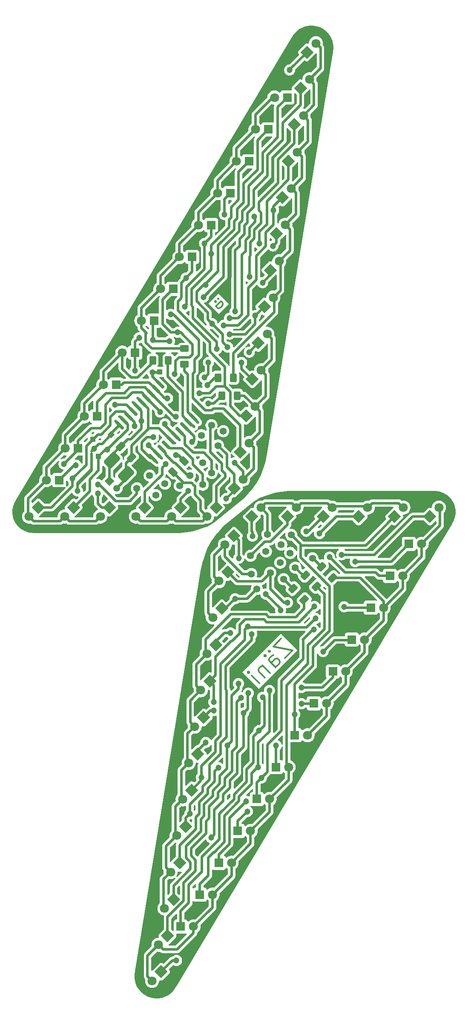
<source format=gbr>
%TF.GenerationSoftware,KiCad,Pcbnew,9.0.7*%
%TF.CreationDate,2026-02-16T17:01:52+02:00*%
%TF.ProjectId,kicad_selka_mk1,6b696361-645f-4736-956c-6b615f6d6b31,rev?*%
%TF.SameCoordinates,Original*%
%TF.FileFunction,Copper,L2,Bot*%
%TF.FilePolarity,Positive*%
%FSLAX46Y46*%
G04 Gerber Fmt 4.6, Leading zero omitted, Abs format (unit mm)*
G04 Created by KiCad (PCBNEW 9.0.7) date 2026-02-16 17:01:52*
%MOMM*%
%LPD*%
G01*
G04 APERTURE LIST*
G04 Aperture macros list*
%AMRoundRect*
0 Rectangle with rounded corners*
0 $1 Rounding radius*
0 $2 $3 $4 $5 $6 $7 $8 $9 X,Y pos of 4 corners*
0 Add a 4 corners polygon primitive as box body*
4,1,4,$2,$3,$4,$5,$6,$7,$8,$9,$2,$3,0*
0 Add four circle primitives for the rounded corners*
1,1,$1+$1,$2,$3*
1,1,$1+$1,$4,$5*
1,1,$1+$1,$6,$7*
1,1,$1+$1,$8,$9*
0 Add four rect primitives between the rounded corners*
20,1,$1+$1,$2,$3,$4,$5,0*
20,1,$1+$1,$4,$5,$6,$7,0*
20,1,$1+$1,$6,$7,$8,$9,0*
20,1,$1+$1,$8,$9,$2,$3,0*%
%AMRotRect*
0 Rectangle, with rotation*
0 The origin of the aperture is its center*
0 $1 length*
0 $2 width*
0 $3 Rotation angle, in degrees counterclockwise*
0 Add horizontal line*
21,1,$1,$2,0,0,$3*%
G04 Aperture macros list end*
%ADD10C,0.300000*%
%TA.AperFunction,NonConductor*%
%ADD11C,0.300000*%
%TD*%
%ADD12C,0.375000*%
%TA.AperFunction,NonConductor*%
%ADD13C,0.375000*%
%TD*%
%TA.AperFunction,ComponentPad*%
%ADD14R,1.800000X1.800000*%
%TD*%
%TA.AperFunction,ComponentPad*%
%ADD15C,1.800000*%
%TD*%
%TA.AperFunction,ComponentPad*%
%ADD16RotRect,1.800000X1.800000X225.000000*%
%TD*%
%TA.AperFunction,ComponentPad*%
%ADD17RotRect,1.800000X1.800000X45.000000*%
%TD*%
%TA.AperFunction,ComponentPad*%
%ADD18C,1.400000*%
%TD*%
%TA.AperFunction,SMDPad,CuDef*%
%ADD19RoundRect,0.150000X-0.724784X0.512652X0.512652X-0.724784X0.724784X-0.512652X-0.512652X0.724784X0*%
%TD*%
%TA.AperFunction,SMDPad,CuDef*%
%ADD20RoundRect,0.250000X-0.724784X-0.159099X-0.159099X-0.724784X0.724784X0.159099X0.159099X0.724784X0*%
%TD*%
%TA.AperFunction,SMDPad,CuDef*%
%ADD21RoundRect,0.250000X-0.159099X0.724784X-0.724784X0.159099X0.159099X-0.724784X0.724784X-0.159099X0*%
%TD*%
%TA.AperFunction,SMDPad,CuDef*%
%ADD22R,1.000000X1.000000*%
%TD*%
%TA.AperFunction,SMDPad,CuDef*%
%ADD23RoundRect,0.396226X-1.242774X-0.318198X-0.318198X-1.242774X1.242774X0.318198X0.318198X1.242774X0*%
%TD*%
%TA.AperFunction,ComponentPad*%
%ADD24RotRect,1.350000X1.350000X225.000000*%
%TD*%
%TA.AperFunction,ComponentPad*%
%ADD25C,1.350000*%
%TD*%
%TA.AperFunction,SMDPad,CuDef*%
%ADD26RoundRect,0.250000X-0.400000X-0.625000X0.400000X-0.625000X0.400000X0.625000X-0.400000X0.625000X0*%
%TD*%
%TA.AperFunction,SMDPad,CuDef*%
%ADD27RoundRect,0.250000X0.400000X0.625000X-0.400000X0.625000X-0.400000X-0.625000X0.400000X-0.625000X0*%
%TD*%
%TA.AperFunction,SMDPad,CuDef*%
%ADD28RotRect,1.000000X1.000000X45.000000*%
%TD*%
%TA.AperFunction,SMDPad,CuDef*%
%ADD29RoundRect,0.250000X0.625000X-0.400000X0.625000X0.400000X-0.625000X0.400000X-0.625000X-0.400000X0*%
%TD*%
%TA.AperFunction,ViaPad*%
%ADD30C,1.200000*%
%TD*%
%TA.AperFunction,Conductor*%
%ADD31C,0.500000*%
%TD*%
G04 APERTURE END LIST*
D10*
D11*
X126108847Y-100709949D02*
X126209862Y-100709949D01*
X126209862Y-100709949D02*
X126209862Y-100608933D01*
X126209862Y-100608933D02*
X126108847Y-100608933D01*
X126108847Y-100608933D02*
X126108847Y-100709949D01*
X126108847Y-100709949D02*
X126209862Y-100608933D01*
X125553263Y-101265533D02*
X125654279Y-101265533D01*
X125654279Y-101265533D02*
X125654279Y-101164517D01*
X125654279Y-101164517D02*
X125553263Y-101164517D01*
X125553263Y-101164517D02*
X125553263Y-101265533D01*
X125553263Y-101265533D02*
X125654279Y-101164517D01*
X126714939Y-101114010D02*
X125654279Y-102174670D01*
X125654279Y-102174670D02*
X125906817Y-102427208D01*
X125906817Y-102427208D02*
X126108847Y-102528223D01*
X126108847Y-102528223D02*
X126310878Y-102528223D01*
X126310878Y-102528223D02*
X126462401Y-102477716D01*
X126462401Y-102477716D02*
X126714939Y-102326193D01*
X126714939Y-102326193D02*
X126866462Y-102174670D01*
X126866462Y-102174670D02*
X127017985Y-101922132D01*
X127017985Y-101922132D02*
X127068492Y-101770609D01*
X127068492Y-101770609D02*
X127068492Y-101568578D01*
X127068492Y-101568578D02*
X126967477Y-101366548D01*
X126967477Y-101366548D02*
X126714939Y-101114010D01*
D12*
D13*
X138636121Y-168140420D02*
X137104056Y-169672485D01*
X137104056Y-169672485D02*
X140934218Y-170438518D01*
X140934218Y-170438518D02*
X139402153Y-171970582D01*
X137541789Y-173830946D02*
X136338024Y-172627181D01*
X136338024Y-172627181D02*
X136228591Y-172298882D01*
X136228591Y-172298882D02*
X136338024Y-171970582D01*
X136338024Y-171970582D02*
X136775756Y-171532849D01*
X136775756Y-171532849D02*
X137104056Y-171423416D01*
X137432356Y-173721513D02*
X137760655Y-173612080D01*
X137760655Y-173612080D02*
X138307821Y-173064914D01*
X138307821Y-173064914D02*
X138417254Y-172736614D01*
X138417254Y-172736614D02*
X138307821Y-172408315D01*
X138307821Y-172408315D02*
X138088955Y-172189449D01*
X138088955Y-172189449D02*
X137760655Y-172080015D01*
X137760655Y-172080015D02*
X137432356Y-172189449D01*
X137432356Y-172189449D02*
X136885190Y-172736614D01*
X136885190Y-172736614D02*
X136556890Y-172846048D01*
X136228591Y-170547951D02*
X136228591Y-170766817D01*
X136228591Y-170766817D02*
X136447457Y-170766817D01*
X136447457Y-170766817D02*
X136447457Y-170547951D01*
X136447457Y-170547951D02*
X136228591Y-170547951D01*
X136228591Y-170547951D02*
X136447457Y-170766817D01*
X135353125Y-171423416D02*
X135353125Y-171642283D01*
X135353125Y-171642283D02*
X135571991Y-171642283D01*
X135571991Y-171642283D02*
X135571991Y-171423416D01*
X135571991Y-171423416D02*
X135353125Y-171423416D01*
X135353125Y-171423416D02*
X135571991Y-171642283D01*
X134915392Y-173393213D02*
X136447457Y-174925278D01*
X135134259Y-173612080D02*
X134915392Y-173612080D01*
X134915392Y-173612080D02*
X134587093Y-173721513D01*
X134587093Y-173721513D02*
X134258793Y-174049813D01*
X134258793Y-174049813D02*
X134149360Y-174378112D01*
X134149360Y-174378112D02*
X134258793Y-174706412D01*
X134258793Y-174706412D02*
X135462558Y-175910177D01*
X134368227Y-177004509D02*
X132836162Y-175472444D01*
X132070129Y-174706412D02*
X132288996Y-174706412D01*
X132288996Y-174706412D02*
X132288996Y-174925278D01*
X132288996Y-174925278D02*
X132070129Y-174925278D01*
X132070129Y-174925278D02*
X132070129Y-174706412D01*
X132070129Y-174706412D02*
X132288996Y-174925278D01*
D14*
%TO.P,D31,1,K*%
%TO.N,Net-(D15-K)*%
X133823200Y-199972000D03*
D15*
%TO.P,D31,2,A*%
%TO.N,Net-(D25-A)*%
X136363200Y-199972000D03*
%TD*%
D16*
%TO.P,D18,1,K*%
%TO.N,Net-(D18-K)*%
X124473161Y-176568439D03*
D15*
%TO.P,D18,2,A*%
%TO.N,Net-(D17-A)*%
X122677110Y-178364490D03*
%TD*%
D16*
%TO.P,D25,1,K*%
%TO.N,Net-(D17-K)*%
X116073161Y-227108439D03*
D15*
%TO.P,D25,2,A*%
%TO.N,Net-(D25-A)*%
X114277110Y-228904490D03*
%TD*%
D16*
%TO.P,D46,1,K*%
%TO.N,Net-(D46-K)*%
X125735000Y-142087600D03*
D15*
%TO.P,D46,2,A*%
%TO.N,Net-(D46-A)*%
X123938949Y-143883651D03*
%TD*%
D14*
%TO.P,D62,1,K*%
%TO.N,Net-(D46-K)*%
X132313800Y-73372000D03*
D15*
%TO.P,D62,2,A*%
%TO.N,Net-(D57-A)*%
X129773800Y-73372000D03*
%TD*%
D14*
%TO.P,D60,1,K*%
%TO.N,Net-(D12-K)*%
X124753800Y-86032000D03*
D15*
%TO.P,D60,2,A*%
%TO.N,Net-(D57-A)*%
X122213800Y-86032000D03*
%TD*%
D17*
%TO.P,D10,1,K*%
%TO.N,Net-(D10-K)*%
X132903839Y-116655561D03*
D15*
%TO.P,D10,2,A*%
%TO.N,Net-(D10-A)*%
X134699890Y-114859510D03*
%TD*%
D16*
%TO.P,D21,1,K*%
%TO.N,Net-(D21-K)*%
X120873161Y-198228439D03*
D15*
%TO.P,D21,2,A*%
%TO.N,Net-(D17-A)*%
X119077110Y-200024490D03*
%TD*%
D17*
%TO.P,D43,1,K*%
%TO.N,Net-(D19-K)*%
X146998000Y-143916400D03*
D15*
%TO.P,D43,2,A*%
%TO.N,Net-(D41-A)*%
X148794051Y-142120349D03*
%TD*%
D17*
%TO.P,D41,1,K*%
%TO.N,Net-(D17-K)*%
X161154000Y-143916400D03*
D15*
%TO.P,D41,2,A*%
%TO.N,Net-(D41-A)*%
X162950051Y-142120349D03*
%TD*%
D14*
%TO.P,D34,1,K*%
%TO.N,Net-(D18-K)*%
X145163200Y-180982000D03*
D15*
%TO.P,D34,2,A*%
%TO.N,Net-(D33-A)*%
X147703200Y-180982000D03*
%TD*%
D14*
%TO.P,D27,1,K*%
%TO.N,Net-(D19-K)*%
X118703200Y-225292000D03*
D15*
%TO.P,D27,2,A*%
%TO.N,Net-(D25-A)*%
X121243200Y-225292000D03*
%TD*%
D17*
%TO.P,D11,1,K*%
%TO.N,Net-(D11-K)*%
X131703839Y-123875561D03*
D15*
%TO.P,D11,2,A*%
%TO.N,Net-(D10-A)*%
X133499890Y-122079510D03*
%TD*%
D16*
%TO.P,D14,1,K*%
%TO.N,Net-(D14-K)*%
X129273161Y-147688439D03*
D15*
%TO.P,D14,2,A*%
%TO.N,Net-(D14-A)*%
X127477110Y-149484490D03*
%TD*%
D14*
%TO.P,D58,1,K*%
%TO.N,Net-(D10-K)*%
X117193800Y-98692000D03*
D15*
%TO.P,D58,2,A*%
%TO.N,Net-(D57-A)*%
X114653800Y-98692000D03*
%TD*%
D14*
%TO.P,D39,1,K*%
%TO.N,Net-(D15-K)*%
X164063200Y-149332000D03*
D15*
%TO.P,D39,2,A*%
%TO.N,Net-(D33-A)*%
X166603200Y-149332000D03*
%TD*%
D14*
%TO.P,D56,1,K*%
%TO.N,Net-(D48-K)*%
X109633800Y-111352000D03*
D15*
%TO.P,D56,2,A*%
%TO.N,Net-(D49-A)*%
X107093800Y-111352000D03*
%TD*%
D14*
%TO.P,D57,1,K*%
%TO.N,Net-(D1-K)*%
X113413800Y-105022000D03*
D15*
%TO.P,D57,2,A*%
%TO.N,Net-(D57-A)*%
X110873800Y-105022000D03*
%TD*%
D16*
%TO.P,D47,1,K*%
%TO.N,Net-(D47-K)*%
X118657000Y-142087600D03*
D15*
%TO.P,D47,2,A*%
%TO.N,Net-(D46-A)*%
X116860949Y-143883651D03*
%TD*%
D17*
%TO.P,D1,1,K*%
%TO.N,Net-(D1-K)*%
X143781839Y-51752361D03*
D15*
%TO.P,D1,2,A*%
%TO.N,Net-(D1-A)*%
X145577890Y-49956310D03*
%TD*%
D17*
%TO.P,D40,1,K*%
%TO.N,Net-(D16-K)*%
X168232000Y-143916400D03*
D15*
%TO.P,D40,2,A*%
%TO.N,Net-(D33-A)*%
X170028051Y-142120349D03*
%TD*%
D14*
%TO.P,D38,1,K*%
%TO.N,Net-(D14-K)*%
X160283200Y-155662000D03*
D15*
%TO.P,D38,2,A*%
%TO.N,Net-(D33-A)*%
X162823200Y-155662000D03*
%TD*%
D14*
%TO.P,D54,1,K*%
%TO.N,Net-(D46-K)*%
X102073800Y-124012000D03*
D15*
%TO.P,D54,2,A*%
%TO.N,Net-(D49-A)*%
X99533800Y-124012000D03*
%TD*%
D16*
%TO.P,D20,1,K*%
%TO.N,Net-(D20-K)*%
X122073161Y-191008439D03*
D15*
%TO.P,D20,2,A*%
%TO.N,Net-(D17-A)*%
X120277110Y-192804490D03*
%TD*%
D14*
%TO.P,D63,1,K*%
%TO.N,Net-(D47-K)*%
X136093800Y-67042000D03*
D15*
%TO.P,D63,2,A*%
%TO.N,Net-(D57-A)*%
X133553800Y-67042000D03*
%TD*%
D17*
%TO.P,D2,1,K*%
%TO.N,Net-(D10-K)*%
X142503839Y-58895561D03*
D15*
%TO.P,D2,2,A*%
%TO.N,Net-(D1-A)*%
X144299890Y-57099510D03*
%TD*%
D16*
%TO.P,D22,1,K*%
%TO.N,Net-(D14-K)*%
X119673161Y-205448439D03*
D15*
%TO.P,D22,2,A*%
%TO.N,Net-(D17-A)*%
X117877110Y-207244490D03*
%TD*%
D16*
%TO.P,D49,1,K*%
%TO.N,Net-(D1-K)*%
X104501000Y-142087600D03*
D15*
%TO.P,D49,2,A*%
%TO.N,Net-(D49-A)*%
X102704949Y-143883651D03*
%TD*%
D17*
%TO.P,D44,1,K*%
%TO.N,Net-(D20-K)*%
X139920000Y-143916400D03*
D15*
%TO.P,D44,2,A*%
%TO.N,Net-(D41-A)*%
X141716051Y-142120349D03*
%TD*%
D14*
%TO.P,D32,1,K*%
%TO.N,Net-(D16-K)*%
X137603200Y-193642000D03*
D15*
%TO.P,D32,2,A*%
%TO.N,Net-(D25-A)*%
X140143200Y-193642000D03*
%TD*%
D16*
%TO.P,D48,1,K*%
%TO.N,Net-(D48-K)*%
X111579000Y-142087600D03*
D15*
%TO.P,D48,2,A*%
%TO.N,Net-(D46-A)*%
X109782949Y-143883651D03*
%TD*%
D16*
%TO.P,D16,1,K*%
%TO.N,Net-(D16-K)*%
X126873161Y-162128439D03*
D15*
%TO.P,D16,2,A*%
%TO.N,Net-(D14-A)*%
X125077110Y-163924490D03*
%TD*%
D16*
%TO.P,D51,1,K*%
%TO.N,Net-(D11-K)*%
X90345000Y-142087600D03*
D15*
%TO.P,D51,2,A*%
%TO.N,Net-(D49-A)*%
X88548949Y-143883651D03*
%TD*%
D14*
%TO.P,D30,1,K*%
%TO.N,Net-(D14-K)*%
X130043200Y-206302000D03*
D15*
%TO.P,D30,2,A*%
%TO.N,Net-(D25-A)*%
X132583200Y-206302000D03*
%TD*%
D17*
%TO.P,D8,1,K*%
%TO.N,Net-(D48-K)*%
X135303839Y-102215561D03*
D15*
%TO.P,D8,2,A*%
%TO.N,Net-(D1-A)*%
X137099890Y-100419510D03*
%TD*%
D14*
%TO.P,D53,1,K*%
%TO.N,Net-(D13-K)*%
X98293800Y-130342000D03*
D15*
%TO.P,D53,2,A*%
%TO.N,Net-(D49-A)*%
X95753800Y-130342000D03*
%TD*%
D14*
%TO.P,D35,1,K*%
%TO.N,Net-(D19-K)*%
X148943200Y-174652000D03*
D15*
%TO.P,D35,2,A*%
%TO.N,Net-(D33-A)*%
X151483200Y-174652000D03*
%TD*%
D17*
%TO.P,D42,1,K*%
%TO.N,Net-(D18-K)*%
X154076000Y-143916400D03*
D15*
%TO.P,D42,2,A*%
%TO.N,Net-(D41-A)*%
X155872051Y-142120349D03*
%TD*%
D17*
%TO.P,D3,1,K*%
%TO.N,Net-(D11-K)*%
X141303839Y-66115561D03*
D15*
%TO.P,D3,2,A*%
%TO.N,Net-(D1-A)*%
X143099890Y-64319510D03*
%TD*%
D16*
%TO.P,D19,1,K*%
%TO.N,Net-(D19-K)*%
X123273161Y-183788439D03*
D15*
%TO.P,D19,2,A*%
%TO.N,Net-(D17-A)*%
X121477110Y-185584490D03*
%TD*%
D16*
%TO.P,D15,1,K*%
%TO.N,Net-(D15-K)*%
X128073161Y-154908439D03*
D15*
%TO.P,D15,2,A*%
%TO.N,Net-(D14-A)*%
X126277110Y-156704490D03*
%TD*%
D17*
%TO.P,D45,1,K*%
%TO.N,Net-(D21-K)*%
X132842000Y-143916400D03*
D15*
%TO.P,D45,2,A*%
%TO.N,Net-(D41-A)*%
X134638051Y-142120349D03*
%TD*%
D17*
%TO.P,D9,1,K*%
%TO.N,Net-(D1-K)*%
X134103839Y-109435561D03*
D15*
%TO.P,D9,2,A*%
%TO.N,Net-(D10-A)*%
X135899890Y-107639510D03*
%TD*%
D14*
%TO.P,D59,1,K*%
%TO.N,Net-(D11-K)*%
X120973800Y-92362000D03*
D15*
%TO.P,D59,2,A*%
%TO.N,Net-(D57-A)*%
X118433800Y-92362000D03*
%TD*%
D16*
%TO.P,D50,1,K*%
%TO.N,Net-(D10-K)*%
X97423000Y-142087600D03*
D15*
%TO.P,D50,2,A*%
%TO.N,Net-(D49-A)*%
X95626949Y-143883651D03*
%TD*%
D14*
%TO.P,D29,1,K*%
%TO.N,Net-(D21-K)*%
X126263200Y-212632000D03*
D15*
%TO.P,D29,2,A*%
%TO.N,Net-(D25-A)*%
X128803200Y-212632000D03*
%TD*%
D16*
%TO.P,D24,1,K*%
%TO.N,Net-(D16-K)*%
X117273161Y-219888439D03*
D15*
%TO.P,D24,2,A*%
%TO.N,Net-(D17-A)*%
X115477110Y-221684490D03*
%TD*%
D14*
%TO.P,D55,1,K*%
%TO.N,Net-(D47-K)*%
X105853800Y-117682000D03*
D15*
%TO.P,D55,2,A*%
%TO.N,Net-(D49-A)*%
X103313800Y-117682000D03*
%TD*%
D16*
%TO.P,D17,1,K*%
%TO.N,Net-(D17-K)*%
X125673161Y-169348439D03*
D15*
%TO.P,D17,2,A*%
%TO.N,Net-(D17-A)*%
X123877110Y-171144490D03*
%TD*%
D17*
%TO.P,D6,1,K*%
%TO.N,Net-(D46-K)*%
X137703839Y-87775561D03*
D15*
%TO.P,D6,2,A*%
%TO.N,Net-(D1-A)*%
X139499890Y-85979510D03*
%TD*%
D17*
%TO.P,D5,1,K*%
%TO.N,Net-(D13-K)*%
X138903839Y-80555561D03*
D15*
%TO.P,D5,2,A*%
%TO.N,Net-(D1-A)*%
X140699890Y-78759510D03*
%TD*%
D14*
%TO.P,D64,1,K*%
%TO.N,Net-(D48-K)*%
X139873800Y-60712000D03*
D15*
%TO.P,D64,2,A*%
%TO.N,Net-(D57-A)*%
X137333800Y-60712000D03*
%TD*%
D14*
%TO.P,D52,1,K*%
%TO.N,Net-(D12-K)*%
X94513800Y-136672000D03*
D15*
%TO.P,D52,2,A*%
%TO.N,Net-(D49-A)*%
X91973800Y-136672000D03*
%TD*%
D14*
%TO.P,D37,1,K*%
%TO.N,Net-(D21-K)*%
X156503200Y-161992000D03*
D15*
%TO.P,D37,2,A*%
%TO.N,Net-(D33-A)*%
X159043200Y-161992000D03*
%TD*%
D16*
%TO.P,D26,1,K*%
%TO.N,Net-(D18-K)*%
X114795161Y-234251639D03*
D15*
%TO.P,D26,2,A*%
%TO.N,Net-(D25-A)*%
X112999110Y-236047690D03*
%TD*%
D17*
%TO.P,D4,1,K*%
%TO.N,Net-(D12-K)*%
X140103839Y-73335561D03*
D15*
%TO.P,D4,2,A*%
%TO.N,Net-(D1-A)*%
X141899890Y-71539510D03*
%TD*%
D14*
%TO.P,D61,1,K*%
%TO.N,Net-(D13-K)*%
X128533800Y-79702000D03*
D15*
%TO.P,D61,2,A*%
%TO.N,Net-(D57-A)*%
X125993800Y-79702000D03*
%TD*%
D14*
%TO.P,D36,1,K*%
%TO.N,Net-(D20-K)*%
X152723200Y-168322000D03*
D15*
%TO.P,D36,2,A*%
%TO.N,Net-(D33-A)*%
X155263200Y-168322000D03*
%TD*%
D14*
%TO.P,D33,1,K*%
%TO.N,Net-(D17-K)*%
X141383200Y-187312000D03*
D15*
%TO.P,D33,2,A*%
%TO.N,Net-(D33-A)*%
X143923200Y-187312000D03*
%TD*%
D17*
%TO.P,D13,1,K*%
%TO.N,Net-(D13-K)*%
X129303839Y-138315561D03*
D15*
%TO.P,D13,2,A*%
%TO.N,Net-(D10-A)*%
X131099890Y-136519510D03*
%TD*%
D17*
%TO.P,D7,1,K*%
%TO.N,Net-(D47-K)*%
X136503839Y-94995561D03*
D15*
%TO.P,D7,2,A*%
%TO.N,Net-(D1-A)*%
X138299890Y-93199510D03*
%TD*%
D17*
%TO.P,D12,1,K*%
%TO.N,Net-(D12-K)*%
X130503839Y-131095561D03*
D15*
%TO.P,D12,2,A*%
%TO.N,Net-(D10-A)*%
X132299890Y-129299510D03*
%TD*%
D16*
%TO.P,D23,1,K*%
%TO.N,Net-(D15-K)*%
X118473161Y-212668439D03*
D15*
%TO.P,D23,2,A*%
%TO.N,Net-(D17-A)*%
X116677110Y-214464490D03*
%TD*%
D14*
%TO.P,D28,1,K*%
%TO.N,Net-(D20-K)*%
X122483200Y-218962000D03*
D15*
%TO.P,D28,2,A*%
%TO.N,Net-(D25-A)*%
X125023200Y-218962000D03*
%TD*%
D18*
%TO.P,J10,1,Pin_1*%
%TO.N,Net-(D41-A)*%
X135940800Y-147421600D03*
%TD*%
%TO.P,J23,1,Pin_1*%
%TO.N,Net-(D47-K)*%
X127152400Y-126949200D03*
%TD*%
%TO.P,J17,1,Pin_1*%
%TO.N,Net-(D12-K)*%
X112522000Y-135763000D03*
%TD*%
%TO.P,J13,1,Pin_1*%
%TO.N,Net-(D10-K)*%
X115570000Y-137363200D03*
%TD*%
%TO.P,J21,1,Pin_1*%
%TO.N,Net-(D46-K)*%
X124815600Y-125780800D03*
%TD*%
%TO.P,J12,1,Pin_1*%
%TO.N,Net-(D17-K)*%
X140665200Y-147523200D03*
%TD*%
%TO.P,J14,1,Pin_1*%
%TO.N,Net-(D18-K)*%
X138684000Y-149453600D03*
%TD*%
%TO.P,J24,1,Pin_1*%
%TO.N,Net-(D15-K)*%
X136499600Y-155041600D03*
%TD*%
%TO.P,J8,1,Pin_1*%
%TO.N,Net-(J8-Pin_1)*%
X144881600Y-152196800D03*
%TD*%
%TO.P,J4,1,Pin_1*%
%TO.N,Net-(J4-Pin_1)*%
X139141200Y-156311600D03*
%TD*%
%TO.P,J2,1,Pin_1*%
%TO.N,Net-(D14-A)*%
X132740400Y-155295600D03*
%TD*%
%TO.P,J26,1,Pin_1*%
%TO.N,Net-(D16-K)*%
X133807200Y-158292800D03*
%TD*%
%TO.P,J18,1,Pin_1*%
%TO.N,Net-(D20-K)*%
X132588000Y-151688800D03*
%TD*%
%TO.P,J9,1,Pin_1*%
%TO.N,Net-(D46-A)*%
X118491000Y-137795000D03*
%TD*%
%TO.P,J11,1,Pin_1*%
%TO.N,Net-(D1-K)*%
X113741200Y-139649200D03*
%TD*%
%TO.P,J1,1,Pin_1*%
%TO.N,Net-(D10-A)*%
X123063000Y-133223000D03*
%TD*%
%TO.P,J7,1,Pin_1*%
%TO.N,Net-(J7-Pin_1)*%
X124866400Y-135229600D03*
%TD*%
%TO.P,J22,1,Pin_1*%
%TO.N,Net-(D14-K)*%
X138480800Y-153060400D03*
%TD*%
%TO.P,J25,1,Pin_1*%
%TO.N,Net-(D48-K)*%
X122834400Y-127762000D03*
%TD*%
%TO.P,J3,1,Pin_1*%
%TO.N,Net-(J3-Pin_1)*%
X120523000Y-135763000D03*
%TD*%
%TO.P,J5,1,Pin_1*%
%TO.N,Net-(J5-Pin_1)*%
X123088400Y-137566400D03*
%TD*%
%TO.P,J15,1,Pin_1*%
%TO.N,Net-(D11-K)*%
X109982000Y-138303000D03*
%TD*%
%TO.P,J16,1,Pin_1*%
%TO.N,Net-(D19-K)*%
X135636000Y-150825200D03*
%TD*%
%TO.P,J19,1,Pin_1*%
%TO.N,Net-(D13-K)*%
X126111000Y-129794000D03*
%TD*%
%TO.P,J6,1,Pin_1*%
%TO.N,Net-(J6-Pin_1)*%
X141478000Y-154025600D03*
%TD*%
%TO.P,J20,1,Pin_1*%
%TO.N,Net-(D21-K)*%
X140462000Y-151130000D03*
%TD*%
D19*
%TO.P,U1,1,PB0*%
%TO.N,Net-(D1-K)*%
X106534949Y-125748052D03*
%TO.P,U1,2,PB1*%
%TO.N,Net-(D10-K)*%
X107432975Y-124850026D03*
%TO.P,U1,3,PB2*%
%TO.N,Net-(D11-K)*%
X108331000Y-123952000D03*
%TO.P,U1,4,PB3*%
%TO.N,Net-(D12-K)*%
X109229026Y-123053975D03*
%TO.P,U1,5,VCC*%
%TO.N,+5V*%
X110127052Y-122155949D03*
%TO.P,U1,6,GND*%
%TO.N,GND*%
X111025077Y-121257924D03*
%TO.P,U1,7,XTAL1/PB4*%
%TO.N,Net-(D13-K)*%
X111923103Y-120359898D03*
%TO.P,U1,8,XTAL2/PB5*%
%TO.N,Net-(D46-K)*%
X112821128Y-119461872D03*
%TO.P,U1,9,PB6*%
%TO.N,Net-(D47-K)*%
X113719154Y-118563847D03*
%TO.P,U1,10,~{RESET}/PB7*%
%TO.N,Net-(D48-K)*%
X114617180Y-117665821D03*
%TO.P,U1,11,PA7*%
%TO.N,Net-(U1-PA7)*%
X121193273Y-124241914D03*
%TO.P,U1,12,PA6*%
%TO.N,Net-(U1-PA6)*%
X120295247Y-125139940D03*
%TO.P,U1,13,PA5*%
%TO.N,Net-(U1-PA5)*%
X119397222Y-126037966D03*
%TO.P,U1,14,PA4*%
%TO.N,Net-(J7-Pin_1)*%
X118499196Y-126935991D03*
%TO.P,U1,15,AVCC*%
%TO.N,+5V*%
X117601170Y-127834017D03*
%TO.P,U1,16,AGND*%
%TO.N,GND*%
X116703145Y-128732042D03*
%TO.P,U1,17,AREF/PA3*%
%TO.N,Net-(J5-Pin_1)*%
X115805119Y-129630068D03*
%TO.P,U1,18,PA2*%
%TO.N,Net-(J3-Pin_1)*%
X114907094Y-130528094D03*
%TO.P,U1,19,PA1*%
%TO.N,Net-(U1-PA1)*%
X114009068Y-131426119D03*
%TO.P,U1,20,PA0*%
%TO.N,Net-(U1-PA0)*%
X113111042Y-132324145D03*
%TD*%
D20*
%TO.P,R3,1*%
%TO.N,Net-(J4-Pin_1)*%
X141042384Y-158212784D03*
%TO.P,R3,2*%
%TO.N,Net-(D17-A)*%
X143234416Y-160404816D03*
%TD*%
%TO.P,R5,1*%
%TO.N,Net-(J8-Pin_1)*%
X146681184Y-153843984D03*
%TO.P,R5,2*%
%TO.N,Net-(D33-A)*%
X148873216Y-156036016D03*
%TD*%
D21*
%TO.P,R6,1*%
%TO.N,Net-(U1-PA5)*%
X119333016Y-132888984D03*
%TO.P,R6,2*%
%TO.N,Net-(D46-A)*%
X117140984Y-135081016D03*
%TD*%
D22*
%TO.P,J29,1,Pin_1*%
%TO.N,Net-(D10-K)*%
X102362000Y-131953000D03*
%TD*%
D23*
%TO.P,C1,1*%
%TO.N,+5V*%
X105047142Y-132733142D03*
%TO.P,C1,2*%
%TO.N,GND*%
X107804858Y-135490858D03*
%TD*%
D20*
%TO.P,R4,1*%
%TO.N,Net-(J6-Pin_1)*%
X143480784Y-155571184D03*
%TO.P,R4,2*%
%TO.N,Net-(D25-A)*%
X145672816Y-157763216D03*
%TD*%
D24*
%TO.P,J27,1,Pin_1*%
%TO.N,+5V*%
X104546400Y-136855200D03*
D25*
%TO.P,J27,2,Pin_2*%
%TO.N,GND*%
X105960614Y-138269414D03*
%TD*%
D26*
%TO.P,R2,1*%
%TO.N,Net-(U1-PA1)*%
X126847000Y-119888000D03*
%TO.P,R2,2*%
%TO.N,Net-(D10-A)*%
X129947000Y-119888000D03*
%TD*%
D27*
%TO.P,R7,1*%
%TO.N,Net-(U1-PA6)*%
X116231000Y-112903000D03*
%TO.P,R7,2*%
%TO.N,Net-(D49-A)*%
X113131000Y-112903000D03*
%TD*%
D28*
%TO.P,J28,1,Pin_1*%
%TO.N,Net-(D1-K)*%
X104902000Y-127635000D03*
%TD*%
D29*
%TO.P,R8,1*%
%TO.N,Net-(U1-PA7)*%
X119430800Y-113665600D03*
%TO.P,R8,2*%
%TO.N,Net-(D57-A)*%
X119430800Y-110565600D03*
%TD*%
D22*
%TO.P,J31,1,Pin_1*%
%TO.N,Net-(D48-K)*%
X114554000Y-115189000D03*
%TD*%
%TO.P,J30,1,Pin_1*%
%TO.N,Net-(D11-K)*%
X101219000Y-128524000D03*
%TD*%
D20*
%TO.P,R9,1*%
%TO.N,+5V*%
X106726984Y-129967984D03*
%TO.P,R9,2*%
%TO.N,GND*%
X108919016Y-132160016D03*
%TD*%
D26*
%TO.P,R1,1*%
%TO.N,Net-(U1-PA0)*%
X126085000Y-116332000D03*
%TO.P,R1,2*%
%TO.N,Net-(D1-A)*%
X129185000Y-116332000D03*
%TD*%
D30*
%TO.N,Net-(D14-K)*%
X148269698Y-151958302D03*
X131953000Y-202438000D03*
X132801805Y-167244205D03*
X120504615Y-202913307D03*
X130225800Y-152171400D03*
%TO.N,Net-(D16-K)*%
X150694400Y-151485600D03*
X128016000Y-189357000D03*
X130175000Y-177038000D03*
X137668000Y-189357000D03*
X129512505Y-160199895D03*
%TO.N,Net-(D1-K)*%
X113137375Y-108815187D03*
X101439000Y-130397118D03*
X98171000Y-138811000D03*
X128369505Y-104544305D03*
X116459000Y-109093000D03*
X132334000Y-111252000D03*
X133345495Y-84383395D03*
X140360400Y-55270400D03*
X102209600Y-139293600D03*
%TO.N,+5V*%
X110888888Y-124896123D03*
X115570000Y-125476000D03*
%TO.N,Net-(D15-K)*%
X134714600Y-195801600D03*
X145175795Y-166359395D03*
X153394400Y-152857200D03*
X126174500Y-193738500D03*
X139928600Y-160968417D03*
%TO.N,Net-(U1-PA5)*%
X117729000Y-131710765D03*
X120971690Y-129095500D03*
%TO.N,Net-(D10-K)*%
X118110000Y-107315000D03*
X104140000Y-130556000D03*
X129514186Y-103194305D03*
X130810000Y-113284000D03*
X117475000Y-115570000D03*
%TO.N,Net-(D12-K)*%
X134286000Y-89662000D03*
X119516314Y-102244314D03*
X123444000Y-89662000D03*
X116713000Y-103759000D03*
X105664000Y-121731000D03*
X97875020Y-133685664D03*
%TO.N,Net-(U1-PA1)*%
X112320895Y-129745295D03*
X124141000Y-121486791D03*
%TO.N,Net-(D11-K)*%
X97170000Y-136378810D03*
X119768219Y-96527219D03*
X122428000Y-119380000D03*
X109516777Y-125899777D03*
X102235000Y-137541000D03*
X132381000Y-96266000D03*
%TO.N,Net-(D13-K)*%
X127365569Y-83947000D03*
X95504000Y-133477000D03*
X127762000Y-140335000D03*
X127254000Y-105918000D03*
X137160000Y-83058000D03*
X114626733Y-123176667D03*
%TO.N,Net-(U1-PA0)*%
X113284000Y-128177000D03*
X124038133Y-117846178D03*
%TO.N,Net-(D10-A)*%
X129413000Y-133223000D03*
%TO.N,Net-(D46-K)*%
X123377656Y-116279723D03*
X117732202Y-124058955D03*
X137033000Y-90170000D03*
X124794000Y-91694000D03*
X125860950Y-110613050D03*
X124206000Y-113284000D03*
%TO.N,Net-(D47-K)*%
X123655223Y-97874223D03*
X128016000Y-110236000D03*
X124904500Y-105600500D03*
X134964646Y-97449287D03*
X116078000Y-120396000D03*
X120189000Y-138832593D03*
%TO.N,Net-(D48-K)*%
X110410000Y-108392405D03*
X115711621Y-133513179D03*
X109585905Y-114919905D03*
X133491700Y-104027700D03*
X113077000Y-115247187D03*
X123197800Y-100330000D03*
X128397000Y-107696000D03*
%TO.N,Net-(D17-K)*%
X130683000Y-179832000D03*
X128608710Y-166992300D03*
X141351000Y-183134000D03*
%TO.N,Net-(D18-K)*%
X131191000Y-182880000D03*
X125279800Y-180735497D03*
X145288000Y-161747200D03*
X117856000Y-232029000D03*
X132139692Y-178955612D03*
X142701000Y-181067871D03*
X146304000Y-147273000D03*
X124727706Y-207666935D03*
%TO.N,Net-(D19-K)*%
X134277100Y-186397900D03*
X134971000Y-179762013D03*
X143637000Y-146812000D03*
X125279800Y-182435500D03*
X142701000Y-177849509D03*
%TO.N,Net-(D20-K)*%
X136321000Y-178412013D03*
X123698000Y-188722000D03*
X138531600Y-162509200D03*
X146989800Y-170703405D03*
X135636000Y-159308800D03*
X134112000Y-193675000D03*
%TO.N,Net-(D21-K)*%
X151180800Y-161798000D03*
X132082371Y-165703937D03*
X131699000Y-200406000D03*
X132943600Y-147777200D03*
X145491200Y-164134800D03*
X122809000Y-195707000D03*
%TD*%
D31*
%TO.N,Net-(D14-K)*%
X127838000Y-178388200D02*
X127630800Y-178181000D01*
X124460000Y-193185628D02*
X126619000Y-191026628D01*
X123063000Y-198501000D02*
X123063000Y-197485000D01*
X158151200Y-155662000D02*
X160283200Y-155662000D01*
X149524197Y-153212800D02*
X149580600Y-153212800D01*
X130043200Y-206302000D02*
X130043200Y-204347800D01*
X126619000Y-188843397D02*
X127838000Y-187624397D01*
X127630800Y-173583600D02*
X132801805Y-168412595D01*
X149580600Y-153212800D02*
X151358600Y-154990800D01*
X127630800Y-178181000D02*
X127630800Y-173583600D01*
X124460000Y-196088000D02*
X124460000Y-193185628D01*
X123063000Y-197485000D02*
X124460000Y-196088000D01*
X127838000Y-187624397D02*
X127838000Y-178388200D01*
X130225800Y-152171400D02*
X130225800Y-148641078D01*
X126619000Y-191026628D02*
X126619000Y-188843397D01*
X151358600Y-154990800D02*
X157480000Y-154990800D01*
X132801805Y-168412595D02*
X132801805Y-167244205D01*
X120504615Y-202913307D02*
X120504615Y-201059385D01*
X119673161Y-205448439D02*
X119673161Y-203744761D01*
X130225800Y-148641078D02*
X129273161Y-147688439D01*
X130043200Y-204347800D02*
X131953000Y-202438000D01*
X148269698Y-151958302D02*
X149524197Y-153212800D01*
X120504615Y-201059385D02*
X123063000Y-198501000D01*
X119673161Y-203744761D02*
X120504615Y-202913307D01*
X157480000Y-154990800D02*
X158151200Y-155662000D01*
%TO.N,Net-(D16-K)*%
X128016000Y-189357000D02*
X128839000Y-188534000D01*
X125065000Y-199330256D02*
X125065000Y-198314256D01*
X123357400Y-203301600D02*
X123357400Y-201037856D01*
X122700628Y-206375000D02*
X122700628Y-203958372D01*
X164795200Y-143916400D02*
X168232000Y-143916400D01*
X125065000Y-198314256D02*
X126477000Y-196902256D01*
X120650000Y-213849372D02*
X120650000Y-212510412D01*
X120650000Y-212510412D02*
X119761000Y-211621412D01*
X126873161Y-162128439D02*
X127583961Y-162128439D01*
X128839000Y-179445884D02*
X130175000Y-178109884D01*
X119761000Y-211621412D02*
X119761000Y-209314628D01*
X137603200Y-189167800D02*
X137603200Y-193642000D01*
X126477000Y-195346603D02*
X127889000Y-193934603D01*
X131900105Y-160199895D02*
X129512505Y-160199895D01*
X117273161Y-217226211D02*
X120650000Y-213849372D01*
X123357400Y-201037856D02*
X125065000Y-199330256D01*
X133807200Y-158292800D02*
X131900105Y-160199895D01*
X127583961Y-162128439D02*
X129512505Y-160199895D01*
X128839000Y-188534000D02*
X128839000Y-179445884D01*
X127889000Y-193934603D02*
X127889000Y-189484000D01*
X130175000Y-178109884D02*
X130175000Y-177038000D01*
X150694400Y-151485600D02*
X157226000Y-151485600D01*
X117273161Y-219888439D02*
X117273161Y-217226211D01*
X126477000Y-196902256D02*
X126477000Y-195346603D01*
X122700628Y-203958372D02*
X123357400Y-203301600D01*
X157226000Y-151485600D02*
X164795200Y-143916400D01*
X127889000Y-189484000D02*
X128016000Y-189357000D01*
X119761000Y-209314628D02*
X122700628Y-206375000D01*
%TO.N,GND*%
X116703145Y-128732042D02*
X117330868Y-129359765D01*
X107804858Y-135490858D02*
X107804858Y-133274174D01*
X110417186Y-128324186D02*
X112239888Y-126501484D01*
X107804858Y-136425170D02*
X107804858Y-135490858D01*
X117330868Y-129359765D02*
X117602000Y-129359765D01*
X111025077Y-121257924D02*
X110996324Y-121257924D01*
X112239888Y-126501484D02*
X112350972Y-126390400D01*
X115675091Y-127745694D02*
X115716797Y-127745694D01*
X107804858Y-133274174D02*
X108919016Y-132160016D01*
X112239888Y-122472735D02*
X111025077Y-121257924D01*
X116703145Y-128732042D02*
X115716797Y-127745694D01*
X114319796Y-126390400D02*
X115675091Y-127745694D01*
X112350972Y-126390400D02*
X114319796Y-126390400D01*
X105960614Y-138269414D02*
X107804858Y-136425170D01*
X110996324Y-121257924D02*
X110083600Y-120345200D01*
X108919016Y-129822356D02*
X110417186Y-128324186D01*
X108919016Y-132160016D02*
X108919016Y-129822356D01*
X112239888Y-126501484D02*
X112239888Y-122472735D01*
%TO.N,Net-(U1-PA6)*%
X118358397Y-118364000D02*
X116124000Y-116129603D01*
X120364740Y-125139940D02*
X121361200Y-126136400D01*
X116124000Y-116129603D02*
X116124000Y-113010000D01*
X118358397Y-118364000D02*
X118358397Y-118409397D01*
X119075000Y-123919693D02*
X119075000Y-119126000D01*
X120295247Y-125139940D02*
X120364740Y-125139940D01*
X120295247Y-125139940D02*
X119075000Y-123919693D01*
X118358397Y-118409397D02*
X119075000Y-119126000D01*
%TO.N,Net-(D1-K)*%
X106235500Y-126047500D02*
X104711500Y-127571500D01*
X130082267Y-104544305D02*
X130864186Y-103762386D01*
X102209600Y-141325600D02*
X102971600Y-142087600D01*
X134103839Y-109435561D02*
X132461000Y-111078400D01*
X104902000Y-127381001D02*
X106534949Y-125748052D01*
X131587000Y-88993372D02*
X132349000Y-88231372D01*
X113137375Y-108815187D02*
X113137375Y-105298425D01*
X103070100Y-129466900D02*
X102369218Y-129466900D01*
X102209600Y-139293600D02*
X102209600Y-141325600D01*
X113415188Y-109093000D02*
X113137375Y-108815187D01*
X143781839Y-51752361D02*
X140360400Y-55173800D01*
X140360400Y-55173800D02*
X140360400Y-55270400D01*
X100945800Y-131337200D02*
X100945800Y-134747572D01*
X106534949Y-125748052D02*
X105726800Y-124939903D01*
X128369505Y-104544305D02*
X130082267Y-104544305D01*
X100945800Y-131337200D02*
X100945800Y-134512200D01*
X130864186Y-103762386D02*
X130864186Y-91908814D01*
X98171000Y-137287000D02*
X98171000Y-138811000D01*
X131587000Y-91186000D02*
X131587000Y-88993372D01*
X106534949Y-125748052D02*
X106235500Y-126047500D01*
X116459000Y-109093000D02*
X113415188Y-109093000D01*
X100945800Y-134747572D02*
X98171000Y-137522372D01*
X104902000Y-127635000D02*
X103070100Y-129466900D01*
X101439000Y-130397118D02*
X100945800Y-130890318D01*
X102971600Y-142087600D02*
X104501000Y-142087600D01*
X100945800Y-134512200D02*
X98171000Y-137287000D01*
X133477000Y-85420650D02*
X133477000Y-84514900D01*
X132349000Y-86548650D02*
X133477000Y-85420650D01*
X130864186Y-91908814D02*
X131587000Y-91186000D01*
X132349000Y-88231372D02*
X132349000Y-86548650D01*
X102369218Y-129466900D02*
X101439000Y-130397118D01*
X104648000Y-127889000D02*
X103070100Y-129466900D01*
X98171000Y-137522372D02*
X98171000Y-138684000D01*
X133477000Y-84514900D02*
X133345495Y-84383395D01*
%TO.N,+5V*%
X110116349Y-122155949D02*
X109169200Y-121208800D01*
X117601170Y-127834017D02*
X117623217Y-127834017D01*
X105047142Y-131647826D02*
X106726984Y-129967984D01*
X117623217Y-127834017D02*
X118506000Y-128716800D01*
X115570000Y-125730000D02*
X117601170Y-127761170D01*
X110888888Y-126436856D02*
X108756872Y-128568872D01*
X108756872Y-128568872D02*
X108126096Y-128568872D01*
X115570000Y-125476000D02*
X115570000Y-125730000D01*
X110888888Y-124896123D02*
X110888888Y-126436856D01*
X118506000Y-128716800D02*
X118506000Y-128727200D01*
X110888888Y-124896123D02*
X110888888Y-122953888D01*
X104546400Y-133233884D02*
X105047142Y-132733142D01*
X108126096Y-128568872D02*
X106726984Y-129967984D01*
X110888888Y-122953888D02*
X110127052Y-122192052D01*
X110127052Y-122155949D02*
X110116349Y-122155949D01*
X104546400Y-136855200D02*
X104546400Y-133233884D01*
%TO.N,Net-(D15-K)*%
X122356400Y-202886972D02*
X122356400Y-200623228D01*
X124064000Y-198915628D02*
X124064000Y-197899628D01*
X145175795Y-166359395D02*
X144993805Y-166359395D01*
X136499600Y-158242000D02*
X136499600Y-155041600D01*
X125476000Y-196487628D02*
X125476000Y-194437000D01*
X121696953Y-205963047D02*
X121696953Y-203546419D01*
X143012605Y-168361805D02*
X143012605Y-172197205D01*
X134794600Y-156746600D02*
X136499600Y-155041600D01*
X138731200Y-186383197D02*
X135952200Y-189162197D01*
X143012605Y-172197205D02*
X138731200Y-176478610D01*
X122356400Y-200623228D02*
X124064000Y-198915628D01*
X128073161Y-154908439D02*
X129911322Y-156746600D01*
X138731200Y-176478610D02*
X138731200Y-186383197D01*
X124064000Y-197899628D02*
X125476000Y-196487628D01*
X133823200Y-196693000D02*
X134714600Y-195801600D01*
X129911322Y-156746600D02*
X134794600Y-156746600D01*
X135952200Y-194564000D02*
X134714600Y-195801600D01*
X125476000Y-194437000D02*
X126174500Y-193738500D01*
X118473161Y-209186839D02*
X121696953Y-205963047D01*
X153394400Y-152857200D02*
X153416000Y-152835600D01*
X143002000Y-168351200D02*
X143012605Y-168361805D01*
X144993805Y-166359395D02*
X143002000Y-168351200D01*
X118473161Y-212668439D02*
X118473161Y-209186839D01*
X139928600Y-160968417D02*
X139226017Y-160968417D01*
X133823200Y-199972000D02*
X133823200Y-196693000D01*
X160559600Y-152835600D02*
X164063200Y-149332000D01*
X121696953Y-203546419D02*
X122356400Y-202886972D01*
X139226017Y-160968417D02*
X136499600Y-158242000D01*
X153416000Y-152835600D02*
X160559600Y-152835600D01*
X135952200Y-189162197D02*
X135952200Y-194564000D01*
%TO.N,Net-(U1-PA5)*%
X121348500Y-128718690D02*
X121348500Y-127989244D01*
X118154797Y-131710765D02*
X119333016Y-132888984D01*
X120971690Y-129095500D02*
X121348500Y-128718690D01*
X117729000Y-131710765D02*
X118154797Y-131710765D01*
X121348500Y-127989244D02*
X119397222Y-126037966D01*
X119333016Y-132761984D02*
X118270032Y-131699000D01*
X118270032Y-131699000D02*
X117729000Y-131699000D01*
%TO.N,Net-(D10-K)*%
X129514186Y-96596614D02*
X129540000Y-96570800D01*
X107432975Y-124850026D02*
X108163672Y-125580723D01*
X121056800Y-111685156D02*
X121056800Y-109744044D01*
X131953000Y-83672800D02*
X133208000Y-82417800D01*
X103759000Y-130556000D02*
X102362000Y-131953000D01*
X118627756Y-107315000D02*
X121056800Y-109744044D01*
X108163672Y-126630973D02*
X106557343Y-128237302D01*
X106665949Y-124083000D02*
X106502200Y-124083000D01*
X131348000Y-87816744D02*
X131348000Y-86134022D01*
X106557343Y-128237302D02*
X106458698Y-128237302D01*
X100630000Y-138880600D02*
X97423000Y-142087600D01*
X130410372Y-88754372D02*
X131348000Y-87816744D01*
X138988800Y-69164200D02*
X138988800Y-65735200D01*
X129540000Y-91040372D02*
X130410372Y-90170000D01*
X115064800Y-100821000D02*
X115064800Y-105664000D01*
X120477356Y-112264600D02*
X121056800Y-111685156D01*
X131348000Y-86134022D02*
X131953000Y-85529022D01*
X129540000Y-96570800D02*
X129540000Y-91040372D01*
X117193800Y-98692000D02*
X115064800Y-100821000D01*
X108163672Y-125580723D02*
X108163672Y-126630973D01*
X131953000Y-85529022D02*
X131953000Y-83672800D01*
X130810000Y-113284000D02*
X130810000Y-114561722D01*
X129514186Y-103194305D02*
X129514186Y-96596614D01*
X107432975Y-124850026D02*
X106665949Y-124083000D01*
X133208000Y-82417800D02*
X133208000Y-78994000D01*
X142503839Y-62220161D02*
X142503839Y-58895561D01*
X135966800Y-76235200D02*
X135966800Y-72186200D01*
X104140000Y-130556000D02*
X103759000Y-130556000D01*
X118110000Y-107315000D02*
X118627756Y-107315000D01*
X100630000Y-136479000D02*
X100630000Y-138880600D01*
X117475000Y-115570000D02*
X117632000Y-115413000D01*
X102362000Y-131953000D02*
X102362000Y-134747000D01*
X117632000Y-115413000D02*
X117632000Y-113016844D01*
X118384244Y-112264600D02*
X120477356Y-112264600D01*
X118110000Y-107315000D02*
X116715800Y-107315000D01*
X116715800Y-107315000D02*
X115064800Y-105664000D01*
X100630000Y-136479000D02*
X102362000Y-134747000D01*
X130410372Y-90170000D02*
X130410372Y-88754372D01*
X106458698Y-128237302D02*
X104140000Y-130556000D01*
X133208000Y-78994000D02*
X135966800Y-76235200D01*
X117632000Y-113016844D02*
X118384244Y-112264600D01*
X135966800Y-72186200D02*
X138988800Y-69164200D01*
X130810000Y-114561722D02*
X132903839Y-116655561D01*
X138988800Y-65735200D02*
X142503839Y-62220161D01*
%TO.N,Net-(D12-K)*%
X121077000Y-115524000D02*
X121458000Y-115143000D01*
X124753800Y-88352200D02*
X123444000Y-89662000D01*
X97875020Y-133685664D02*
X97829684Y-133731000D01*
X130503839Y-131095561D02*
X130503839Y-125804839D01*
X109229026Y-123053975D02*
X107906051Y-121731000D01*
X135809000Y-85919906D02*
X135809000Y-81315534D01*
X97829684Y-133731000D02*
X97454800Y-133731000D01*
X124872000Y-122837791D02*
X123581397Y-122837791D01*
X117221000Y-103759000D02*
X116713000Y-103759000D01*
X135809000Y-81315534D02*
X140103839Y-77020695D01*
X97454800Y-133731000D02*
X94513800Y-136672000D01*
X122301000Y-108839000D02*
X117221000Y-103759000D01*
X140103839Y-73335561D02*
X140103839Y-77020695D01*
X125222000Y-122487791D02*
X124872000Y-122837791D01*
X121458000Y-115143000D02*
X121458000Y-112699584D01*
X134366000Y-89582000D02*
X134366000Y-87362906D01*
X107906051Y-121731000D02*
X105664000Y-121731000D01*
X119516314Y-102244314D02*
X119845800Y-101914828D01*
X127186791Y-122487791D02*
X125222000Y-122487791D01*
X123581397Y-122837791D02*
X121077000Y-120333394D01*
X119845800Y-98358828D02*
X123444000Y-94760628D01*
X119845800Y-101914828D02*
X119845800Y-98358828D01*
X123444000Y-94760628D02*
X123444000Y-89662000D01*
X122301000Y-111856584D02*
X122301000Y-108839000D01*
X121077000Y-120333394D02*
X121077000Y-115524000D01*
X124753800Y-86032000D02*
X124753800Y-88352200D01*
X134366000Y-87362906D02*
X135809000Y-85919906D01*
X134286000Y-89662000D02*
X134366000Y-89582000D01*
X130503839Y-125804839D02*
X127186791Y-122487791D01*
X121458000Y-112699584D02*
X122301000Y-111856584D01*
%TO.N,Net-(U1-PA1)*%
X114009068Y-131426119D02*
X114052519Y-131426119D01*
X113094607Y-130519007D02*
X113101956Y-130519007D01*
X114052519Y-131426119D02*
X114970299Y-132343899D01*
X112320895Y-129745295D02*
X113094607Y-130519007D01*
X125248209Y-121486791D02*
X126847000Y-119888000D01*
X124141000Y-121486791D02*
X125248209Y-121486791D01*
X113101956Y-130519007D02*
X114009068Y-131426119D01*
%TO.N,Net-(U1-PA7)*%
X119430800Y-115051800D02*
X119430800Y-113665600D01*
X120076000Y-115697000D02*
X119430800Y-115051800D01*
X121193273Y-124241914D02*
X120076000Y-123124641D01*
X121193273Y-124241914D02*
X121193914Y-124241914D01*
X120076000Y-123124641D02*
X120076000Y-115697000D01*
X121193914Y-124241914D02*
X122174000Y-125222000D01*
%TO.N,Net-(D11-K)*%
X141303839Y-69800695D02*
X138049000Y-73055534D01*
X105765600Y-140843000D02*
X102463600Y-137541000D01*
X128546000Y-121990514D02*
X130431047Y-123875561D01*
X109982000Y-139420600D02*
X108559600Y-140843000D01*
X92983797Y-142087600D02*
X95247198Y-139824198D01*
X133350000Y-86963278D02*
X133350000Y-88646000D01*
X119768219Y-96527219D02*
X118844800Y-97450638D01*
X138049000Y-73055534D02*
X138049000Y-77659906D01*
X97170000Y-137901396D02*
X95247198Y-139824198D01*
X105824400Y-123082000D02*
X104725800Y-124180600D01*
X118165314Y-102981198D02*
X118165314Y-101219000D01*
X99944800Y-129925200D02*
X99944800Y-133604010D01*
X102235000Y-127635000D02*
X99944800Y-129925200D01*
X102463600Y-137541000D02*
X102235000Y-137541000D01*
X134209000Y-81499906D02*
X138049000Y-77659906D01*
X102888628Y-127635000D02*
X102235000Y-127635000D01*
X132381000Y-96266000D02*
X132381000Y-92282000D01*
X108331000Y-123952000D02*
X109516777Y-125137777D01*
X124433000Y-119380000D02*
X122428000Y-119380000D01*
X124495558Y-109311442D02*
X118165314Y-102981198D01*
X118844800Y-97450638D02*
X118844800Y-100343000D01*
X128546000Y-119139444D02*
X128546000Y-121990514D01*
X99944800Y-133604010D02*
X97170000Y-136378810D01*
X118165314Y-101219000D02*
X118730800Y-100653514D01*
X118730800Y-100457000D02*
X118844800Y-100343000D01*
X97170000Y-136378810D02*
X97170000Y-137901396D01*
X127486000Y-114147289D02*
X125302762Y-111964050D01*
X120973800Y-95321638D02*
X119768219Y-96527219D01*
X134696495Y-85616783D02*
X133350000Y-86963278D01*
X124433000Y-119380000D02*
X125733556Y-118079444D01*
X104725800Y-125797828D02*
X102888628Y-127635000D01*
X104725800Y-124180600D02*
X104725800Y-125797828D01*
X132381000Y-92282000D02*
X132588000Y-92075000D01*
X125302762Y-111964050D02*
X125301347Y-111964050D01*
X125301347Y-111964050D02*
X124495558Y-111158261D01*
X124495558Y-111158261D02*
X124495558Y-109311442D01*
X120973800Y-92362000D02*
X120973800Y-95321638D01*
X134696495Y-83575495D02*
X134696495Y-85616783D01*
X130431047Y-123875561D02*
X131703839Y-123875561D01*
X95247198Y-139824198D02*
X97170000Y-137901397D01*
X127486000Y-114147289D02*
X127486000Y-118079444D01*
X127486000Y-118079444D02*
X125733556Y-118079444D01*
X97170000Y-136378810D02*
X97170000Y-137901397D01*
X107461000Y-123082000D02*
X105824400Y-123082000D01*
X108559600Y-140843000D02*
X105765600Y-140843000D01*
X127486000Y-118079444D02*
X128546000Y-119139444D01*
X90345000Y-142087600D02*
X92983797Y-142087600D01*
X108331000Y-123952000D02*
X107461000Y-123082000D01*
X118730800Y-100653514D02*
X118730800Y-100457000D01*
X133350000Y-88646000D02*
X132588000Y-89408000D01*
X108331000Y-123952000D02*
X109347000Y-124968000D01*
X141303839Y-66115561D02*
X141303839Y-69800695D01*
X134209000Y-81499906D02*
X134209000Y-83088000D01*
X132588000Y-89408000D02*
X132588000Y-92075000D01*
X109516777Y-125137777D02*
X109516777Y-125899777D01*
X134209000Y-83088000D02*
X134696495Y-83575495D01*
X109982000Y-138303000D02*
X109982000Y-139420600D01*
%TO.N,Net-(D13-K)*%
X103724800Y-125383200D02*
X102743000Y-126365000D01*
X126111000Y-129794000D02*
X127874000Y-131557000D01*
X138903839Y-80555561D02*
X137160000Y-82299400D01*
X108011305Y-120381000D02*
X105029000Y-120381000D01*
X133731000Y-96901000D02*
X133731000Y-92127602D01*
X132140700Y-98491300D02*
X133731000Y-96901000D01*
X133731000Y-92127602D02*
X135636000Y-90222603D01*
X105029000Y-120381000D02*
X103724800Y-121685200D01*
X129303839Y-135532442D02*
X129303839Y-138315561D01*
X132140700Y-103901500D02*
X132140700Y-98491300D01*
X130124200Y-105918000D02*
X132140700Y-103901500D01*
X98293800Y-128942000D02*
X98293800Y-130342000D01*
X100870800Y-126365000D02*
X98293800Y-128942000D01*
X111192406Y-119523606D02*
X110942705Y-119273905D01*
X127365569Y-80870231D02*
X127365569Y-83947000D01*
X135636000Y-87508534D02*
X137160000Y-85984534D01*
X111923103Y-120359898D02*
X111192406Y-119629201D01*
X114626733Y-123176667D02*
X114626733Y-123063528D01*
X127874000Y-134102604D02*
X129303839Y-135532442D01*
X114626733Y-123063528D02*
X111923103Y-120359898D01*
X103724800Y-121685200D02*
X103724800Y-125383200D01*
X127254000Y-105918000D02*
X130124200Y-105918000D01*
X127874000Y-131557000D02*
X127874000Y-134102604D01*
X137160000Y-85984534D02*
X137160000Y-83058000D01*
X128533800Y-79702000D02*
X127365569Y-80870231D01*
X135636000Y-90222603D02*
X135636000Y-87508534D01*
X98293800Y-130342000D02*
X98293800Y-130687200D01*
X102743000Y-126365000D02*
X100870800Y-126365000D01*
X129303839Y-138793161D02*
X127762000Y-140335000D01*
X109118400Y-119273905D02*
X108011305Y-120381000D01*
X98293800Y-130687200D02*
X95504000Y-133477000D01*
X137160000Y-82299400D02*
X137160000Y-83058000D01*
X111192406Y-119629201D02*
X111192406Y-119523606D01*
X110942705Y-119273905D02*
X109118400Y-119273905D01*
%TO.N,Net-(U1-PA0)*%
X113111042Y-132324145D02*
X113121745Y-132324145D01*
X110969895Y-130607262D02*
X110969895Y-129187105D01*
X113111042Y-132324145D02*
X112686778Y-132324145D01*
X111980000Y-128177000D02*
X110969895Y-129187105D01*
X124038133Y-117846178D02*
X124038133Y-117769867D01*
X125476000Y-116332000D02*
X126085000Y-116332000D01*
X124038133Y-117769867D02*
X125476000Y-116332000D01*
X113121745Y-132324145D02*
X114046000Y-133248400D01*
X112686778Y-132324145D02*
X110969895Y-130607262D01*
X113284000Y-128177000D02*
X111980000Y-128177000D01*
%TO.N,Net-(D17-A)*%
X115777110Y-209344490D02*
X115777110Y-213564490D01*
X116677110Y-214464490D02*
X115249369Y-215892231D01*
X123877110Y-171144490D02*
X123649369Y-170916749D01*
X122677110Y-178364490D02*
X120577110Y-180464490D01*
X120577110Y-180464490D02*
X120577110Y-184684490D01*
X120049369Y-187012231D02*
X120049369Y-192576749D01*
X123877110Y-171144490D02*
X121777110Y-173244490D01*
X117877110Y-207244490D02*
X115777110Y-209344490D01*
X143234416Y-160404816D02*
X143234416Y-162205184D01*
X121777110Y-173244490D02*
X121777110Y-177464490D01*
X120277110Y-192804490D02*
X118849369Y-194232231D01*
X115777110Y-213564490D02*
X116677110Y-214464490D01*
X141579600Y-163860000D02*
X136203028Y-163860000D01*
X119077110Y-200024490D02*
X117649369Y-201452231D01*
X121777110Y-177464490D02*
X122677110Y-178364490D01*
X115249369Y-215892231D02*
X115249369Y-221456749D01*
X143234416Y-162205184D02*
X141579600Y-163860000D01*
X118849369Y-194232231D02*
X118849369Y-199796749D01*
X123649369Y-170916749D02*
X123649369Y-168305003D01*
X123649369Y-168305003D02*
X128647572Y-163306800D01*
X117649369Y-201452231D02*
X117649369Y-207016749D01*
X135649828Y-163306800D02*
X128647572Y-163306800D01*
X120577110Y-184684490D02*
X121477110Y-185584490D01*
X136203028Y-163860000D02*
X135649828Y-163306800D01*
X121477110Y-185584490D02*
X120049369Y-187012231D01*
%TO.N,Net-(D1-A)*%
X141599890Y-79659510D02*
X141599890Y-83879510D01*
X142799890Y-76659510D02*
X140699890Y-78759510D01*
X142799890Y-72439510D02*
X142799890Y-76659510D01*
X129185000Y-116332000D02*
X129185000Y-111454000D01*
X144299890Y-57099510D02*
X145199890Y-57999510D01*
X143099890Y-64319510D02*
X143999890Y-65219510D01*
X146477890Y-50856310D02*
X145577890Y-49956310D01*
X140399890Y-86879510D02*
X140399890Y-91099510D01*
X129185000Y-111454000D02*
X137327631Y-103311369D01*
X145199890Y-62219510D02*
X143099890Y-64319510D01*
X146477890Y-54921510D02*
X146477890Y-50856310D01*
X145199890Y-57999510D02*
X145199890Y-62219510D01*
X139499890Y-85979510D02*
X140399890Y-86879510D01*
X140399890Y-91099510D02*
X138299890Y-93199510D01*
X141899890Y-71539510D02*
X142799890Y-72439510D01*
X144299890Y-57099510D02*
X146477890Y-54921510D01*
X140699890Y-78759510D02*
X141599890Y-79659510D01*
X138527631Y-98991769D02*
X138527631Y-93427251D01*
X137099890Y-100419510D02*
X138527631Y-98991769D01*
X137327631Y-103311369D02*
X137327631Y-100647251D01*
X141599890Y-83879510D02*
X139499890Y-85979510D01*
X143999890Y-65219510D02*
X143999890Y-69439510D01*
X143999890Y-69439510D02*
X141899890Y-71539510D01*
%TO.N,Net-(D10-A)*%
X134399890Y-122979510D02*
X133499890Y-122079510D01*
X134699890Y-114859510D02*
X135599890Y-115759510D01*
X135899890Y-107639510D02*
X136799890Y-108539510D01*
X135599890Y-115759510D02*
X135599890Y-119979510D01*
X129413000Y-133223000D02*
X131099890Y-134909890D01*
X132299890Y-129299510D02*
X134399890Y-127199510D01*
X133199890Y-130199510D02*
X133199890Y-132080000D01*
X131308380Y-119888000D02*
X133499890Y-122079510D01*
X129947000Y-119888000D02*
X131308380Y-119888000D01*
X132299890Y-129299510D02*
X133199890Y-130199510D01*
X133199890Y-134419510D02*
X131099890Y-136519510D01*
X131099890Y-134909890D02*
X131099890Y-136519510D01*
X134399890Y-127199510D02*
X134399890Y-122979510D01*
X136799890Y-108539510D02*
X136799890Y-112759510D01*
X136799890Y-112759510D02*
X134699890Y-114859510D01*
X133199890Y-132080000D02*
X133199890Y-134419510D01*
X135599890Y-119979510D02*
X133499890Y-122079510D01*
%TO.N,Net-(D25-A)*%
X145720279Y-167725514D02*
X145720279Y-167736726D01*
X112999110Y-236047690D02*
X112099110Y-235147690D01*
X144013605Y-173105395D02*
X144013605Y-169443400D01*
X132583200Y-206302000D02*
X136363200Y-202522000D01*
X145720279Y-167736726D02*
X144013605Y-169443400D01*
X128803200Y-212632000D02*
X132583200Y-208852000D01*
X139732200Y-193231000D02*
X139732200Y-177386800D01*
X121243200Y-225292000D02*
X125023200Y-221512000D01*
X121243200Y-226564792D02*
X121243200Y-225292000D01*
X112099110Y-235147690D02*
X112099110Y-231082490D01*
X112099110Y-231082490D02*
X114277110Y-228904490D01*
X132583200Y-208852000D02*
X132583200Y-206302000D01*
X136363200Y-202522000D02*
X136363200Y-199972000D01*
X125023200Y-221512000D02*
X125023200Y-218962000D01*
X139732200Y-177386800D02*
X144013605Y-173105395D01*
X145720279Y-167725514D02*
X147243000Y-166202793D01*
X140143200Y-196192000D02*
X140143200Y-193642000D01*
X115177110Y-229804490D02*
X118003502Y-229804490D01*
X118003502Y-229804490D02*
X121243200Y-226564792D01*
X128803200Y-215182000D02*
X128803200Y-212632000D01*
X147243000Y-159333400D02*
X145672816Y-157763216D01*
X136363200Y-199972000D02*
X140143200Y-196192000D01*
X125023200Y-218962000D02*
X128803200Y-215182000D01*
X114277110Y-228904490D02*
X115177110Y-229804490D01*
X147243000Y-166202793D02*
X147243000Y-159333400D01*
%TO.N,Net-(D33-A)*%
X159043200Y-164542000D02*
X159043200Y-161992000D01*
X147703200Y-183532000D02*
X147703200Y-180982000D01*
X166603200Y-151882000D02*
X166603200Y-149332000D01*
X170255792Y-145679408D02*
X170255792Y-142348090D01*
X162823200Y-155662000D02*
X166603200Y-151882000D01*
X155263200Y-170872000D02*
X155263200Y-168322000D01*
X159043200Y-160719208D02*
X159043200Y-161992000D01*
X143923200Y-187312000D02*
X147703200Y-183532000D01*
X151483200Y-174652000D02*
X155263200Y-170872000D01*
X151483200Y-177202000D02*
X151483200Y-174652000D01*
X155263200Y-168322000D02*
X159043200Y-164542000D01*
X154360008Y-156036016D02*
X159043200Y-160719208D01*
X166603200Y-149332000D02*
X170255792Y-145679408D01*
X147703200Y-180982000D02*
X151483200Y-177202000D01*
X159043200Y-161992000D02*
X162823200Y-158212000D01*
X148873216Y-156036016D02*
X154360008Y-156036016D01*
X162823200Y-158212000D02*
X162823200Y-155662000D01*
%TO.N,Net-(D41-A)*%
X148794051Y-142120349D02*
X147894051Y-141220349D01*
X156772051Y-141220349D02*
X155872051Y-142120349D01*
X135940800Y-147421600D02*
X135940800Y-143423098D01*
X141716051Y-142120349D02*
X140816051Y-141220349D01*
X135940800Y-143423098D02*
X134638051Y-142120349D01*
X142616051Y-141220349D02*
X141716051Y-142120349D01*
X147894051Y-141220349D02*
X142616051Y-141220349D01*
X155636102Y-141884400D02*
X149030000Y-141884400D01*
X135538051Y-141220349D02*
X134638051Y-142120349D01*
X162950051Y-142120349D02*
X162050051Y-141220349D01*
X162050051Y-141220349D02*
X156772051Y-141220349D01*
X140816051Y-141220349D02*
X135538051Y-141220349D01*
%TO.N,Net-(D49-A)*%
X95753800Y-130342000D02*
X95753800Y-127792000D01*
X89448949Y-144783651D02*
X88548949Y-143883651D01*
X96526949Y-144783651D02*
X95626949Y-143883651D01*
X110144095Y-116270905D02*
X113131000Y-113284000D01*
X99533800Y-121462000D02*
X103313800Y-117682000D01*
X107093800Y-114554000D02*
X108810705Y-116270905D01*
X99533800Y-124012000D02*
X99533800Y-121462000D01*
X107093800Y-111352000D02*
X107093800Y-114554000D01*
X95626949Y-143883651D02*
X94726949Y-144783651D01*
X88321208Y-140324592D02*
X91973800Y-136672000D01*
X88321208Y-143655910D02*
X88321208Y-140324592D01*
X102704949Y-143883651D02*
X101804949Y-144783651D01*
X101804949Y-144783651D02*
X96526949Y-144783651D01*
X91973800Y-136672000D02*
X91973800Y-134122000D01*
X91973800Y-134122000D02*
X95753800Y-130342000D01*
X103313800Y-117682000D02*
X103313800Y-115132000D01*
X94726949Y-144783651D02*
X89448949Y-144783651D01*
X108810705Y-116270905D02*
X110144095Y-116270905D01*
X95753800Y-127792000D02*
X99533800Y-124012000D01*
X103313800Y-115132000D02*
X107093800Y-111352000D01*
%TO.N,Net-(D46-K)*%
X128715569Y-82485431D02*
X130184800Y-81016200D01*
X125735000Y-137895158D02*
X125735000Y-142087600D01*
X126873000Y-134747000D02*
X127556082Y-135430082D01*
X120846800Y-101981000D02*
X120846800Y-98773456D01*
X120846800Y-98773456D02*
X124795000Y-94825256D01*
X108610400Y-118272905D02*
X111618105Y-118272905D01*
X124794000Y-90004244D02*
X128311244Y-86487000D01*
X102073800Y-121192200D02*
X103886000Y-119380000D01*
X124794000Y-92628000D02*
X124794000Y-91694000D01*
X128715569Y-84519569D02*
X128715569Y-82485431D01*
X137703839Y-87775561D02*
X137703839Y-89499161D01*
X124815600Y-125780800D02*
X124587000Y-126009400D01*
X103886000Y-119380000D02*
X107503305Y-119380000D01*
X123496277Y-116279723D02*
X124206000Y-115570000D01*
X117732202Y-124058955D02*
X117418211Y-124058955D01*
X125860950Y-110613050D02*
X125860950Y-109261206D01*
X111618105Y-118272905D02*
X111973401Y-118628201D01*
X121158000Y-104558256D02*
X121158000Y-102292200D01*
X137703839Y-89499161D02*
X137033000Y-90170000D01*
X111987457Y-118628201D02*
X112821128Y-119461872D01*
X107503305Y-119380000D02*
X108610400Y-118272905D01*
X126873000Y-133350000D02*
X126873000Y-134747000D01*
X125860950Y-109261206D02*
X121158000Y-104558256D01*
X124795000Y-92629000D02*
X124794000Y-92628000D01*
X124587000Y-126009400D02*
X124587000Y-131064000D01*
X123377656Y-116279723D02*
X123496277Y-116279723D01*
X130184800Y-75501000D02*
X132313800Y-73372000D01*
X102073800Y-124012000D02*
X102073800Y-121192200D01*
X111973401Y-118628201D02*
X111987457Y-118628201D01*
X124206000Y-115570000D02*
X124206000Y-113284000D01*
X128311244Y-84923894D02*
X128715569Y-84519569D01*
X130184800Y-81016200D02*
X130184800Y-75501000D01*
X121158000Y-102292200D02*
X120846800Y-101981000D01*
X124587000Y-131064000D02*
X126873000Y-133350000D01*
X128311244Y-86487000D02*
X128311244Y-84923894D01*
X127556082Y-136074076D02*
X125735000Y-137895158D01*
X127556082Y-135430082D02*
X127556082Y-136074076D01*
X117418211Y-124058955D02*
X112821128Y-119461872D01*
X124795000Y-94825256D02*
X124795000Y-92629000D01*
X124794000Y-91694000D02*
X124794000Y-90004244D01*
%TO.N,Net-(D14-A)*%
X132740400Y-155295600D02*
X130962400Y-155295600D01*
X127477110Y-151810310D02*
X127477110Y-149484490D01*
X124177110Y-163024490D02*
X125077110Y-163924490D01*
X124177110Y-158804490D02*
X124177110Y-163024490D01*
X125377110Y-155804490D02*
X126277110Y-156704490D01*
X125377110Y-151584490D02*
X125377110Y-155804490D01*
X127477110Y-149484490D02*
X125377110Y-151584490D01*
X130962400Y-155295600D02*
X127477110Y-151810310D01*
X126277110Y-156704490D02*
X124177110Y-158804490D01*
%TO.N,Net-(J5-Pin_1)*%
X123088400Y-137566400D02*
X123088400Y-135512558D01*
X123088400Y-135512558D02*
X121109918Y-133534076D01*
X116535816Y-130360765D02*
X115805119Y-129630068D01*
X121109918Y-133534076D02*
X121109918Y-132558546D01*
X121109918Y-132558546D02*
X118912137Y-130360765D01*
X118912137Y-130360765D02*
X116535816Y-130360765D01*
%TO.N,Net-(J6-Pin_1)*%
X143023584Y-155571184D02*
X141478000Y-154025600D01*
X143480784Y-155571184D02*
X143023584Y-155571184D01*
%TO.N,Net-(J7-Pin_1)*%
X124866400Y-132762242D02*
X124866400Y-135229600D01*
X119507000Y-129540000D02*
X121168921Y-131201921D01*
X121168921Y-131201921D02*
X123306079Y-131201921D01*
X119507000Y-127943795D02*
X119507000Y-129540000D01*
X123306079Y-131201921D02*
X124866400Y-132762242D01*
X118499196Y-126935991D02*
X119507000Y-127943795D01*
%TO.N,Net-(J8-Pin_1)*%
X144881600Y-152196800D02*
X145034000Y-152196800D01*
X145034000Y-152196800D02*
X146681184Y-153843984D01*
%TO.N,Net-(J3-Pin_1)*%
X115697000Y-131318000D02*
X115697000Y-131589368D01*
X117556000Y-133177000D02*
X117284632Y-133177000D01*
X115697000Y-131318000D02*
X114907094Y-130528094D01*
X115697000Y-131589368D02*
X117284632Y-133177000D01*
X120142000Y-135763000D02*
X117556000Y-133177000D01*
%TO.N,Net-(J4-Pin_1)*%
X141042384Y-158212784D02*
X139141200Y-156311600D01*
%TO.N,Net-(D46-A)*%
X116860949Y-143883651D02*
X115960949Y-144783651D01*
X115960949Y-144783651D02*
X110682949Y-144783651D01*
X117760949Y-144783651D02*
X116860949Y-143883651D01*
X121539000Y-139573000D02*
X122682000Y-140716000D01*
X122682000Y-142626702D02*
X122682000Y-140716000D01*
X123938949Y-143883651D02*
X123038949Y-144783651D01*
X121412000Y-137795000D02*
X120831000Y-137214000D01*
X117140984Y-135081016D02*
X119273968Y-137214000D01*
X120015000Y-137214000D02*
X119273968Y-137214000D01*
X121539000Y-139573000D02*
X121539000Y-137795000D01*
X110682949Y-144783651D02*
X109782949Y-143883651D01*
X123938949Y-143883651D02*
X122682000Y-142626702D01*
X121539000Y-137795000D02*
X121412000Y-137795000D01*
X123038949Y-144783651D02*
X117760949Y-144783651D01*
X120831000Y-137214000D02*
X120015000Y-137214000D01*
X120015000Y-137214000D02*
X119072000Y-137214000D01*
X119072000Y-137214000D02*
X118491000Y-137795000D01*
%TO.N,Net-(D47-K)*%
X133964800Y-69171000D02*
X133964800Y-75023000D01*
X118657000Y-140442498D02*
X118657000Y-142087600D01*
X106981000Y-117682000D02*
X105853800Y-117682000D01*
X112427212Y-117271905D02*
X107391095Y-117271905D01*
X120189000Y-138910498D02*
X118657000Y-140442498D01*
X126145000Y-95197372D02*
X123655223Y-97687149D01*
X120189000Y-138832593D02*
X120189000Y-138910498D01*
X113719154Y-118563847D02*
X112427212Y-117271905D01*
X128016000Y-110236000D02*
X127046000Y-109266000D01*
X131185800Y-81608744D02*
X129931383Y-82863161D01*
X129312244Y-86901628D02*
X126145000Y-90068872D01*
X136503839Y-95910094D02*
X134964646Y-97449287D01*
X115551307Y-120396000D02*
X113719154Y-118563847D01*
X123655223Y-97687149D02*
X123655223Y-97874223D01*
X129312244Y-85338522D02*
X129312244Y-86901628D01*
X133964800Y-75023000D02*
X131185800Y-77802000D01*
X123232777Y-97874223D02*
X123655223Y-97874223D01*
X126145000Y-90068872D02*
X126145000Y-95197372D01*
X121847800Y-99259200D02*
X123232777Y-97874223D01*
X127046000Y-109266000D02*
X127046000Y-107742000D01*
X129931383Y-84719383D02*
X129312244Y-85338522D01*
X124079000Y-104775000D02*
X124904500Y-105600500D01*
X124079000Y-103378000D02*
X121847800Y-101146800D01*
X136093800Y-67042000D02*
X133964800Y-69171000D01*
X116078000Y-120396000D02*
X115551307Y-120396000D01*
X124079000Y-103378000D02*
X124079000Y-104775000D01*
X107391095Y-117271905D02*
X106981000Y-117682000D01*
X127046000Y-107742000D02*
X124904500Y-105600500D01*
X131185800Y-77802000D02*
X131185800Y-81608744D01*
X129931383Y-82863161D02*
X129931383Y-84719383D01*
X121847800Y-101146800D02*
X121847800Y-99259200D01*
%TO.N,Net-(D48-K)*%
X109585905Y-114919905D02*
X109585905Y-113299095D01*
X134965800Y-71631028D02*
X137987800Y-68609028D01*
X123888500Y-99631500D02*
X127146000Y-96374000D01*
X113077000Y-115247187D02*
X114485187Y-115247187D01*
X132207000Y-78232000D02*
X134965800Y-75473200D01*
X109585905Y-113299095D02*
X109633800Y-113251200D01*
X109633800Y-109168605D02*
X110410000Y-108392405D01*
X130347000Y-87282500D02*
X130347000Y-85719394D01*
X137987800Y-62598000D02*
X139873800Y-60712000D01*
X123197800Y-100330000D02*
X127254000Y-96273800D01*
X128397000Y-107696000D02*
X131527372Y-107696000D01*
X133491700Y-105731672D02*
X131527372Y-107696000D01*
X134965800Y-75473200D02*
X134965800Y-71631028D01*
X130952000Y-85114394D02*
X130952000Y-83258172D01*
X130347000Y-85719394D02*
X130952000Y-85114394D01*
X115711621Y-133513179D02*
X114987579Y-134237221D01*
X132207000Y-82003172D02*
X132207000Y-78232000D01*
X114987579Y-134237221D02*
X114987579Y-135561579D01*
X137987800Y-68609028D02*
X137987800Y-62598000D01*
X123197800Y-100330000D02*
X123888500Y-99639300D01*
X127254000Y-90375500D02*
X130347000Y-87282500D01*
X130952000Y-83258172D02*
X132207000Y-82003172D01*
X113077000Y-115247187D02*
X113077000Y-116125641D01*
X111579000Y-138970158D02*
X111579000Y-142087600D01*
X109633800Y-111352000D02*
X109633800Y-109168605D01*
X109633800Y-113251200D02*
X109633800Y-111352000D01*
X113077000Y-116125641D02*
X114617180Y-117665821D01*
X114987579Y-135561579D02*
X111579000Y-138970158D01*
X135303839Y-102215561D02*
X133491700Y-104027700D01*
X123888500Y-99639300D02*
X123888500Y-99631500D01*
X133491700Y-104027700D02*
X133491700Y-105731672D01*
X127254000Y-96273800D02*
X127254000Y-90375500D01*
%TO.N,Net-(D17-K)*%
X127478000Y-195864000D02*
X128905000Y-194437000D01*
X123701628Y-204440972D02*
X124358400Y-203784200D01*
X126138942Y-199671942D02*
X126138942Y-198655942D01*
X147365216Y-167507417D02*
X147365217Y-167507417D01*
X119296953Y-216618047D02*
X121666000Y-214249000D01*
X120762000Y-211206784D02*
X120762000Y-209729256D01*
X124358400Y-201452484D02*
X126138942Y-199671942D01*
X119296953Y-217424000D02*
X119296953Y-216618047D01*
X128905000Y-190500000D02*
X129840000Y-189565000D01*
X127478000Y-197316884D02*
X127478000Y-195864000D01*
X142570200Y-152032512D02*
X142570200Y-149606000D01*
X142570200Y-149606000D02*
X142570200Y-149428200D01*
X141383200Y-183166200D02*
X141351000Y-183134000D01*
X141383200Y-187312000D02*
X141383200Y-183166200D01*
X140665200Y-147523200D02*
X142570200Y-149428200D01*
X116073161Y-223423305D02*
X119296953Y-220199513D01*
X142570200Y-149606000D02*
X155464400Y-149606000D01*
X141351000Y-183134000D02*
X141351000Y-177183628D01*
X120762000Y-209729256D02*
X123701628Y-206789628D01*
X145014605Y-173520023D02*
X145014605Y-169858028D01*
X125673161Y-168712839D02*
X127393700Y-166992300D01*
X129840000Y-189565000D02*
X129840000Y-180675000D01*
X148336000Y-157798312D02*
X142570200Y-152032512D01*
X129840000Y-180675000D02*
X130683000Y-179832000D01*
X119296953Y-217424000D02*
X119296953Y-216959953D01*
X121666000Y-212110784D02*
X120762000Y-211206784D01*
X128905000Y-194437000D02*
X128905000Y-190500000D01*
X145014605Y-169858028D02*
X147365216Y-167507417D01*
X147365217Y-167507417D02*
X148336000Y-166536633D01*
X127393700Y-166992300D02*
X128608710Y-166992300D01*
X124358400Y-203784200D02*
X124358400Y-201452484D01*
X121666000Y-214249000D02*
X121666000Y-212110784D01*
X116073161Y-227108439D02*
X116073161Y-223423305D01*
X141351000Y-177183628D02*
X145014605Y-173520023D01*
X123701628Y-206789628D02*
X123701628Y-204440972D01*
X155464400Y-149606000D02*
X161154000Y-143916400D01*
X148336000Y-166536633D02*
X148336000Y-157798312D01*
X119296953Y-220199513D02*
X119296953Y-217424000D01*
X126138942Y-198655942D02*
X127478000Y-197316884D01*
%TO.N,Net-(D18-K)*%
X124473161Y-176568439D02*
X125628800Y-175412800D01*
X146304000Y-147273000D02*
X149660600Y-143916400D01*
X128931734Y-168578466D02*
X130449805Y-167060395D01*
X129906000Y-190914628D02*
X131191000Y-189629628D01*
X142701000Y-181067871D02*
X144929905Y-181067871D01*
X129906000Y-194851628D02*
X128479000Y-196278628D01*
X135788400Y-164861000D02*
X142189200Y-164861000D01*
X132139692Y-178955612D02*
X132034000Y-179061304D01*
X127139942Y-199070570D02*
X127139942Y-200393058D01*
X129906000Y-190914628D02*
X129906000Y-194851628D01*
X114795161Y-234251639D02*
X117017800Y-232029000D01*
X125628800Y-171727666D02*
X128778000Y-168578466D01*
X125364000Y-207030641D02*
X125364000Y-202169000D01*
X130449805Y-165425900D02*
X131567905Y-164307800D01*
X125628800Y-175412800D02*
X125628800Y-171727666D01*
X149660600Y-143916400D02*
X154076000Y-143916400D01*
X125279800Y-177375078D02*
X124473161Y-176568439D01*
X131567905Y-164307800D02*
X135235200Y-164307800D01*
X117017800Y-232029000D02*
X117856000Y-232029000D01*
X131191000Y-182880000D02*
X131191000Y-189629628D01*
X125279800Y-180735497D02*
X125279800Y-177375078D01*
X143281400Y-163753800D02*
X145288000Y-161747200D01*
X128479000Y-197731512D02*
X127139942Y-199070570D01*
X128778000Y-168578466D02*
X128931734Y-168578466D01*
X130449805Y-167060395D02*
X130449805Y-165425900D01*
X143281400Y-163768800D02*
X143281400Y-163753800D01*
X124804623Y-207590018D02*
X124804623Y-207306251D01*
X124727706Y-207666935D02*
X125364000Y-207030641D01*
X124804623Y-207306251D02*
X124702628Y-207204256D01*
X135235200Y-164307800D02*
X135788400Y-164861000D01*
X132034000Y-182037000D02*
X131191000Y-182880000D01*
X132034000Y-179061304D02*
X132034000Y-182037000D01*
X127139942Y-200393058D02*
X125364000Y-202169000D01*
X128479000Y-196278628D02*
X128479000Y-197731512D01*
X142189200Y-164861000D02*
X143281400Y-163768800D01*
X124727706Y-207666935D02*
X124804623Y-207590018D01*
%TO.N,Net-(D19-K)*%
X145719800Y-145161000D02*
X145753400Y-145161000D01*
X143637000Y-146812000D02*
X144068800Y-146812000D01*
X126365000Y-202908744D02*
X129291686Y-199982058D01*
X120297953Y-217032675D02*
X120297953Y-220614141D01*
X148943200Y-174652000D02*
X148943200Y-175770400D01*
X148943200Y-175770400D02*
X146864091Y-177849509D01*
X129291686Y-199982058D02*
X129291686Y-199106082D01*
X131821200Y-194055197D02*
X133111000Y-192765397D01*
X133629400Y-187045600D02*
X135320000Y-185355000D01*
X133111000Y-192765397D02*
X133111000Y-187564000D01*
X118703200Y-222208894D02*
X118703200Y-225292000D01*
X122936000Y-214394628D02*
X120297953Y-217032675D01*
X122936000Y-211436372D02*
X122936000Y-214394628D01*
X134277100Y-186397900D02*
X133629400Y-187045600D01*
X120297953Y-220614141D02*
X118703200Y-222208894D01*
X135320000Y-185355000D02*
X135320000Y-180111013D01*
X124626100Y-182435500D02*
X123273161Y-183788439D01*
X125279800Y-182435500D02*
X124626100Y-182435500D01*
X133111000Y-187564000D02*
X133629400Y-187045600D01*
X144068800Y-146812000D02*
X145719800Y-145161000D01*
X146864091Y-177849509D02*
X142701000Y-177849509D01*
X126365000Y-202908744D02*
X126365000Y-208007372D01*
X131821200Y-196576569D02*
X131821200Y-194055197D01*
X129291686Y-199106082D02*
X131821200Y-196576569D01*
X126365000Y-208007372D02*
X122936000Y-211436372D01*
X145753400Y-145161000D02*
X146998000Y-143916400D01*
X135320000Y-180111013D02*
X134971000Y-179762013D01*
%TO.N,Net-(D20-K)*%
X125222000Y-210566000D02*
X125330372Y-210566000D01*
X132822200Y-196991197D02*
X132822200Y-194837800D01*
X135404200Y-148872600D02*
X132588000Y-151688800D01*
X130292686Y-200396686D02*
X130292686Y-199520710D01*
X122073161Y-190346839D02*
X123698000Y-188722000D01*
X124206000Y-215138000D02*
X124206000Y-211582000D01*
X122483200Y-218962000D02*
X122483200Y-216860800D01*
X138531600Y-162204400D02*
X135636000Y-159308800D01*
X136321000Y-178412013D02*
X136321000Y-186543000D01*
X125222000Y-210566000D02*
X125262200Y-210525800D01*
X132822200Y-194837800D02*
X133985000Y-193675000D01*
X134112000Y-188752000D02*
X134112000Y-193675000D01*
X149291205Y-168402000D02*
X152643200Y-168402000D01*
X130292686Y-199520710D02*
X132822200Y-196991197D01*
X136541824Y-148872600D02*
X135404200Y-148872600D01*
X125330372Y-210566000D02*
X127391200Y-208505172D01*
X122483200Y-216860800D02*
X124206000Y-215138000D01*
X146989800Y-170703405D02*
X149291205Y-168402000D01*
X138531600Y-162509200D02*
X138531600Y-162204400D01*
X124206000Y-211582000D02*
X125222000Y-210566000D01*
X139920000Y-145494424D02*
X136541824Y-148872600D01*
X127391200Y-203298172D02*
X130292686Y-200396686D01*
X127391200Y-208505172D02*
X127391200Y-203298172D01*
X139920000Y-143916400D02*
X139920000Y-145494424D01*
X136321000Y-186543000D02*
X134112000Y-188752000D01*
%TO.N,Net-(D21-K)*%
X132240434Y-165862000D02*
X143764000Y-165862000D01*
X126263200Y-212632000D02*
X126263200Y-211048800D01*
X132082371Y-165703937D02*
X132240434Y-165862000D01*
X151180800Y-161798000D02*
X151374800Y-161992000D01*
X132943600Y-146913600D02*
X132842000Y-146812000D01*
X131450805Y-166335503D02*
X131450805Y-168347967D01*
X132842000Y-146812000D02*
X132842000Y-143916400D01*
X125603000Y-190627000D02*
X122809000Y-193421000D01*
X132082371Y-165703937D02*
X131450805Y-166335503D01*
X128392200Y-208910200D02*
X128392200Y-203712800D01*
X122682000Y-196419600D02*
X122682000Y-195961000D01*
X126629800Y-187416970D02*
X125603000Y-188443769D01*
X125603000Y-188443769D02*
X125603000Y-190627000D01*
X122809000Y-193421000D02*
X122809000Y-195707000D01*
X143764000Y-165862000D02*
X145491200Y-164134800D01*
X128397000Y-208915000D02*
X128392200Y-208910200D01*
X151374800Y-161992000D02*
X156503200Y-161992000D01*
X126629800Y-173168972D02*
X126629800Y-187416970D01*
X128392200Y-203712800D02*
X131699000Y-200406000D01*
X126263200Y-211048800D02*
X128397000Y-208915000D01*
X120873161Y-198228439D02*
X122682000Y-196419600D01*
X132943600Y-147777200D02*
X132943600Y-146913600D01*
X131450805Y-168347967D02*
X126629800Y-173168972D01*
%TO.N,Net-(D57-A)*%
X125993800Y-79702000D02*
X125993800Y-77152000D01*
X110873800Y-105022000D02*
X110873800Y-102472000D01*
X114653800Y-98692000D02*
X114653800Y-96142000D01*
X129773800Y-70822000D02*
X133553800Y-67042000D01*
X122213800Y-83482000D02*
X125993800Y-79702000D01*
X133553800Y-64122816D02*
X133553800Y-67042000D01*
X136964616Y-60712000D02*
X133553800Y-64122816D01*
X111760000Y-107569000D02*
X111887000Y-107442000D01*
X111760000Y-109347000D02*
X111760000Y-107569000D01*
X110873800Y-106428800D02*
X111887000Y-107442000D01*
X122213800Y-86032000D02*
X122213800Y-83482000D01*
X114653800Y-96142000D02*
X118433800Y-92362000D01*
X112978600Y-110565600D02*
X111760000Y-109347000D01*
X110873800Y-102472000D02*
X114653800Y-98692000D01*
X125993800Y-77152000D02*
X129773800Y-73372000D01*
X129773800Y-73372000D02*
X129773800Y-70822000D01*
X119430800Y-110565600D02*
X112978600Y-110565600D01*
X118433800Y-89812000D02*
X122213800Y-86032000D01*
X110873800Y-106428800D02*
X110873800Y-105022000D01*
X118433800Y-92362000D02*
X118433800Y-89812000D01*
%TD*%
%TA.AperFunction,NonConductor*%
G36*
X145009272Y-46442293D02*
G01*
X145020716Y-46443171D01*
X145414201Y-46491845D01*
X145425538Y-46493785D01*
X145812811Y-46578730D01*
X145823923Y-46581714D01*
X146201636Y-46702192D01*
X146212418Y-46706190D01*
X146577359Y-46861179D01*
X146587724Y-46866161D01*
X146789009Y-46974679D01*
X146936697Y-47054301D01*
X146946563Y-47060227D01*
X147276599Y-47279917D01*
X147285866Y-47286726D01*
X147594130Y-47536082D01*
X147602711Y-47543708D01*
X147693439Y-47632212D01*
X147886525Y-47820565D01*
X147894381Y-47828975D01*
X148151287Y-48130934D01*
X148158330Y-48140036D01*
X148386139Y-48464519D01*
X148392308Y-48474235D01*
X148589054Y-48818444D01*
X148594295Y-48828690D01*
X148758277Y-49189647D01*
X148762546Y-49200334D01*
X148892363Y-49574957D01*
X148895622Y-49585995D01*
X148990141Y-49971012D01*
X148992364Y-49982304D01*
X149050784Y-50374459D01*
X149051949Y-50385908D01*
X149073760Y-50781768D01*
X149073859Y-50793277D01*
X149058873Y-51189456D01*
X149057905Y-51200923D01*
X149006084Y-51595298D01*
X149006077Y-51595363D01*
X149005504Y-51599725D01*
X148993897Y-51664587D01*
X148996071Y-51690191D01*
X148994832Y-51701936D01*
X148994079Y-51703763D01*
X148993872Y-51709052D01*
X135880763Y-131416187D01*
X135879591Y-131422337D01*
X135485108Y-133241442D01*
X135481310Y-133255124D01*
X134674277Y-135625794D01*
X134665617Y-135645456D01*
X133811437Y-137203073D01*
X133801912Y-137217850D01*
X132591007Y-138832390D01*
X132584683Y-138840149D01*
X131426463Y-140149441D01*
X131411538Y-140163716D01*
X125330597Y-145079144D01*
X125315861Y-145089386D01*
X123963417Y-145890834D01*
X123939414Y-145901795D01*
X121068341Y-146858819D01*
X121043903Y-146864299D01*
X119103717Y-147097121D01*
X118516400Y-147167600D01*
X118516399Y-147167600D01*
X118497410Y-147169879D01*
X118497188Y-147168036D01*
X118480736Y-147171580D01*
X89482236Y-147149755D01*
X89482228Y-147149755D01*
X89473801Y-147149748D01*
X89473356Y-147149630D01*
X89410260Y-147149696D01*
X89410111Y-147149696D01*
X89410092Y-147149690D01*
X89404595Y-147149569D01*
X89026638Y-147132431D01*
X89015188Y-147131378D01*
X88643303Y-147079701D01*
X88632000Y-147077592D01*
X88316717Y-147003493D01*
X88266498Y-146991690D01*
X88255445Y-146988545D01*
X88172624Y-146960768D01*
X87899466Y-146869153D01*
X87888746Y-146864995D01*
X87545365Y-146713147D01*
X87535086Y-146708019D01*
X87249427Y-146548561D01*
X87207239Y-146525011D01*
X87197470Y-146518947D01*
X86887991Y-146306361D01*
X86878826Y-146299419D01*
X86590365Y-146059079D01*
X86581881Y-146051316D01*
X86558549Y-146027890D01*
X86441134Y-145910000D01*
X86316934Y-145785297D01*
X86309207Y-145776783D01*
X86070029Y-145487355D01*
X86063130Y-145478172D01*
X85851784Y-145167821D01*
X85845761Y-145158029D01*
X85664085Y-144829462D01*
X85658993Y-144819152D01*
X85508526Y-144475152D01*
X85504412Y-144464415D01*
X85413530Y-144189773D01*
X85386459Y-144107965D01*
X85383358Y-144096895D01*
X85374580Y-144058857D01*
X85308709Y-143773429D01*
X87148449Y-143773429D01*
X87148449Y-143993873D01*
X87164766Y-144096895D01*
X87182934Y-144211603D01*
X87251052Y-144421254D01*
X87251053Y-144421257D01*
X87351136Y-144617676D01*
X87480701Y-144796009D01*
X87480705Y-144796014D01*
X87636585Y-144951894D01*
X87636590Y-144951898D01*
X87740902Y-145027684D01*
X87814927Y-145081466D01*
X87942572Y-145146505D01*
X88011342Y-145181546D01*
X88011345Y-145181547D01*
X88116170Y-145215606D01*
X88220998Y-145249666D01*
X88438727Y-145284151D01*
X88438728Y-145284151D01*
X88659169Y-145284151D01*
X88659171Y-145284151D01*
X88794381Y-145262735D01*
X88863672Y-145271689D01*
X88901455Y-145297524D01*
X88970533Y-145366602D01*
X88970534Y-145366603D01*
X89093447Y-145448731D01*
X89093460Y-145448738D01*
X89186691Y-145487355D01*
X89230036Y-145505309D01*
X89230040Y-145505309D01*
X89230041Y-145505310D01*
X89375028Y-145534151D01*
X89375031Y-145534151D01*
X94800869Y-145534151D01*
X94898411Y-145514747D01*
X94945862Y-145505309D01*
X95082444Y-145448735D01*
X95131678Y-145415837D01*
X95205365Y-145366603D01*
X95278565Y-145293401D01*
X95283052Y-145289688D01*
X95310010Y-145278103D01*
X95335761Y-145264042D01*
X95343230Y-145263828D01*
X95347246Y-145262103D01*
X95355488Y-145263478D01*
X95381514Y-145262735D01*
X95516727Y-145284151D01*
X95516729Y-145284151D01*
X95737169Y-145284151D01*
X95737171Y-145284151D01*
X95872381Y-145262735D01*
X95941672Y-145271689D01*
X95979455Y-145297524D01*
X96048533Y-145366602D01*
X96048534Y-145366603D01*
X96171447Y-145448731D01*
X96171460Y-145448738D01*
X96264691Y-145487355D01*
X96308036Y-145505309D01*
X96308040Y-145505309D01*
X96308041Y-145505310D01*
X96453028Y-145534151D01*
X96453031Y-145534151D01*
X101878869Y-145534151D01*
X101976411Y-145514747D01*
X102023862Y-145505309D01*
X102160444Y-145448735D01*
X102209678Y-145415837D01*
X102283365Y-145366603D01*
X102356565Y-145293401D01*
X102361052Y-145289688D01*
X102388010Y-145278103D01*
X102413761Y-145264042D01*
X102421230Y-145263828D01*
X102425246Y-145262103D01*
X102433488Y-145263478D01*
X102459514Y-145262735D01*
X102594727Y-145284151D01*
X102594729Y-145284151D01*
X102815170Y-145284151D01*
X102815171Y-145284151D01*
X103032900Y-145249666D01*
X103242555Y-145181546D01*
X103438971Y-145081466D01*
X103617314Y-144951893D01*
X103773191Y-144796016D01*
X103902764Y-144617673D01*
X104002844Y-144421257D01*
X104070964Y-144211602D01*
X104105449Y-143993873D01*
X104105449Y-143922920D01*
X104125134Y-143855881D01*
X104177938Y-143810126D01*
X104247096Y-143800182D01*
X104280960Y-143810125D01*
X104358543Y-143845557D01*
X104358542Y-143845557D01*
X104376449Y-143848131D01*
X104501000Y-143866039D01*
X104643457Y-143845557D01*
X104774373Y-143785769D01*
X104821056Y-143748150D01*
X106161549Y-142407656D01*
X106199169Y-142360973D01*
X106258957Y-142230057D01*
X106279439Y-142087600D01*
X106258957Y-141945143D01*
X106231688Y-141885433D01*
X106199170Y-141814228D01*
X106191164Y-141804293D01*
X106183921Y-141795305D01*
X106157184Y-141730755D01*
X106169589Y-141661996D01*
X106217199Y-141610858D01*
X106280473Y-141593500D01*
X108633520Y-141593500D01*
X108731062Y-141574096D01*
X108778513Y-141564658D01*
X108915095Y-141508084D01*
X108977330Y-141466500D01*
X109038016Y-141425952D01*
X110564951Y-139899016D01*
X110601397Y-139844469D01*
X110655009Y-139799664D01*
X110724334Y-139790957D01*
X110787362Y-139821111D01*
X110824082Y-139880554D01*
X110828500Y-139913360D01*
X110828500Y-140806132D01*
X110808815Y-140873171D01*
X110792181Y-140893813D01*
X109918458Y-141767536D01*
X109918452Y-141767543D01*
X109880830Y-141814228D01*
X109880829Y-141814230D01*
X109821042Y-141945143D01*
X109800561Y-142087600D01*
X109821042Y-142230056D01*
X109856474Y-142307639D01*
X109866418Y-142376798D01*
X109837393Y-142440353D01*
X109778615Y-142478128D01*
X109743680Y-142483151D01*
X109672727Y-142483151D01*
X109643021Y-142487856D01*
X109454996Y-142517636D01*
X109245345Y-142585754D01*
X109245342Y-142585755D01*
X109048923Y-142685838D01*
X108870590Y-142815403D01*
X108870585Y-142815407D01*
X108714705Y-142971287D01*
X108714701Y-142971292D01*
X108585136Y-143149625D01*
X108485053Y-143346044D01*
X108485052Y-143346047D01*
X108416934Y-143555698D01*
X108386454Y-143748141D01*
X108382449Y-143773429D01*
X108382449Y-143993873D01*
X108398766Y-144096895D01*
X108416934Y-144211603D01*
X108485052Y-144421254D01*
X108485053Y-144421257D01*
X108585136Y-144617676D01*
X108714701Y-144796009D01*
X108714705Y-144796014D01*
X108870585Y-144951894D01*
X108870590Y-144951898D01*
X108974902Y-145027684D01*
X109048927Y-145081466D01*
X109176572Y-145146505D01*
X109245342Y-145181546D01*
X109245345Y-145181547D01*
X109350170Y-145215606D01*
X109454998Y-145249666D01*
X109672727Y-145284151D01*
X109672728Y-145284151D01*
X109893169Y-145284151D01*
X109893171Y-145284151D01*
X110028381Y-145262735D01*
X110097672Y-145271689D01*
X110135455Y-145297524D01*
X110204533Y-145366602D01*
X110204534Y-145366603D01*
X110327447Y-145448731D01*
X110327460Y-145448738D01*
X110420691Y-145487355D01*
X110464036Y-145505309D01*
X110464040Y-145505309D01*
X110464041Y-145505310D01*
X110609028Y-145534151D01*
X110609031Y-145534151D01*
X116034869Y-145534151D01*
X116132411Y-145514747D01*
X116179862Y-145505309D01*
X116316444Y-145448735D01*
X116365678Y-145415837D01*
X116439365Y-145366603D01*
X116512565Y-145293401D01*
X116517052Y-145289688D01*
X116544010Y-145278103D01*
X116569761Y-145264042D01*
X116577230Y-145263828D01*
X116581246Y-145262103D01*
X116589488Y-145263478D01*
X116615514Y-145262735D01*
X116750727Y-145284151D01*
X116750729Y-145284151D01*
X116971169Y-145284151D01*
X116971171Y-145284151D01*
X117106381Y-145262735D01*
X117175672Y-145271689D01*
X117213455Y-145297524D01*
X117282533Y-145366602D01*
X117282534Y-145366603D01*
X117405447Y-145448731D01*
X117405460Y-145448738D01*
X117498691Y-145487355D01*
X117542036Y-145505309D01*
X117542040Y-145505309D01*
X117542041Y-145505310D01*
X117687028Y-145534151D01*
X117687031Y-145534151D01*
X123112869Y-145534151D01*
X123210411Y-145514747D01*
X123257862Y-145505309D01*
X123394444Y-145448735D01*
X123443678Y-145415837D01*
X123517365Y-145366603D01*
X123590565Y-145293401D01*
X123595052Y-145289688D01*
X123622010Y-145278103D01*
X123647761Y-145264042D01*
X123655230Y-145263828D01*
X123659246Y-145262103D01*
X123667488Y-145263478D01*
X123693514Y-145262735D01*
X123828727Y-145284151D01*
X123828729Y-145284151D01*
X124049170Y-145284151D01*
X124049171Y-145284151D01*
X124266900Y-145249666D01*
X124476555Y-145181546D01*
X124672971Y-145081466D01*
X124851314Y-144951893D01*
X125007191Y-144796016D01*
X125136764Y-144617673D01*
X125236844Y-144421257D01*
X125304964Y-144211602D01*
X125339449Y-143993873D01*
X125339449Y-143922920D01*
X125359134Y-143855881D01*
X125411938Y-143810126D01*
X125481096Y-143800182D01*
X125514960Y-143810125D01*
X125592543Y-143845557D01*
X125592542Y-143845557D01*
X125610449Y-143848131D01*
X125735000Y-143866039D01*
X125877457Y-143845557D01*
X126008373Y-143785769D01*
X126055056Y-143748150D01*
X127395549Y-142407656D01*
X127433169Y-142360973D01*
X127492957Y-142230057D01*
X127513439Y-142087600D01*
X127492957Y-141945143D01*
X127433169Y-141814227D01*
X127395550Y-141767544D01*
X127395545Y-141767539D01*
X127395541Y-141767534D01*
X127165948Y-141537941D01*
X127132463Y-141476618D01*
X127137447Y-141406926D01*
X127179319Y-141350993D01*
X127244783Y-141326576D01*
X127309925Y-141339776D01*
X127339550Y-141354871D01*
X127339552Y-141354871D01*
X127339555Y-141354873D01*
X127504299Y-141408402D01*
X127675389Y-141435500D01*
X127675390Y-141435500D01*
X127848610Y-141435500D01*
X127848611Y-141435500D01*
X128019701Y-141408402D01*
X128184445Y-141354873D01*
X128338788Y-141276232D01*
X128478928Y-141174414D01*
X128601414Y-141051928D01*
X128703232Y-140911788D01*
X128781873Y-140757445D01*
X128835402Y-140592701D01*
X128862500Y-140421611D01*
X128862500Y-140347229D01*
X128871144Y-140317788D01*
X128877668Y-140287802D01*
X128881422Y-140282786D01*
X128882185Y-140280190D01*
X128898813Y-140259553D01*
X129050582Y-140107784D01*
X129111902Y-140074302D01*
X129155907Y-140072730D01*
X129161379Y-140073516D01*
X129161382Y-140073518D01*
X129303839Y-140094000D01*
X129446296Y-140073518D01*
X129577212Y-140013730D01*
X129623895Y-139976111D01*
X130964388Y-138635617D01*
X131002008Y-138588934D01*
X131061796Y-138458018D01*
X131082278Y-138315561D01*
X131061796Y-138173104D01*
X131026364Y-138095521D01*
X131016421Y-138026363D01*
X131045446Y-137962808D01*
X131104224Y-137925033D01*
X131139159Y-137920010D01*
X131210111Y-137920010D01*
X131210112Y-137920010D01*
X131427841Y-137885525D01*
X131637496Y-137817405D01*
X131833912Y-137717325D01*
X132012255Y-137587752D01*
X132168132Y-137431875D01*
X132297705Y-137253532D01*
X132397785Y-137057116D01*
X132465905Y-136847461D01*
X132500390Y-136629732D01*
X132500390Y-136409288D01*
X132478974Y-136274076D01*
X132487928Y-136204786D01*
X132513763Y-136167003D01*
X133782841Y-134897926D01*
X133864974Y-134775005D01*
X133867558Y-134768768D01*
X133884658Y-134727484D01*
X133921548Y-134638423D01*
X133931952Y-134586118D01*
X133950390Y-134493428D01*
X133950390Y-132006082D01*
X133950390Y-130125592D01*
X133950390Y-130125589D01*
X133921549Y-129980602D01*
X133921548Y-129980601D01*
X133921548Y-129980597D01*
X133888899Y-129901774D01*
X133864977Y-129844021D01*
X133864970Y-129844008D01*
X133782842Y-129721095D01*
X133748900Y-129687153D01*
X133713764Y-129652017D01*
X133680281Y-129590697D01*
X133678974Y-129544944D01*
X133700390Y-129409732D01*
X133700390Y-129189288D01*
X133678974Y-129054076D01*
X133687928Y-128984786D01*
X133713763Y-128947003D01*
X134982841Y-127677926D01*
X135064974Y-127555005D01*
X135121548Y-127418423D01*
X135131883Y-127366466D01*
X135142403Y-127313581D01*
X135150390Y-127273430D01*
X135150390Y-122905589D01*
X135121549Y-122760602D01*
X135121548Y-122760601D01*
X135121548Y-122760597D01*
X135119004Y-122754455D01*
X135064977Y-122624021D01*
X135064970Y-122624008D01*
X134982842Y-122501095D01*
X134969247Y-122487500D01*
X134913764Y-122432017D01*
X134880281Y-122370697D01*
X134878974Y-122324944D01*
X134900390Y-122189732D01*
X134900390Y-121969288D01*
X134878974Y-121834076D01*
X134887928Y-121764786D01*
X134913763Y-121727003D01*
X136182841Y-120457926D01*
X136264974Y-120335005D01*
X136321548Y-120198423D01*
X136328693Y-120162503D01*
X136350390Y-120053428D01*
X136350390Y-115685592D01*
X136350390Y-115685589D01*
X136321549Y-115540602D01*
X136321548Y-115540601D01*
X136321548Y-115540597D01*
X136306757Y-115504888D01*
X136264977Y-115404021D01*
X136264970Y-115404008D01*
X136182842Y-115281095D01*
X136161597Y-115259850D01*
X136113764Y-115212017D01*
X136080281Y-115150697D01*
X136078974Y-115104944D01*
X136100390Y-114969732D01*
X136100390Y-114749288D01*
X136078974Y-114614076D01*
X136087928Y-114544786D01*
X136113763Y-114507003D01*
X137382841Y-113237926D01*
X137464974Y-113115005D01*
X137521548Y-112978423D01*
X137530986Y-112930972D01*
X137550390Y-112833430D01*
X137550390Y-108465589D01*
X137521549Y-108320602D01*
X137521548Y-108320601D01*
X137521548Y-108320597D01*
X137515577Y-108306181D01*
X137464977Y-108184021D01*
X137464970Y-108184008D01*
X137382842Y-108061095D01*
X137365193Y-108043446D01*
X137313764Y-107992017D01*
X137280281Y-107930697D01*
X137278974Y-107884944D01*
X137300390Y-107749732D01*
X137300390Y-107529288D01*
X137265905Y-107311559D01*
X137210666Y-107141547D01*
X137197786Y-107101906D01*
X137197785Y-107101903D01*
X137113687Y-106936855D01*
X137097705Y-106905488D01*
X137079555Y-106880507D01*
X136968137Y-106727151D01*
X136968133Y-106727146D01*
X136812253Y-106571266D01*
X136812248Y-106571262D01*
X136633915Y-106441697D01*
X136633914Y-106441696D01*
X136633912Y-106441695D01*
X136569429Y-106408839D01*
X136437496Y-106341614D01*
X136437493Y-106341613D01*
X136227842Y-106273495D01*
X136118976Y-106256252D01*
X136010112Y-106239010D01*
X135789668Y-106239010D01*
X135776503Y-106241095D01*
X135707210Y-106232140D01*
X135653758Y-106187144D01*
X135633119Y-106120392D01*
X135651844Y-106053078D01*
X135669425Y-106030941D01*
X136651281Y-105049086D01*
X137910582Y-103789785D01*
X137992715Y-103666864D01*
X138049289Y-103530282D01*
X138066491Y-103443805D01*
X138078131Y-103385289D01*
X138078131Y-101473238D01*
X138097816Y-101406199D01*
X138114450Y-101385557D01*
X138168132Y-101331875D01*
X138297705Y-101153532D01*
X138397785Y-100957116D01*
X138465905Y-100747461D01*
X138500390Y-100529732D01*
X138500390Y-100309288D01*
X138478974Y-100174076D01*
X138487928Y-100104786D01*
X138513763Y-100067003D01*
X139110583Y-99470184D01*
X139164983Y-99388768D01*
X139192715Y-99347264D01*
X139236400Y-99241800D01*
X139249290Y-99210681D01*
X139278131Y-99065686D01*
X139278131Y-98917851D01*
X139278131Y-94253238D01*
X139297816Y-94186199D01*
X139314450Y-94165557D01*
X139368132Y-94111875D01*
X139497705Y-93933532D01*
X139597785Y-93737116D01*
X139665905Y-93527461D01*
X139700390Y-93309732D01*
X139700390Y-93089288D01*
X139678974Y-92954076D01*
X139687928Y-92884786D01*
X139713763Y-92847003D01*
X140982841Y-91577926D01*
X141064974Y-91455005D01*
X141121548Y-91318423D01*
X141121548Y-91318420D01*
X141121550Y-91318416D01*
X141130871Y-91271556D01*
X141130871Y-91271555D01*
X141150390Y-91173430D01*
X141150390Y-86805589D01*
X141121549Y-86660602D01*
X141121548Y-86660601D01*
X141121548Y-86660597D01*
X141121546Y-86660592D01*
X141064977Y-86524021D01*
X141064970Y-86524008D01*
X140982842Y-86401095D01*
X140966256Y-86384509D01*
X140913764Y-86332017D01*
X140880281Y-86270697D01*
X140878974Y-86224944D01*
X140900390Y-86089732D01*
X140900390Y-85869288D01*
X140878974Y-85734076D01*
X140887928Y-85664786D01*
X140913763Y-85627003D01*
X142182841Y-84357926D01*
X142264974Y-84235005D01*
X142321548Y-84098423D01*
X142332940Y-84041153D01*
X142350390Y-83953428D01*
X142350390Y-79585592D01*
X142350390Y-79585589D01*
X142321549Y-79440602D01*
X142321548Y-79440601D01*
X142321548Y-79440597D01*
X142265327Y-79304867D01*
X142264977Y-79304021D01*
X142264970Y-79304008D01*
X142182842Y-79181095D01*
X142166140Y-79164393D01*
X142113764Y-79112017D01*
X142080281Y-79050697D01*
X142078974Y-79004944D01*
X142100390Y-78869732D01*
X142100390Y-78649288D01*
X142078974Y-78514076D01*
X142087928Y-78444786D01*
X142113763Y-78407003D01*
X143382841Y-77137926D01*
X143464974Y-77015005D01*
X143474863Y-76991132D01*
X143521546Y-76878427D01*
X143521548Y-76878423D01*
X143536793Y-76801782D01*
X143550390Y-76733428D01*
X143550390Y-72365592D01*
X143550390Y-72365589D01*
X143521549Y-72220602D01*
X143521548Y-72220601D01*
X143521548Y-72220597D01*
X143507282Y-72186156D01*
X143464977Y-72084021D01*
X143464970Y-72084008D01*
X143382842Y-71961095D01*
X143382041Y-71960294D01*
X143313764Y-71892017D01*
X143280281Y-71830697D01*
X143278974Y-71784944D01*
X143300390Y-71649732D01*
X143300390Y-71429288D01*
X143278974Y-71294076D01*
X143287928Y-71224786D01*
X143313763Y-71187003D01*
X144582841Y-69917926D01*
X144664974Y-69795005D01*
X144721548Y-69658423D01*
X144723098Y-69650627D01*
X144724692Y-69642617D01*
X144724692Y-69642615D01*
X144749142Y-69519701D01*
X144750390Y-69513429D01*
X144750390Y-65145589D01*
X144721549Y-65000602D01*
X144721548Y-65000601D01*
X144721548Y-65000597D01*
X144689958Y-64924332D01*
X144664977Y-64864021D01*
X144664970Y-64864008D01*
X144582842Y-64741095D01*
X144554398Y-64712651D01*
X144513764Y-64672017D01*
X144480281Y-64610697D01*
X144478974Y-64564944D01*
X144500390Y-64429732D01*
X144500390Y-64209288D01*
X144478974Y-64074076D01*
X144487928Y-64004786D01*
X144513763Y-63967003D01*
X145782841Y-62697926D01*
X145864974Y-62575005D01*
X145921548Y-62438423D01*
X145933351Y-62379087D01*
X145950390Y-62293430D01*
X145950390Y-57925589D01*
X145921549Y-57780602D01*
X145921548Y-57780601D01*
X145921548Y-57780597D01*
X145921546Y-57780592D01*
X145864977Y-57644021D01*
X145864970Y-57644008D01*
X145782842Y-57521095D01*
X145782841Y-57521094D01*
X145713764Y-57452017D01*
X145680281Y-57390697D01*
X145678974Y-57344944D01*
X145700390Y-57209732D01*
X145700390Y-56989288D01*
X145678974Y-56854076D01*
X145687928Y-56784786D01*
X145713763Y-56747003D01*
X147060841Y-55399926D01*
X147097997Y-55344318D01*
X147142974Y-55277005D01*
X147199548Y-55140423D01*
X147228390Y-54995428D01*
X147228390Y-50782392D01*
X147228390Y-50782389D01*
X147199549Y-50637402D01*
X147199548Y-50637401D01*
X147199548Y-50637397D01*
X147199546Y-50637392D01*
X147142977Y-50500821D01*
X147142970Y-50500808D01*
X147060842Y-50377895D01*
X147057406Y-50374459D01*
X146991764Y-50308817D01*
X146958281Y-50247497D01*
X146956974Y-50201744D01*
X146978390Y-50066532D01*
X146978390Y-49846088D01*
X146943905Y-49628359D01*
X146875785Y-49418704D01*
X146875785Y-49418703D01*
X146841127Y-49350685D01*
X146775705Y-49222288D01*
X146751990Y-49189647D01*
X146646137Y-49043951D01*
X146646133Y-49043946D01*
X146490253Y-48888066D01*
X146490248Y-48888062D01*
X146311915Y-48758497D01*
X146311914Y-48758496D01*
X146311912Y-48758495D01*
X146248986Y-48726432D01*
X146115496Y-48658414D01*
X146115493Y-48658413D01*
X145905842Y-48590295D01*
X145796976Y-48573052D01*
X145688112Y-48555810D01*
X145467668Y-48555810D01*
X145395091Y-48567305D01*
X145249937Y-48590295D01*
X145040286Y-48658413D01*
X145040283Y-48658414D01*
X144843864Y-48758497D01*
X144665531Y-48888062D01*
X144665526Y-48888066D01*
X144509646Y-49043946D01*
X144509642Y-49043951D01*
X144380077Y-49222284D01*
X144279994Y-49418703D01*
X144279993Y-49418706D01*
X144211875Y-49628357D01*
X144177390Y-49846088D01*
X144177390Y-49917040D01*
X144157705Y-49984079D01*
X144104901Y-50029834D01*
X144035743Y-50039778D01*
X144001879Y-50029835D01*
X143963425Y-50012273D01*
X143924296Y-49994404D01*
X143924294Y-49994403D01*
X143924293Y-49994403D01*
X143781839Y-49973922D01*
X143639382Y-49994403D01*
X143508468Y-50054190D01*
X143461773Y-50091819D01*
X142121297Y-51432297D01*
X142121291Y-51432304D01*
X142083669Y-51478989D01*
X142083668Y-51478991D01*
X142023881Y-51609904D01*
X142003400Y-51752361D01*
X142023881Y-51894817D01*
X142083668Y-52025731D01*
X142083669Y-52025732D01*
X142083670Y-52025734D01*
X142121289Y-52072417D01*
X142121292Y-52072420D01*
X142121297Y-52072426D01*
X142173170Y-52124299D01*
X142206655Y-52185622D01*
X142201671Y-52255314D01*
X142173170Y-52299661D01*
X140336905Y-54135926D01*
X140275582Y-54169411D01*
X140268622Y-54170718D01*
X140102702Y-54196997D01*
X139937952Y-54250528D01*
X139783611Y-54329168D01*
X139703656Y-54387259D01*
X139643472Y-54430986D01*
X139643470Y-54430988D01*
X139643469Y-54430988D01*
X139520988Y-54553469D01*
X139520988Y-54553470D01*
X139520986Y-54553472D01*
X139516767Y-54559279D01*
X139419168Y-54693611D01*
X139340528Y-54847952D01*
X139286997Y-55012702D01*
X139266768Y-55140427D01*
X139259900Y-55183789D01*
X139259900Y-55357011D01*
X139286998Y-55528101D01*
X139340527Y-55692845D01*
X139419168Y-55847188D01*
X139520986Y-55987328D01*
X139643472Y-56109814D01*
X139783612Y-56211632D01*
X139937955Y-56290273D01*
X140102699Y-56343802D01*
X140273789Y-56370900D01*
X140273790Y-56370900D01*
X140447010Y-56370900D01*
X140447011Y-56370900D01*
X140618101Y-56343802D01*
X140782845Y-56290273D01*
X140937188Y-56211632D01*
X141077328Y-56109814D01*
X141199814Y-55987328D01*
X141301632Y-55847188D01*
X141380273Y-55692845D01*
X141433802Y-55528101D01*
X141460900Y-55357011D01*
X141460900Y-55186029D01*
X141480585Y-55118990D01*
X141497219Y-55098348D01*
X143234539Y-53361028D01*
X143295862Y-53327543D01*
X143365554Y-53332527D01*
X143409901Y-53361028D01*
X143461783Y-53412910D01*
X143508466Y-53450530D01*
X143639382Y-53510318D01*
X143639381Y-53510318D01*
X143657288Y-53512892D01*
X143781839Y-53530800D01*
X143924296Y-53510318D01*
X144055212Y-53450530D01*
X144101895Y-53412911D01*
X145442388Y-52072417D01*
X145480008Y-52025734D01*
X145490595Y-52002549D01*
X145536350Y-51949747D01*
X145603390Y-51930062D01*
X145670429Y-51949746D01*
X145716184Y-52002550D01*
X145727390Y-52054062D01*
X145727390Y-54559279D01*
X145707705Y-54626318D01*
X145691071Y-54646960D01*
X144652398Y-55685632D01*
X144591075Y-55719117D01*
X144545319Y-55720424D01*
X144410117Y-55699010D01*
X144410112Y-55699010D01*
X144189668Y-55699010D01*
X144117091Y-55710505D01*
X143971937Y-55733495D01*
X143762286Y-55801613D01*
X143762283Y-55801614D01*
X143565864Y-55901697D01*
X143387531Y-56031262D01*
X143387526Y-56031266D01*
X143231646Y-56187146D01*
X143231642Y-56187151D01*
X143102077Y-56365484D01*
X143001994Y-56561903D01*
X143001993Y-56561906D01*
X142933875Y-56771557D01*
X142899390Y-56989288D01*
X142899390Y-57060240D01*
X142879705Y-57127279D01*
X142826901Y-57173034D01*
X142757743Y-57182978D01*
X142723879Y-57173035D01*
X142685425Y-57155473D01*
X142646296Y-57137604D01*
X142646294Y-57137603D01*
X142646293Y-57137603D01*
X142503839Y-57117122D01*
X142361382Y-57137603D01*
X142230468Y-57197390D01*
X142183773Y-57235019D01*
X140843297Y-58575497D01*
X140843291Y-58575504D01*
X140805669Y-58622189D01*
X140805668Y-58622191D01*
X140745881Y-58753104D01*
X140725400Y-58895561D01*
X140745881Y-59038015D01*
X140790624Y-59135989D01*
X140800567Y-59205147D01*
X140771542Y-59268703D01*
X140712763Y-59306477D01*
X140677829Y-59311500D01*
X138925929Y-59311500D01*
X138925923Y-59311501D01*
X138866316Y-59317908D01*
X138731471Y-59368202D01*
X138731464Y-59368206D01*
X138616255Y-59454452D01*
X138616252Y-59454455D01*
X138530006Y-59569664D01*
X138530003Y-59569669D01*
X138500198Y-59649581D01*
X138458326Y-59705514D01*
X138392862Y-59729931D01*
X138324589Y-59715079D01*
X138296335Y-59693928D01*
X138246163Y-59643756D01*
X138246158Y-59643752D01*
X138067825Y-59514187D01*
X138067824Y-59514186D01*
X138067822Y-59514185D01*
X137950591Y-59454452D01*
X137871406Y-59414104D01*
X137871403Y-59414103D01*
X137661752Y-59345985D01*
X137552886Y-59328742D01*
X137444022Y-59311500D01*
X137223578Y-59311500D01*
X137151001Y-59322995D01*
X137005847Y-59345985D01*
X136796196Y-59414103D01*
X136796193Y-59414104D01*
X136599774Y-59514187D01*
X136421441Y-59643752D01*
X136421436Y-59643756D01*
X136265556Y-59799636D01*
X136265552Y-59799641D01*
X136135987Y-59977974D01*
X136035904Y-60174393D01*
X136035903Y-60174396D01*
X135967785Y-60384047D01*
X135933300Y-60601778D01*
X135933300Y-60630586D01*
X135913615Y-60697625D01*
X135896981Y-60718267D01*
X132970847Y-63644400D01*
X132970843Y-63644405D01*
X132924611Y-63713600D01*
X132924610Y-63713602D01*
X132906663Y-63740461D01*
X132888716Y-63767320D01*
X132888712Y-63767327D01*
X132832143Y-63903898D01*
X132832140Y-63903908D01*
X132803300Y-64048895D01*
X132803300Y-65792975D01*
X132783615Y-65860014D01*
X132752187Y-65893291D01*
X132743410Y-65899669D01*
X132641432Y-65973760D01*
X132485556Y-66129636D01*
X132485552Y-66129641D01*
X132355987Y-66307974D01*
X132255904Y-66504393D01*
X132255903Y-66504396D01*
X132187785Y-66714047D01*
X132153300Y-66931778D01*
X132153300Y-67152227D01*
X132174714Y-67287430D01*
X132165759Y-67356724D01*
X132139922Y-67394509D01*
X129190852Y-70343578D01*
X129190849Y-70343581D01*
X129164079Y-70383645D01*
X129164080Y-70383646D01*
X129108714Y-70466508D01*
X129052143Y-70603082D01*
X129052140Y-70603092D01*
X129023300Y-70748079D01*
X129023300Y-72122975D01*
X129003615Y-72190014D01*
X128972187Y-72223291D01*
X128963410Y-72229669D01*
X128861432Y-72303760D01*
X128705556Y-72459636D01*
X128705552Y-72459641D01*
X128575987Y-72637974D01*
X128475904Y-72834393D01*
X128475903Y-72834396D01*
X128407785Y-73044047D01*
X128373300Y-73261778D01*
X128373300Y-73482227D01*
X128394714Y-73617430D01*
X128385759Y-73686724D01*
X128359922Y-73724509D01*
X125410850Y-76673580D01*
X125410844Y-76673588D01*
X125361612Y-76747268D01*
X125361613Y-76747269D01*
X125328721Y-76796496D01*
X125328714Y-76796508D01*
X125272142Y-76933086D01*
X125272140Y-76933092D01*
X125243300Y-77078079D01*
X125243300Y-78452975D01*
X125223615Y-78520014D01*
X125192187Y-78553291D01*
X125183410Y-78559669D01*
X125081432Y-78633760D01*
X124925556Y-78789636D01*
X124925552Y-78789641D01*
X124795987Y-78967974D01*
X124695904Y-79164393D01*
X124695903Y-79164396D01*
X124627785Y-79374047D01*
X124593300Y-79591778D01*
X124593300Y-79812227D01*
X124614714Y-79947430D01*
X124605759Y-80016724D01*
X124579922Y-80054509D01*
X121630848Y-83003583D01*
X121609128Y-83036090D01*
X121587552Y-83068383D01*
X121573244Y-83089796D01*
X121548716Y-83126504D01*
X121548712Y-83126511D01*
X121492143Y-83263082D01*
X121492140Y-83263092D01*
X121463300Y-83408079D01*
X121463300Y-84782975D01*
X121443615Y-84850014D01*
X121412187Y-84883291D01*
X121373684Y-84911266D01*
X121301432Y-84963760D01*
X121145556Y-85119636D01*
X121145552Y-85119641D01*
X121015987Y-85297974D01*
X120915904Y-85494393D01*
X120915903Y-85494396D01*
X120847785Y-85704047D01*
X120813300Y-85921778D01*
X120813300Y-86142227D01*
X120834714Y-86277430D01*
X120825759Y-86346724D01*
X120799922Y-86384509D01*
X117850847Y-89333584D01*
X117850843Y-89333589D01*
X117808811Y-89396498D01*
X117808810Y-89396500D01*
X117768719Y-89456499D01*
X117768712Y-89456511D01*
X117712143Y-89593082D01*
X117712140Y-89593092D01*
X117683300Y-89738079D01*
X117683300Y-91112975D01*
X117663615Y-91180014D01*
X117632187Y-91213291D01*
X117623410Y-91219669D01*
X117521432Y-91293760D01*
X117365558Y-91449635D01*
X117365552Y-91449641D01*
X117235987Y-91627974D01*
X117135904Y-91824393D01*
X117135903Y-91824396D01*
X117067785Y-92034047D01*
X117033300Y-92251778D01*
X117033300Y-92472227D01*
X117054714Y-92607430D01*
X117045759Y-92676724D01*
X117019922Y-92714509D01*
X114070852Y-95663578D01*
X114070846Y-95663585D01*
X114023889Y-95733862D01*
X114023890Y-95733863D01*
X113988714Y-95786508D01*
X113932143Y-95923082D01*
X113932140Y-95923092D01*
X113903300Y-96068079D01*
X113903300Y-97442975D01*
X113883615Y-97510014D01*
X113852187Y-97543291D01*
X113843410Y-97549669D01*
X113741432Y-97623760D01*
X113585556Y-97779636D01*
X113585552Y-97779641D01*
X113455987Y-97957974D01*
X113355904Y-98154393D01*
X113355903Y-98154396D01*
X113287785Y-98364047D01*
X113253300Y-98581778D01*
X113253300Y-98802227D01*
X113274714Y-98937430D01*
X113265759Y-99006724D01*
X113239922Y-99044509D01*
X110290848Y-101993583D01*
X110270290Y-102024351D01*
X110249868Y-102054917D01*
X110237716Y-102073104D01*
X110208716Y-102116504D01*
X110208712Y-102116511D01*
X110152143Y-102253082D01*
X110152140Y-102253092D01*
X110123300Y-102398079D01*
X110123300Y-103772975D01*
X110103615Y-103840014D01*
X110072187Y-103873291D01*
X109994558Y-103929693D01*
X109961432Y-103953760D01*
X109805556Y-104109636D01*
X109805552Y-104109641D01*
X109675987Y-104287974D01*
X109575904Y-104484393D01*
X109575903Y-104484396D01*
X109507785Y-104694047D01*
X109491444Y-104797223D01*
X109473300Y-104911778D01*
X109473300Y-105132222D01*
X109484205Y-105201072D01*
X109507785Y-105349952D01*
X109575903Y-105559603D01*
X109575904Y-105559606D01*
X109675987Y-105756025D01*
X109805552Y-105934358D01*
X109805556Y-105934363D01*
X109961438Y-106090245D01*
X110002933Y-106120392D01*
X110071224Y-106170008D01*
X110072184Y-106170705D01*
X110114851Y-106226035D01*
X110123300Y-106271024D01*
X110123300Y-106502718D01*
X110123300Y-106502720D01*
X110123299Y-106502720D01*
X110152140Y-106647707D01*
X110152143Y-106647717D01*
X110208713Y-106784290D01*
X110208718Y-106784298D01*
X110217331Y-106797190D01*
X110290846Y-106907214D01*
X110290852Y-106907221D01*
X110463855Y-107080224D01*
X110497340Y-107141547D01*
X110492356Y-107211239D01*
X110450484Y-107267172D01*
X110385020Y-107291589D01*
X110376174Y-107291905D01*
X110323389Y-107291905D01*
X110283728Y-107298186D01*
X110152302Y-107319002D01*
X109987552Y-107372533D01*
X109833211Y-107451173D01*
X109753256Y-107509264D01*
X109693072Y-107552991D01*
X109693070Y-107552993D01*
X109693069Y-107552993D01*
X109570588Y-107675474D01*
X109570588Y-107675475D01*
X109570586Y-107675477D01*
X109569041Y-107677604D01*
X109468768Y-107815616D01*
X109390128Y-107969957D01*
X109390127Y-107969959D01*
X109390127Y-107969960D01*
X109385454Y-107984341D01*
X109336597Y-108134707D01*
X109309500Y-108305794D01*
X109309500Y-108380175D01*
X109289815Y-108447214D01*
X109273181Y-108467856D01*
X109050849Y-108690187D01*
X109050845Y-108690191D01*
X109019234Y-108737504D01*
X109019233Y-108737506D01*
X108968719Y-108813104D01*
X108968712Y-108813116D01*
X108912143Y-108949687D01*
X108912140Y-108949697D01*
X108883300Y-109094684D01*
X108883300Y-109827500D01*
X108863615Y-109894539D01*
X108810811Y-109940294D01*
X108759302Y-109951500D01*
X108685930Y-109951500D01*
X108685923Y-109951501D01*
X108626316Y-109957908D01*
X108491471Y-110008202D01*
X108491464Y-110008206D01*
X108376255Y-110094452D01*
X108376252Y-110094455D01*
X108290006Y-110209664D01*
X108290003Y-110209669D01*
X108260198Y-110289581D01*
X108218326Y-110345514D01*
X108152862Y-110369931D01*
X108084589Y-110355079D01*
X108056335Y-110333928D01*
X108006163Y-110283756D01*
X108006158Y-110283752D01*
X107827825Y-110154187D01*
X107827824Y-110154186D01*
X107827822Y-110154185D01*
X107710591Y-110094452D01*
X107631406Y-110054104D01*
X107631403Y-110054103D01*
X107421752Y-109985985D01*
X107312886Y-109968742D01*
X107204022Y-109951500D01*
X106983578Y-109951500D01*
X106911001Y-109962995D01*
X106765847Y-109985985D01*
X106556196Y-110054103D01*
X106556193Y-110054104D01*
X106359774Y-110154187D01*
X106181441Y-110283752D01*
X106181436Y-110283756D01*
X106025556Y-110439636D01*
X106025552Y-110439641D01*
X105895987Y-110617974D01*
X105795904Y-110814393D01*
X105795903Y-110814396D01*
X105727785Y-111024047D01*
X105693300Y-111241778D01*
X105693300Y-111462227D01*
X105714714Y-111597430D01*
X105705759Y-111666724D01*
X105679922Y-111704509D01*
X102730847Y-114653584D01*
X102730842Y-114653590D01*
X102708997Y-114686287D01*
X102702303Y-114696306D01*
X102689499Y-114715469D01*
X102648714Y-114776507D01*
X102592143Y-114913082D01*
X102592140Y-114913092D01*
X102563300Y-115058079D01*
X102563300Y-116432975D01*
X102543615Y-116500014D01*
X102512187Y-116533291D01*
X102503410Y-116539669D01*
X102401432Y-116613760D01*
X102245556Y-116769636D01*
X102245552Y-116769641D01*
X102115987Y-116947974D01*
X102015904Y-117144393D01*
X102015903Y-117144396D01*
X101947785Y-117354047D01*
X101913300Y-117571778D01*
X101913300Y-117792227D01*
X101934714Y-117927430D01*
X101925759Y-117996724D01*
X101899922Y-118034509D01*
X98950848Y-120983583D01*
X98944905Y-120992478D01*
X98913814Y-121039011D01*
X98868719Y-121106499D01*
X98868712Y-121106511D01*
X98812143Y-121243082D01*
X98812140Y-121243092D01*
X98783300Y-121388079D01*
X98783300Y-122762975D01*
X98763615Y-122830014D01*
X98732187Y-122863291D01*
X98671336Y-122907503D01*
X98621432Y-122943760D01*
X98465556Y-123099636D01*
X98465552Y-123099641D01*
X98335987Y-123277974D01*
X98235904Y-123474393D01*
X98235903Y-123474396D01*
X98167785Y-123684047D01*
X98133300Y-123901778D01*
X98133300Y-124122227D01*
X98154714Y-124257430D01*
X98145759Y-124326724D01*
X98119922Y-124364509D01*
X95170852Y-127313578D01*
X95170849Y-127313581D01*
X95135513Y-127366465D01*
X95135514Y-127366466D01*
X95088714Y-127436508D01*
X95032143Y-127573082D01*
X95032140Y-127573092D01*
X95003300Y-127718079D01*
X95003300Y-129092975D01*
X94983615Y-129160014D01*
X94952187Y-129193291D01*
X94943410Y-129199669D01*
X94841432Y-129273760D01*
X94685556Y-129429636D01*
X94685552Y-129429641D01*
X94555987Y-129607974D01*
X94455904Y-129804393D01*
X94455903Y-129804396D01*
X94387785Y-130014047D01*
X94353300Y-130231778D01*
X94353300Y-130452227D01*
X94374714Y-130587430D01*
X94365759Y-130656724D01*
X94339922Y-130694509D01*
X91390850Y-133643580D01*
X91390844Y-133643588D01*
X91341612Y-133717268D01*
X91341613Y-133717269D01*
X91308721Y-133766496D01*
X91308714Y-133766508D01*
X91252142Y-133903086D01*
X91252140Y-133903092D01*
X91223300Y-134048079D01*
X91223300Y-135422975D01*
X91203615Y-135490014D01*
X91172187Y-135523291D01*
X91094171Y-135579974D01*
X91061432Y-135603760D01*
X90905556Y-135759636D01*
X90905552Y-135759641D01*
X90775987Y-135937974D01*
X90675904Y-136134393D01*
X90675903Y-136134396D01*
X90607785Y-136344047D01*
X90573300Y-136561778D01*
X90573300Y-136782227D01*
X90594714Y-136917429D01*
X90585759Y-136986722D01*
X90559922Y-137024508D01*
X87738257Y-139846173D01*
X87698286Y-139905994D01*
X87698287Y-139905995D01*
X87656122Y-139969100D01*
X87599551Y-140105674D01*
X87599548Y-140105684D01*
X87570708Y-140250671D01*
X87570708Y-142829923D01*
X87551023Y-142896962D01*
X87534389Y-142917604D01*
X87480705Y-142971287D01*
X87480701Y-142971292D01*
X87351136Y-143149625D01*
X87251053Y-143346044D01*
X87251052Y-143346047D01*
X87182934Y-143555698D01*
X87152454Y-143748141D01*
X87148449Y-143773429D01*
X85308709Y-143773429D01*
X85298928Y-143731045D01*
X85296870Y-143719762D01*
X85246689Y-143347641D01*
X85245684Y-143336191D01*
X85245571Y-143333449D01*
X85230189Y-142961047D01*
X85230246Y-142949583D01*
X85249570Y-142574591D01*
X85250694Y-142563150D01*
X85259971Y-142499281D01*
X85304665Y-142191589D01*
X85306837Y-142180326D01*
X85395005Y-141815318D01*
X85398212Y-141804307D01*
X85519799Y-141449073D01*
X85524020Y-141438385D01*
X85537501Y-141408402D01*
X85677996Y-141095922D01*
X85683178Y-141085695D01*
X85869736Y-140756282D01*
X85870086Y-140755672D01*
X85871289Y-140753581D01*
X85906140Y-140698202D01*
X85909584Y-140687062D01*
X85916497Y-140675054D01*
X85916912Y-140674656D01*
X85917492Y-140673356D01*
X140853925Y-48656099D01*
X140856993Y-48651627D01*
X140859493Y-48647391D01*
X140859499Y-48647386D01*
X140891567Y-48593064D01*
X140894528Y-48588304D01*
X141113344Y-48254120D01*
X141120066Y-48244826D01*
X141367078Y-47934683D01*
X141374656Y-47926026D01*
X141624620Y-47665867D01*
X141649353Y-47640125D01*
X141657678Y-47632228D01*
X141957726Y-47373003D01*
X141966737Y-47365922D01*
X142289516Y-47135638D01*
X142299131Y-47129430D01*
X142641891Y-46930052D01*
X142652059Y-46924753D01*
X143011807Y-46758020D01*
X143022420Y-46753688D01*
X143396074Y-46621029D01*
X143407055Y-46617695D01*
X143791390Y-46520250D01*
X143802634Y-46517948D01*
X144194348Y-46456557D01*
X144205775Y-46455306D01*
X144601476Y-46430495D01*
X144612974Y-46430310D01*
X145009272Y-46442293D01*
G37*
%TD.AperFunction*%
%TA.AperFunction,NonConductor*%
G36*
X144392429Y-59092946D02*
G01*
X144438184Y-59145750D01*
X144449390Y-59197262D01*
X144449390Y-61857279D01*
X144429705Y-61924318D01*
X144413071Y-61944960D01*
X143452398Y-62905632D01*
X143444763Y-62909800D01*
X143439589Y-62916795D01*
X143414564Y-62926290D01*
X143391075Y-62939117D01*
X143382398Y-62938496D01*
X143374264Y-62941583D01*
X143345319Y-62940424D01*
X143210117Y-62919010D01*
X143210112Y-62919010D01*
X143165720Y-62919010D01*
X143098681Y-62899325D01*
X143052926Y-62846521D01*
X143042982Y-62777363D01*
X143072007Y-62713807D01*
X143078039Y-62707329D01*
X143078342Y-62707025D01*
X143086791Y-62698577D01*
X143136025Y-62624890D01*
X143168923Y-62575656D01*
X143225497Y-62439074D01*
X143234935Y-62391623D01*
X143254339Y-62294081D01*
X143254339Y-60177028D01*
X143274024Y-60109989D01*
X143290658Y-60089347D01*
X143686077Y-59693928D01*
X144164388Y-59215617D01*
X144202008Y-59168934D01*
X144212595Y-59145749D01*
X144258350Y-59092947D01*
X144325390Y-59073262D01*
X144392429Y-59092946D01*
G37*
%TD.AperFunction*%
%TA.AperFunction,NonConductor*%
G36*
X141479502Y-59852275D02*
G01*
X141485980Y-59858307D01*
X141717020Y-60089347D01*
X141750505Y-60150670D01*
X141753339Y-60177028D01*
X141753339Y-61857931D01*
X141733654Y-61924970D01*
X141717020Y-61945612D01*
X138949981Y-64712651D01*
X138888658Y-64746136D01*
X138818966Y-64741152D01*
X138763033Y-64699280D01*
X138738616Y-64633816D01*
X138738300Y-64624970D01*
X138738300Y-62960229D01*
X138757985Y-62893190D01*
X138774615Y-62872552D01*
X139498349Y-62148817D01*
X139559672Y-62115333D01*
X139586030Y-62112499D01*
X140821671Y-62112499D01*
X140821672Y-62112499D01*
X140881283Y-62106091D01*
X141016131Y-62055796D01*
X141131346Y-61969546D01*
X141217596Y-61854331D01*
X141267891Y-61719483D01*
X141274300Y-61659873D01*
X141274299Y-59945987D01*
X141293984Y-59878949D01*
X141346787Y-59833194D01*
X141415946Y-59823250D01*
X141479502Y-59852275D01*
G37*
%TD.AperFunction*%
%TA.AperFunction,NonConductor*%
G36*
X136817055Y-62016674D02*
G01*
X137000974Y-62076431D01*
X137005849Y-62078015D01*
X137211791Y-62110633D01*
X137274924Y-62140561D01*
X137311856Y-62199872D01*
X137310858Y-62269735D01*
X137306954Y-62280557D01*
X137292044Y-62316552D01*
X137266142Y-62379087D01*
X137266141Y-62379090D01*
X137266141Y-62379091D01*
X137266140Y-62379092D01*
X137237300Y-62524079D01*
X137237300Y-65524486D01*
X137217615Y-65591525D01*
X137164811Y-65637280D01*
X137100046Y-65647776D01*
X137041673Y-65641500D01*
X137041665Y-65641500D01*
X135145929Y-65641500D01*
X135145923Y-65641501D01*
X135086316Y-65647908D01*
X134951471Y-65698202D01*
X134951464Y-65698206D01*
X134836255Y-65784452D01*
X134836252Y-65784455D01*
X134750006Y-65899664D01*
X134750003Y-65899669D01*
X134720198Y-65979581D01*
X134678326Y-66035514D01*
X134612862Y-66059931D01*
X134544589Y-66045079D01*
X134516335Y-66023928D01*
X134466167Y-65973760D01*
X134466165Y-65973758D01*
X134355413Y-65893291D01*
X134312749Y-65837963D01*
X134304300Y-65792975D01*
X134304300Y-64485044D01*
X134323985Y-64418005D01*
X134340614Y-64397368D01*
X136691059Y-62046922D01*
X136704412Y-62039631D01*
X136714704Y-62028418D01*
X136734456Y-62023226D01*
X136752380Y-62013439D01*
X136768603Y-62014250D01*
X136782278Y-62010656D01*
X136817055Y-62016674D01*
G37*
%TD.AperFunction*%
%TA.AperFunction,NonConductor*%
G36*
X143192429Y-66312946D02*
G01*
X143238184Y-66365750D01*
X143249390Y-66417262D01*
X143249390Y-69077279D01*
X143229705Y-69144318D01*
X143213071Y-69164960D01*
X142252398Y-70125632D01*
X142247593Y-70128255D01*
X142244569Y-70132817D01*
X142217256Y-70144820D01*
X142191075Y-70159117D01*
X142184286Y-70159310D01*
X142180605Y-70160929D01*
X142145317Y-70160424D01*
X142135113Y-70158808D01*
X142129376Y-70157899D01*
X142066243Y-70127966D01*
X142029314Y-70068653D01*
X142027162Y-70011236D01*
X142045723Y-69917926D01*
X142054339Y-69874613D01*
X142054339Y-67397028D01*
X142074024Y-67329989D01*
X142090658Y-67309347D01*
X142468227Y-66931778D01*
X142964388Y-66435617D01*
X143002008Y-66388934D01*
X143012595Y-66365749D01*
X143058350Y-66312947D01*
X143125390Y-66293262D01*
X143192429Y-66312946D01*
G37*
%TD.AperFunction*%
%TA.AperFunction,NonConductor*%
G36*
X136860638Y-68462184D02*
G01*
X136906393Y-68514988D01*
X136916337Y-68584146D01*
X136887312Y-68647702D01*
X136881280Y-68654180D01*
X134926981Y-70608479D01*
X134865658Y-70641964D01*
X134795966Y-70636980D01*
X134740033Y-70595108D01*
X134715616Y-70529644D01*
X134715300Y-70520798D01*
X134715300Y-69533228D01*
X134734985Y-69466189D01*
X134751614Y-69445551D01*
X135718348Y-68478817D01*
X135779671Y-68445333D01*
X135806029Y-68442499D01*
X136793599Y-68442499D01*
X136860638Y-68462184D01*
G37*
%TD.AperFunction*%
%TA.AperFunction,NonConductor*%
G36*
X133365813Y-68430183D02*
G01*
X133428946Y-68460111D01*
X133465877Y-68519422D01*
X133464879Y-68589285D01*
X133434095Y-68640335D01*
X133381851Y-68692579D01*
X133381844Y-68692588D01*
X133332612Y-68766268D01*
X133332613Y-68766269D01*
X133299721Y-68815496D01*
X133299714Y-68815508D01*
X133243142Y-68952086D01*
X133243140Y-68952092D01*
X133214300Y-69097079D01*
X133214300Y-71847500D01*
X133194615Y-71914539D01*
X133141811Y-71960294D01*
X133090300Y-71971500D01*
X131365929Y-71971500D01*
X131365923Y-71971501D01*
X131306316Y-71977908D01*
X131171471Y-72028202D01*
X131171464Y-72028206D01*
X131056255Y-72114452D01*
X131056252Y-72114455D01*
X130970006Y-72229664D01*
X130970003Y-72229669D01*
X130940198Y-72309581D01*
X130922878Y-72332716D01*
X130907990Y-72357485D01*
X130902196Y-72360343D01*
X130898326Y-72365514D01*
X130871249Y-72375613D01*
X130845332Y-72388401D01*
X130838913Y-72387673D01*
X130832862Y-72389931D01*
X130804623Y-72383788D01*
X130775907Y-72380534D01*
X130769326Y-72376109D01*
X130764589Y-72375079D01*
X130745657Y-72362350D01*
X130740782Y-72358375D01*
X130686165Y-72303758D01*
X130572622Y-72221264D01*
X130569941Y-72219078D01*
X130552061Y-72193007D01*
X130532749Y-72167963D01*
X130531943Y-72163675D01*
X130530423Y-72161458D01*
X130530213Y-72154461D01*
X130524300Y-72122975D01*
X130524300Y-71184228D01*
X130543985Y-71117189D01*
X130560614Y-71096552D01*
X133201291Y-68455874D01*
X133262612Y-68422391D01*
X133308364Y-68421084D01*
X133365813Y-68430183D01*
G37*
%TD.AperFunction*%
%TA.AperFunction,NonConductor*%
G36*
X132921610Y-74792184D02*
G01*
X132967365Y-74844988D01*
X132977309Y-74914146D01*
X132948284Y-74977702D01*
X132942252Y-74984180D01*
X131146981Y-76779451D01*
X131085658Y-76812936D01*
X131015966Y-76807952D01*
X130960033Y-76766080D01*
X130935616Y-76700616D01*
X130935300Y-76691770D01*
X130935300Y-75863228D01*
X130954985Y-75796189D01*
X130971614Y-75775551D01*
X131938348Y-74808817D01*
X131999671Y-74775333D01*
X132026029Y-74772499D01*
X132854571Y-74772499D01*
X132921610Y-74792184D01*
G37*
%TD.AperFunction*%
%TA.AperFunction,NonConductor*%
G36*
X139004703Y-74217476D02*
G01*
X139011181Y-74223508D01*
X139317020Y-74529347D01*
X139350505Y-74590670D01*
X139353339Y-74617028D01*
X139353339Y-76658465D01*
X139333654Y-76725504D01*
X139317020Y-76746146D01*
X139011181Y-77051985D01*
X138949858Y-77085470D01*
X138880166Y-77080486D01*
X138824233Y-77038614D01*
X138799816Y-76973150D01*
X138799500Y-76964304D01*
X138799500Y-74311189D01*
X138819185Y-74244150D01*
X138871989Y-74198395D01*
X138941147Y-74188451D01*
X139004703Y-74217476D01*
G37*
%TD.AperFunction*%
%TA.AperFunction,NonConductor*%
G36*
X141992429Y-73532946D02*
G01*
X142038184Y-73585750D01*
X142049390Y-73637262D01*
X142049390Y-76297279D01*
X142029705Y-76364318D01*
X142013071Y-76384960D01*
X141052398Y-77345632D01*
X141047593Y-77348255D01*
X141044568Y-77352818D01*
X141017257Y-77364820D01*
X140991075Y-77379117D01*
X140984285Y-77379310D01*
X140980603Y-77380929D01*
X140945313Y-77380423D01*
X140929376Y-77377898D01*
X140866243Y-77347966D01*
X140829314Y-77288652D01*
X140827163Y-77231234D01*
X140854339Y-77094612D01*
X140854339Y-76946777D01*
X140854339Y-74617028D01*
X140874024Y-74549989D01*
X140890658Y-74529347D01*
X141231554Y-74188451D01*
X141764388Y-73655617D01*
X141802008Y-73608934D01*
X141812595Y-73585749D01*
X141858350Y-73532947D01*
X141925390Y-73513262D01*
X141992429Y-73532946D01*
G37*
%TD.AperFunction*%
%TA.AperFunction,NonConductor*%
G36*
X129585813Y-74760183D02*
G01*
X129648946Y-74790111D01*
X129685877Y-74849422D01*
X129684879Y-74919285D01*
X129654095Y-74970335D01*
X129601851Y-75022579D01*
X129601844Y-75022588D01*
X129552612Y-75096268D01*
X129552613Y-75096269D01*
X129519721Y-75145496D01*
X129519714Y-75145508D01*
X129463142Y-75282086D01*
X129463140Y-75282092D01*
X129434300Y-75427079D01*
X129434300Y-78177500D01*
X129414615Y-78244539D01*
X129361811Y-78290294D01*
X129310300Y-78301500D01*
X127585929Y-78301500D01*
X127585923Y-78301501D01*
X127526316Y-78307908D01*
X127391471Y-78358202D01*
X127391464Y-78358206D01*
X127276255Y-78444452D01*
X127276252Y-78444455D01*
X127190006Y-78559664D01*
X127190003Y-78559669D01*
X127160198Y-78639581D01*
X127142878Y-78662716D01*
X127127990Y-78687485D01*
X127122196Y-78690343D01*
X127118326Y-78695514D01*
X127091249Y-78705613D01*
X127065332Y-78718401D01*
X127058913Y-78717673D01*
X127052862Y-78719931D01*
X127024623Y-78713788D01*
X126995907Y-78710534D01*
X126989326Y-78706109D01*
X126984589Y-78705079D01*
X126965657Y-78692350D01*
X126960782Y-78688375D01*
X126906165Y-78633758D01*
X126792622Y-78551264D01*
X126789941Y-78549078D01*
X126772061Y-78523007D01*
X126752749Y-78497963D01*
X126751943Y-78493675D01*
X126750423Y-78491458D01*
X126750213Y-78484461D01*
X126744300Y-78452975D01*
X126744300Y-77514228D01*
X126763985Y-77447189D01*
X126780614Y-77426552D01*
X129421291Y-74785874D01*
X129482612Y-74752391D01*
X129528364Y-74751084D01*
X129585813Y-74760183D01*
G37*
%TD.AperFunction*%
%TA.AperFunction,NonConductor*%
G36*
X139944503Y-66737276D02*
G01*
X139950981Y-66743308D01*
X140517020Y-67309347D01*
X140550505Y-67370670D01*
X140553339Y-67397028D01*
X140553339Y-69438465D01*
X140533654Y-69505504D01*
X140517020Y-69526146D01*
X137466048Y-72577117D01*
X137445648Y-72607648D01*
X137425384Y-72637978D01*
X137404650Y-72669008D01*
X137383916Y-72700038D01*
X137383912Y-72700045D01*
X137327343Y-72836616D01*
X137327340Y-72836626D01*
X137298500Y-72981613D01*
X137298500Y-77297676D01*
X137278815Y-77364715D01*
X137262181Y-77385357D01*
X134170181Y-80477357D01*
X134108858Y-80510842D01*
X134039166Y-80505858D01*
X133983233Y-80463986D01*
X133958816Y-80398522D01*
X133958500Y-80389676D01*
X133958500Y-79356229D01*
X133978185Y-79289190D01*
X133994819Y-79268548D01*
X136549748Y-76713619D01*
X136549751Y-76713616D01*
X136631884Y-76590695D01*
X136688458Y-76454113D01*
X136717300Y-76309118D01*
X136717300Y-76161283D01*
X136717300Y-72548429D01*
X136736985Y-72481390D01*
X136753619Y-72460748D01*
X139571748Y-69642619D01*
X139571750Y-69642617D01*
X139571751Y-69642616D01*
X139653884Y-69519695D01*
X139656480Y-69513429D01*
X139710456Y-69383117D01*
X139710458Y-69383113D01*
X139739300Y-69238118D01*
X139739300Y-69090283D01*
X139739300Y-66830989D01*
X139758985Y-66763950D01*
X139811789Y-66718195D01*
X139880947Y-66708251D01*
X139944503Y-66737276D01*
G37*
%TD.AperFunction*%
%TA.AperFunction,NonConductor*%
G36*
X128804810Y-81122184D02*
G01*
X128850565Y-81174988D01*
X128860509Y-81244146D01*
X128831484Y-81307702D01*
X128825452Y-81314180D01*
X128327750Y-81811881D01*
X128266427Y-81845366D01*
X128196735Y-81840382D01*
X128140802Y-81798510D01*
X128116385Y-81733046D01*
X128116069Y-81724200D01*
X128116069Y-81232460D01*
X128124713Y-81203019D01*
X128131237Y-81173033D01*
X128134991Y-81168017D01*
X128135754Y-81165421D01*
X128152388Y-81144779D01*
X128158349Y-81138818D01*
X128219672Y-81105333D01*
X128246030Y-81102499D01*
X128737771Y-81102499D01*
X128804810Y-81122184D01*
G37*
%TD.AperFunction*%
%TA.AperFunction,NonConductor*%
G36*
X140792429Y-80752946D02*
G01*
X140838184Y-80805750D01*
X140849390Y-80857262D01*
X140849390Y-83517279D01*
X140829705Y-83584318D01*
X140813071Y-83604960D01*
X139852398Y-84565632D01*
X139791075Y-84599117D01*
X139745319Y-84600424D01*
X139610117Y-84579010D01*
X139610112Y-84579010D01*
X139389668Y-84579010D01*
X139317091Y-84590505D01*
X139171937Y-84613495D01*
X138962286Y-84681613D01*
X138962283Y-84681614D01*
X138765864Y-84781697D01*
X138587531Y-84911262D01*
X138587526Y-84911266D01*
X138431646Y-85067146D01*
X138431642Y-85067151D01*
X138302077Y-85245484D01*
X138201994Y-85441903D01*
X138201993Y-85441906D01*
X138152431Y-85594447D01*
X138112994Y-85652122D01*
X138048635Y-85679321D01*
X137979789Y-85667407D01*
X137928313Y-85620163D01*
X137910500Y-85556129D01*
X137910500Y-83915204D01*
X137930185Y-83848165D01*
X137946819Y-83827523D01*
X137999414Y-83774928D01*
X138101232Y-83634788D01*
X138179873Y-83480445D01*
X138233402Y-83315701D01*
X138260500Y-83144611D01*
X138260500Y-82971389D01*
X138233402Y-82800299D01*
X138179873Y-82635555D01*
X138121312Y-82520622D01*
X138108417Y-82451956D01*
X138134693Y-82387215D01*
X138144108Y-82376658D01*
X138356539Y-82164228D01*
X138417862Y-82130743D01*
X138487554Y-82135727D01*
X138531901Y-82164228D01*
X138583783Y-82216110D01*
X138630466Y-82253730D01*
X138761382Y-82313518D01*
X138761381Y-82313518D01*
X138779288Y-82316092D01*
X138903839Y-82334000D01*
X139046296Y-82313518D01*
X139177212Y-82253730D01*
X139223895Y-82216111D01*
X140564388Y-80875617D01*
X140602008Y-80828934D01*
X140612595Y-80805749D01*
X140658350Y-80752947D01*
X140725390Y-80733262D01*
X140792429Y-80752946D01*
G37*
%TD.AperFunction*%
%TA.AperFunction,NonConductor*%
G36*
X126582425Y-81059536D02*
G01*
X126613253Y-81122237D01*
X126615069Y-81143382D01*
X126615069Y-83089796D01*
X126595384Y-83156835D01*
X126578750Y-83177477D01*
X126526157Y-83230069D01*
X126526157Y-83230070D01*
X126526155Y-83230072D01*
X126487777Y-83282895D01*
X126424337Y-83370211D01*
X126345697Y-83524552D01*
X126292166Y-83689302D01*
X126275763Y-83792867D01*
X126265069Y-83860389D01*
X126265069Y-84033611D01*
X126292167Y-84204701D01*
X126345696Y-84369445D01*
X126424337Y-84523788D01*
X126526155Y-84663928D01*
X126648641Y-84786414D01*
X126788781Y-84888232D01*
X126943124Y-84966873D01*
X127107868Y-85020402D01*
X127278958Y-85047500D01*
X127278959Y-85047500D01*
X127436744Y-85047500D01*
X127503783Y-85067185D01*
X127549538Y-85119989D01*
X127560744Y-85171500D01*
X127560744Y-86124770D01*
X127541059Y-86191809D01*
X127524425Y-86212451D01*
X125715981Y-88020895D01*
X125654658Y-88054380D01*
X125584966Y-88049396D01*
X125529033Y-88007524D01*
X125504616Y-87942060D01*
X125504300Y-87933214D01*
X125504300Y-87556499D01*
X125523985Y-87489460D01*
X125576789Y-87443705D01*
X125628300Y-87432499D01*
X125701671Y-87432499D01*
X125701672Y-87432499D01*
X125761283Y-87426091D01*
X125896131Y-87375796D01*
X126011346Y-87289546D01*
X126097596Y-87174331D01*
X126147891Y-87039483D01*
X126154300Y-86979873D01*
X126154299Y-85084128D01*
X126147891Y-85024517D01*
X126146356Y-85020402D01*
X126097597Y-84889671D01*
X126097593Y-84889664D01*
X126011347Y-84774455D01*
X126011344Y-84774452D01*
X125896135Y-84688206D01*
X125896128Y-84688202D01*
X125761282Y-84637908D01*
X125761283Y-84637908D01*
X125701683Y-84631501D01*
X125701681Y-84631500D01*
X125701673Y-84631500D01*
X125701664Y-84631500D01*
X123805929Y-84631500D01*
X123805923Y-84631501D01*
X123746316Y-84637908D01*
X123611471Y-84688202D01*
X123611464Y-84688206D01*
X123496255Y-84774452D01*
X123496252Y-84774455D01*
X123410006Y-84889664D01*
X123410003Y-84889669D01*
X123380198Y-84969581D01*
X123362878Y-84992716D01*
X123347990Y-85017485D01*
X123342196Y-85020343D01*
X123338326Y-85025514D01*
X123311249Y-85035613D01*
X123285332Y-85048401D01*
X123278913Y-85047673D01*
X123272862Y-85049931D01*
X123244623Y-85043788D01*
X123215907Y-85040534D01*
X123209326Y-85036109D01*
X123204589Y-85035079D01*
X123185657Y-85022350D01*
X123180782Y-85018375D01*
X123126165Y-84963758D01*
X123012622Y-84881264D01*
X123009941Y-84879078D01*
X122992061Y-84853007D01*
X122972749Y-84827963D01*
X122971943Y-84823675D01*
X122970423Y-84821458D01*
X122970213Y-84814461D01*
X122964300Y-84782975D01*
X122964300Y-83844228D01*
X122983985Y-83777189D01*
X123000614Y-83756552D01*
X125641291Y-81115874D01*
X125702612Y-81082391D01*
X125748364Y-81081084D01*
X125883578Y-81102500D01*
X125883579Y-81102500D01*
X126104021Y-81102500D01*
X126104022Y-81102500D01*
X126321751Y-81068015D01*
X126452751Y-81025450D01*
X126522592Y-81023456D01*
X126582425Y-81059536D01*
G37*
%TD.AperFunction*%
%TA.AperFunction,NonConductor*%
G36*
X136591703Y-88644476D02*
G01*
X136598181Y-88650508D01*
X136835632Y-88887959D01*
X136869117Y-88949282D01*
X136864133Y-89018974D01*
X136822261Y-89074907D01*
X136779846Y-89094830D01*
X136779932Y-89095093D01*
X136777846Y-89095770D01*
X136776909Y-89096211D01*
X136775307Y-89096595D01*
X136610549Y-89150129D01*
X136566794Y-89172423D01*
X136498124Y-89185319D01*
X136433384Y-89159042D01*
X136393128Y-89101935D01*
X136386500Y-89061938D01*
X136386500Y-88738189D01*
X136406185Y-88671150D01*
X136458989Y-88625395D01*
X136528147Y-88615451D01*
X136591703Y-88644476D01*
G37*
%TD.AperFunction*%
%TA.AperFunction,NonConductor*%
G36*
X133543703Y-90476491D02*
G01*
X133550181Y-90482523D01*
X133569072Y-90501414D01*
X133709212Y-90603232D01*
X133863555Y-90681873D01*
X133863559Y-90681874D01*
X133868048Y-90683734D01*
X133867378Y-90685351D01*
X133918824Y-90720514D01*
X133946034Y-90784868D01*
X133934133Y-90853716D01*
X133910526Y-90886707D01*
X133550181Y-91247053D01*
X133488858Y-91280538D01*
X133419167Y-91275554D01*
X133363233Y-91233683D01*
X133338816Y-91168218D01*
X133338500Y-91159372D01*
X133338500Y-90570204D01*
X133358185Y-90503165D01*
X133410989Y-90457410D01*
X133480147Y-90447466D01*
X133543703Y-90476491D01*
G37*
%TD.AperFunction*%
%TA.AperFunction,NonConductor*%
G36*
X123307348Y-87021570D02*
G01*
X123363282Y-87063441D01*
X123380198Y-87094419D01*
X123410002Y-87174328D01*
X123410006Y-87174335D01*
X123496252Y-87289544D01*
X123496255Y-87289547D01*
X123611464Y-87375793D01*
X123611471Y-87375797D01*
X123622767Y-87380010D01*
X123746317Y-87426091D01*
X123805927Y-87432500D01*
X123879300Y-87432499D01*
X123946338Y-87452183D01*
X123992094Y-87504986D01*
X124003300Y-87556499D01*
X124003300Y-87989970D01*
X123983615Y-88057009D01*
X123966981Y-88077651D01*
X123519451Y-88525181D01*
X123458128Y-88558666D01*
X123431770Y-88561500D01*
X123357389Y-88561500D01*
X123317728Y-88567781D01*
X123186302Y-88588597D01*
X123021552Y-88642128D01*
X122867211Y-88720768D01*
X122787256Y-88778859D01*
X122727072Y-88822586D01*
X122727070Y-88822588D01*
X122727069Y-88822588D01*
X122604588Y-88945069D01*
X122604588Y-88945070D01*
X122604586Y-88945072D01*
X122586949Y-88969347D01*
X122502768Y-89085211D01*
X122424128Y-89239552D01*
X122370597Y-89404302D01*
X122362330Y-89456499D01*
X122343500Y-89575389D01*
X122343500Y-89748611D01*
X122349316Y-89785331D01*
X122370256Y-89917546D01*
X122370598Y-89919701D01*
X122424127Y-90084445D01*
X122502768Y-90238788D01*
X122604586Y-90378928D01*
X122604588Y-90378930D01*
X122657181Y-90431523D01*
X122690666Y-90492846D01*
X122693500Y-90519204D01*
X122693500Y-94398398D01*
X122673815Y-94465437D01*
X122657181Y-94486079D01*
X121935981Y-95207279D01*
X121874658Y-95240764D01*
X121804966Y-95235780D01*
X121749033Y-95193908D01*
X121724616Y-95128444D01*
X121724300Y-95119598D01*
X121724300Y-93886499D01*
X121743985Y-93819460D01*
X121796789Y-93773705D01*
X121848300Y-93762499D01*
X121921671Y-93762499D01*
X121921672Y-93762499D01*
X121981283Y-93756091D01*
X122116131Y-93705796D01*
X122231346Y-93619546D01*
X122317596Y-93504331D01*
X122367891Y-93369483D01*
X122374300Y-93309873D01*
X122374299Y-91414128D01*
X122367891Y-91354517D01*
X122366334Y-91350343D01*
X122317597Y-91219671D01*
X122317593Y-91219664D01*
X122231347Y-91104455D01*
X122231344Y-91104452D01*
X122116135Y-91018206D01*
X122116128Y-91018202D01*
X121981282Y-90967908D01*
X121981283Y-90967908D01*
X121921683Y-90961501D01*
X121921681Y-90961500D01*
X121921673Y-90961500D01*
X121921664Y-90961500D01*
X120025929Y-90961500D01*
X120025923Y-90961501D01*
X119966316Y-90967908D01*
X119831471Y-91018202D01*
X119831464Y-91018206D01*
X119716255Y-91104452D01*
X119716252Y-91104455D01*
X119630006Y-91219664D01*
X119630003Y-91219669D01*
X119600198Y-91299581D01*
X119582878Y-91322716D01*
X119567990Y-91347485D01*
X119562196Y-91350343D01*
X119558326Y-91355514D01*
X119531249Y-91365613D01*
X119505332Y-91378401D01*
X119498913Y-91377673D01*
X119492862Y-91379931D01*
X119464623Y-91373788D01*
X119435907Y-91370534D01*
X119429326Y-91366109D01*
X119424589Y-91365079D01*
X119405657Y-91352350D01*
X119400782Y-91348375D01*
X119346165Y-91293758D01*
X119232622Y-91211264D01*
X119229941Y-91209078D01*
X119212061Y-91183007D01*
X119192749Y-91157963D01*
X119191943Y-91153675D01*
X119190423Y-91151458D01*
X119190213Y-91144461D01*
X119184300Y-91112975D01*
X119184300Y-90174228D01*
X119203985Y-90107189D01*
X119220614Y-90086552D01*
X121861291Y-87445874D01*
X121922612Y-87412391D01*
X121968364Y-87411084D01*
X122103578Y-87432500D01*
X122103579Y-87432500D01*
X122324021Y-87432500D01*
X122324022Y-87432500D01*
X122541751Y-87398015D01*
X122751406Y-87329895D01*
X122947822Y-87229815D01*
X123126165Y-87100242D01*
X123176336Y-87050070D01*
X123237657Y-87016586D01*
X123307348Y-87021570D01*
G37*
%TD.AperFunction*%
%TA.AperFunction,NonConductor*%
G36*
X139592429Y-87972946D02*
G01*
X139638184Y-88025750D01*
X139649390Y-88077262D01*
X139649390Y-90737279D01*
X139629705Y-90804318D01*
X139613071Y-90824960D01*
X138652398Y-91785632D01*
X138591075Y-91819117D01*
X138545319Y-91820424D01*
X138410117Y-91799010D01*
X138410112Y-91799010D01*
X138189668Y-91799010D01*
X138117091Y-91810505D01*
X137971937Y-91833495D01*
X137762286Y-91901613D01*
X137762283Y-91901614D01*
X137565864Y-92001697D01*
X137387531Y-92131262D01*
X137387526Y-92131266D01*
X137231646Y-92287146D01*
X137231642Y-92287151D01*
X137102077Y-92465484D01*
X137001994Y-92661903D01*
X137001993Y-92661906D01*
X136933875Y-92871557D01*
X136899390Y-93089288D01*
X136899390Y-93160240D01*
X136879705Y-93227279D01*
X136826901Y-93273034D01*
X136757743Y-93282978D01*
X136723879Y-93273035D01*
X136685425Y-93255473D01*
X136646296Y-93237604D01*
X136646294Y-93237603D01*
X136646293Y-93237603D01*
X136503839Y-93217122D01*
X136361382Y-93237603D01*
X136230468Y-93297390D01*
X136183773Y-93335019D01*
X134843297Y-94675497D01*
X134843291Y-94675504D01*
X134805669Y-94722189D01*
X134805668Y-94722191D01*
X134745881Y-94853104D01*
X134728238Y-94975822D01*
X134721182Y-94991270D01*
X134722055Y-94994243D01*
X134724477Y-94998011D01*
X134728238Y-95015299D01*
X134745881Y-95138017D01*
X134805668Y-95268931D01*
X134805669Y-95268932D01*
X134805670Y-95268934D01*
X134843289Y-95315617D01*
X134843292Y-95315620D01*
X134843297Y-95315626D01*
X135352437Y-95824765D01*
X135385922Y-95886088D01*
X135380938Y-95955779D01*
X135352437Y-96000127D01*
X135040097Y-96312468D01*
X134978774Y-96345953D01*
X134952416Y-96348787D01*
X134878035Y-96348787D01*
X134845838Y-96353886D01*
X134706947Y-96375884D01*
X134706943Y-96375885D01*
X134643817Y-96396396D01*
X134573976Y-96398391D01*
X134514143Y-96362310D01*
X134483316Y-96299609D01*
X134481500Y-96278465D01*
X134481500Y-95032946D01*
X134488944Y-95007591D01*
X134490938Y-94993726D01*
X134482762Y-94975822D01*
X134481500Y-94958175D01*
X134481500Y-92489831D01*
X134501185Y-92422792D01*
X134517814Y-92402155D01*
X136025634Y-90894334D01*
X136086955Y-90860851D01*
X136156647Y-90865835D01*
X136200994Y-90894336D01*
X136316072Y-91009414D01*
X136456212Y-91111232D01*
X136610555Y-91189873D01*
X136775299Y-91243402D01*
X136946389Y-91270500D01*
X136946390Y-91270500D01*
X137119610Y-91270500D01*
X137119611Y-91270500D01*
X137290701Y-91243402D01*
X137455445Y-91189873D01*
X137609788Y-91111232D01*
X137749928Y-91009414D01*
X137872414Y-90886928D01*
X137974232Y-90746788D01*
X138052873Y-90592445D01*
X138106402Y-90427701D01*
X138133500Y-90256611D01*
X138133500Y-90182229D01*
X138153185Y-90115190D01*
X138169814Y-90094552D01*
X138286791Y-89977576D01*
X138330407Y-89912299D01*
X138368923Y-89854656D01*
X138397638Y-89785331D01*
X138425498Y-89718073D01*
X138452334Y-89583158D01*
X138452335Y-89583155D01*
X138454339Y-89573082D01*
X138454339Y-89057028D01*
X138474024Y-88989989D01*
X138490658Y-88969347D01*
X138901339Y-88558666D01*
X139364388Y-88095617D01*
X139402008Y-88048934D01*
X139412595Y-88025749D01*
X139458350Y-87972947D01*
X139525390Y-87953262D01*
X139592429Y-87972946D01*
G37*
%TD.AperFunction*%
%TA.AperFunction,NonConductor*%
G36*
X119527348Y-93351570D02*
G01*
X119583282Y-93393441D01*
X119600198Y-93424419D01*
X119630002Y-93504328D01*
X119630006Y-93504335D01*
X119716252Y-93619544D01*
X119716255Y-93619547D01*
X119831464Y-93705793D01*
X119831471Y-93705797D01*
X119876418Y-93722561D01*
X119966317Y-93756091D01*
X120025927Y-93762500D01*
X120099300Y-93762499D01*
X120166338Y-93782183D01*
X120212094Y-93834986D01*
X120223300Y-93886499D01*
X120223300Y-94959408D01*
X120203615Y-95026447D01*
X120186981Y-95047089D01*
X119843670Y-95390400D01*
X119782347Y-95423885D01*
X119755989Y-95426719D01*
X119681608Y-95426719D01*
X119641947Y-95433000D01*
X119510521Y-95453816D01*
X119345771Y-95507347D01*
X119191430Y-95585987D01*
X119111475Y-95644078D01*
X119051291Y-95687805D01*
X119051289Y-95687807D01*
X119051288Y-95687807D01*
X118928807Y-95810288D01*
X118928807Y-95810289D01*
X118928805Y-95810291D01*
X118918289Y-95824765D01*
X118826987Y-95950430D01*
X118748347Y-96104771D01*
X118694816Y-96269521D01*
X118667719Y-96440608D01*
X118667719Y-96514989D01*
X118648034Y-96582028D01*
X118631400Y-96602670D01*
X118261847Y-96972222D01*
X118261843Y-96972227D01*
X118229423Y-97020749D01*
X118229419Y-97020755D01*
X118225353Y-97026842D01*
X118179716Y-97095143D01*
X118128229Y-97219441D01*
X118126023Y-97223775D01*
X118105242Y-97245785D01*
X118086248Y-97269356D01*
X118081495Y-97270937D01*
X118078058Y-97274579D01*
X118048679Y-97281860D01*
X118019954Y-97291421D01*
X118015528Y-97291500D01*
X116245929Y-97291500D01*
X116245923Y-97291501D01*
X116186316Y-97297908D01*
X116051471Y-97348202D01*
X116051464Y-97348206D01*
X115936255Y-97434452D01*
X115936252Y-97434455D01*
X115850006Y-97549664D01*
X115850003Y-97549669D01*
X115820198Y-97629581D01*
X115802878Y-97652716D01*
X115787990Y-97677485D01*
X115782196Y-97680343D01*
X115778326Y-97685514D01*
X115751249Y-97695613D01*
X115725332Y-97708401D01*
X115718913Y-97707673D01*
X115712862Y-97709931D01*
X115684623Y-97703788D01*
X115655907Y-97700534D01*
X115649326Y-97696109D01*
X115644589Y-97695079D01*
X115625657Y-97682350D01*
X115620782Y-97678375D01*
X115566165Y-97623758D01*
X115452622Y-97541264D01*
X115449941Y-97539078D01*
X115432061Y-97513007D01*
X115412749Y-97487963D01*
X115411943Y-97483675D01*
X115410423Y-97481458D01*
X115410213Y-97474461D01*
X115404300Y-97442975D01*
X115404300Y-96504228D01*
X115423985Y-96437189D01*
X115440614Y-96416552D01*
X118081291Y-93775874D01*
X118142612Y-93742391D01*
X118188364Y-93741084D01*
X118323578Y-93762500D01*
X118323579Y-93762500D01*
X118544021Y-93762500D01*
X118544022Y-93762500D01*
X118761751Y-93728015D01*
X118971406Y-93659895D01*
X119167822Y-93559815D01*
X119346165Y-93430242D01*
X119396336Y-93380070D01*
X119457657Y-93346586D01*
X119527348Y-93351570D01*
G37*
%TD.AperFunction*%
%TA.AperFunction,NonConductor*%
G36*
X131765115Y-97192939D02*
G01*
X131771072Y-97192812D01*
X131799784Y-97205190D01*
X131799871Y-97205020D01*
X131802526Y-97206373D01*
X131803482Y-97206785D01*
X131804206Y-97207229D01*
X131804212Y-97207232D01*
X131958555Y-97285873D01*
X132012315Y-97303340D01*
X132069990Y-97342777D01*
X132097189Y-97407135D01*
X132085275Y-97475982D01*
X132061678Y-97508952D01*
X131826367Y-97744264D01*
X131765044Y-97777749D01*
X131695353Y-97772765D01*
X131639419Y-97730894D01*
X131615002Y-97665429D01*
X131614686Y-97656583D01*
X131614686Y-97312508D01*
X131616860Y-97305102D01*
X131615599Y-97297486D01*
X131626567Y-97272043D01*
X131634371Y-97245469D01*
X131640203Y-97240415D01*
X131643260Y-97233325D01*
X131666244Y-97217850D01*
X131687175Y-97199714D01*
X131694813Y-97198615D01*
X131701218Y-97194304D01*
X131728914Y-97193712D01*
X131756333Y-97189770D01*
X131765115Y-97192939D01*
G37*
%TD.AperFunction*%
%TA.AperFunction,NonConductor*%
G36*
X117954045Y-100112184D02*
G01*
X117999800Y-100164988D01*
X118009744Y-100234146D01*
X118008623Y-100240691D01*
X117997678Y-100295713D01*
X117965293Y-100357624D01*
X117963742Y-100359202D01*
X117582364Y-100740581D01*
X117582358Y-100740589D01*
X117537038Y-100808415D01*
X117537039Y-100808416D01*
X117500228Y-100863508D01*
X117443657Y-101000082D01*
X117443654Y-101000092D01*
X117414814Y-101145079D01*
X117414814Y-102679122D01*
X117395129Y-102746161D01*
X117342325Y-102791916D01*
X117273167Y-102801860D01*
X117234520Y-102789607D01*
X117135450Y-102739129D01*
X117135447Y-102739128D01*
X117135445Y-102739127D01*
X116970701Y-102685598D01*
X116970699Y-102685597D01*
X116970698Y-102685597D01*
X116839271Y-102664781D01*
X116799611Y-102658500D01*
X116626389Y-102658500D01*
X116586728Y-102664781D01*
X116455302Y-102685597D01*
X116290552Y-102739128D01*
X116136211Y-102817768D01*
X116070614Y-102865428D01*
X116012184Y-102907879D01*
X115946380Y-102931359D01*
X115878326Y-102915534D01*
X115829631Y-102865428D01*
X115815300Y-102807561D01*
X115815300Y-101183228D01*
X115834985Y-101116189D01*
X115851614Y-101095551D01*
X116818348Y-100128817D01*
X116879671Y-100095333D01*
X116906029Y-100092499D01*
X117887006Y-100092499D01*
X117954045Y-100112184D01*
G37*
%TD.AperFunction*%
%TA.AperFunction,NonConductor*%
G36*
X137696464Y-95886054D02*
G01*
X137752398Y-95927926D01*
X137776815Y-95993390D01*
X137777131Y-96002236D01*
X137777131Y-98629538D01*
X137757446Y-98696577D01*
X137740812Y-98717219D01*
X137452398Y-99005632D01*
X137391075Y-99039117D01*
X137345319Y-99040424D01*
X137210117Y-99019010D01*
X137210112Y-99019010D01*
X136989668Y-99019010D01*
X136917091Y-99030505D01*
X136771937Y-99053495D01*
X136562286Y-99121613D01*
X136562283Y-99121614D01*
X136365864Y-99221697D01*
X136187531Y-99351262D01*
X136187526Y-99351266D01*
X136031646Y-99507146D01*
X136031642Y-99507151D01*
X135902077Y-99685484D01*
X135801994Y-99881903D01*
X135801993Y-99881906D01*
X135733875Y-100091557D01*
X135699390Y-100309288D01*
X135699390Y-100380240D01*
X135679705Y-100447279D01*
X135626901Y-100493034D01*
X135557743Y-100502978D01*
X135523879Y-100493035D01*
X135463601Y-100465507D01*
X135446296Y-100457604D01*
X135446294Y-100457603D01*
X135446293Y-100457603D01*
X135303839Y-100437122D01*
X135161382Y-100457603D01*
X135030468Y-100517390D01*
X134983773Y-100555019D01*
X133643297Y-101895497D01*
X133643291Y-101895504D01*
X133605669Y-101942189D01*
X133605668Y-101942191D01*
X133545881Y-102073104D01*
X133525400Y-102215561D01*
X133545881Y-102358017D01*
X133605668Y-102488931D01*
X133605669Y-102488932D01*
X133605670Y-102488934D01*
X133643289Y-102535617D01*
X133643292Y-102535620D01*
X133643297Y-102535626D01*
X133695170Y-102587499D01*
X133699507Y-102595443D01*
X133706756Y-102600869D01*
X133715992Y-102625631D01*
X133728655Y-102648822D01*
X133728009Y-102657850D01*
X133731173Y-102666333D01*
X133725556Y-102692152D01*
X133723671Y-102718514D01*
X133717851Y-102727568D01*
X133716321Y-102734606D01*
X133695171Y-102762861D01*
X133567149Y-102890882D01*
X133505829Y-102924366D01*
X133479470Y-102927200D01*
X133405089Y-102927200D01*
X133378830Y-102931359D01*
X133234002Y-102954297D01*
X133069247Y-103007829D01*
X133064746Y-103009694D01*
X133064078Y-103008083D01*
X133002802Y-103019579D01*
X132938066Y-102993290D01*
X132897820Y-102936175D01*
X132891200Y-102896200D01*
X132891200Y-98853529D01*
X132910885Y-98786490D01*
X132927514Y-98765852D01*
X133782527Y-97910839D01*
X133843848Y-97877356D01*
X133913539Y-97882340D01*
X133969473Y-97924212D01*
X133980691Y-97942227D01*
X133988715Y-97957974D01*
X134023414Y-98026075D01*
X134125232Y-98166215D01*
X134247718Y-98288701D01*
X134387858Y-98390519D01*
X134542201Y-98469160D01*
X134706945Y-98522689D01*
X134878035Y-98549787D01*
X134878036Y-98549787D01*
X135051256Y-98549787D01*
X135051257Y-98549787D01*
X135222347Y-98522689D01*
X135387091Y-98469160D01*
X135541434Y-98390519D01*
X135681574Y-98288701D01*
X135804060Y-98166215D01*
X135905878Y-98026075D01*
X135984519Y-97871732D01*
X136038048Y-97706988D01*
X136065146Y-97535898D01*
X136065146Y-97461515D01*
X136084831Y-97394476D01*
X136101461Y-97373838D01*
X136794964Y-96680334D01*
X136804819Y-96671481D01*
X136823895Y-96656111D01*
X137565450Y-95914554D01*
X137626773Y-95881070D01*
X137696464Y-95886054D01*
G37*
%TD.AperFunction*%
%TA.AperFunction,NonConductor*%
G36*
X120344474Y-103092512D02*
G01*
X120393169Y-103142617D01*
X120407500Y-103200485D01*
X120407500Y-103862654D01*
X120387815Y-103929693D01*
X120335011Y-103975448D01*
X120265853Y-103985392D01*
X120202297Y-103956367D01*
X120195819Y-103950335D01*
X119757981Y-103512497D01*
X119724496Y-103451174D01*
X119729480Y-103381482D01*
X119771352Y-103325549D01*
X119807338Y-103306888D01*
X119938759Y-103264187D01*
X120093102Y-103185546D01*
X120210617Y-103100165D01*
X120276420Y-103076687D01*
X120344474Y-103092512D01*
G37*
%TD.AperFunction*%
%TA.AperFunction,NonConductor*%
G36*
X114380711Y-100071873D02*
G01*
X114408363Y-100071084D01*
X114465813Y-100080183D01*
X114528946Y-100110111D01*
X114565878Y-100169422D01*
X114564880Y-100239285D01*
X114534096Y-100290335D01*
X114481847Y-100342583D01*
X114465356Y-100367266D01*
X114455512Y-100382000D01*
X114432386Y-100416611D01*
X114399714Y-100465507D01*
X114343143Y-100602082D01*
X114343140Y-100602092D01*
X114314300Y-100747079D01*
X114314300Y-103497500D01*
X114294615Y-103564539D01*
X114241811Y-103610294D01*
X114190300Y-103621500D01*
X112465929Y-103621500D01*
X112465923Y-103621501D01*
X112406316Y-103627908D01*
X112271471Y-103678202D01*
X112271464Y-103678206D01*
X112156255Y-103764452D01*
X112156252Y-103764455D01*
X112070006Y-103879664D01*
X112070003Y-103879669D01*
X112040198Y-103959581D01*
X111998326Y-104015514D01*
X111932862Y-104039931D01*
X111864589Y-104025079D01*
X111836335Y-104003928D01*
X111786167Y-103953760D01*
X111786165Y-103953758D01*
X111675413Y-103873291D01*
X111632749Y-103817963D01*
X111624300Y-103772975D01*
X111624300Y-102834228D01*
X111643985Y-102767189D01*
X111660614Y-102746552D01*
X114301291Y-100105874D01*
X114305918Y-100103348D01*
X114308820Y-100098942D01*
X114336266Y-100086776D01*
X114362612Y-100072391D01*
X114369143Y-100072204D01*
X114372696Y-100070630D01*
X114380711Y-100071873D01*
G37*
%TD.AperFunction*%
%TA.AperFunction,NonConductor*%
G36*
X134887554Y-103795727D02*
G01*
X134931901Y-103824228D01*
X134983783Y-103876110D01*
X135030466Y-103913730D01*
X135161382Y-103973518D01*
X135303263Y-103993917D01*
X135366817Y-104022940D01*
X135404592Y-104081718D01*
X135404592Y-104151588D01*
X135373296Y-104204335D01*
X134453881Y-105123751D01*
X134434444Y-105134363D01*
X134417711Y-105148864D01*
X134404379Y-105150780D01*
X134392558Y-105157236D01*
X134370471Y-105155656D01*
X134348553Y-105158808D01*
X134336301Y-105153212D01*
X134322867Y-105152252D01*
X134305141Y-105138982D01*
X134284997Y-105129783D01*
X134277714Y-105118450D01*
X134266933Y-105110380D01*
X134259195Y-105089634D01*
X134247223Y-105071005D01*
X134244071Y-105049086D01*
X134242516Y-105044916D01*
X134242200Y-105036070D01*
X134242200Y-104884904D01*
X134261885Y-104817865D01*
X134278519Y-104797223D01*
X134296871Y-104778871D01*
X134331114Y-104744628D01*
X134432932Y-104604488D01*
X134511573Y-104450145D01*
X134565102Y-104285401D01*
X134592200Y-104114311D01*
X134592200Y-104039929D01*
X134600844Y-104010488D01*
X134607368Y-103980502D01*
X134611122Y-103975486D01*
X134611885Y-103972890D01*
X134628519Y-103952248D01*
X134756539Y-103824228D01*
X134817862Y-103790743D01*
X134887554Y-103795727D01*
G37*
%TD.AperFunction*%
%TA.AperFunction,NonConductor*%
G36*
X129579206Y-89214175D02*
G01*
X129635139Y-89256047D01*
X129659556Y-89321511D01*
X129659872Y-89330357D01*
X129659872Y-89807769D01*
X129640187Y-89874808D01*
X129623553Y-89895450D01*
X128957050Y-90561952D01*
X128957044Y-90561960D01*
X128907812Y-90635640D01*
X128907813Y-90635641D01*
X128874921Y-90684868D01*
X128874914Y-90684880D01*
X128818342Y-90821458D01*
X128818340Y-90821464D01*
X128789500Y-90966451D01*
X128789500Y-96380710D01*
X128787117Y-96404902D01*
X128763686Y-96522693D01*
X128763686Y-102337101D01*
X128744001Y-102404140D01*
X128727367Y-102424782D01*
X128674774Y-102477374D01*
X128674774Y-102477375D01*
X128674772Y-102477377D01*
X128631045Y-102537561D01*
X128572954Y-102617516D01*
X128494314Y-102771857D01*
X128440783Y-102936607D01*
X128413686Y-103107694D01*
X128413686Y-103280916D01*
X128416773Y-103300408D01*
X128407817Y-103369702D01*
X128362820Y-103423153D01*
X128296069Y-103443792D01*
X128294299Y-103443805D01*
X128282894Y-103443805D01*
X128243233Y-103450086D01*
X128111807Y-103470902D01*
X127947057Y-103524433D01*
X127792716Y-103603073D01*
X127758533Y-103627909D01*
X127652577Y-103704891D01*
X127652575Y-103704893D01*
X127652574Y-103704893D01*
X127530093Y-103827374D01*
X127530093Y-103827375D01*
X127530091Y-103827377D01*
X127523713Y-103836156D01*
X127428273Y-103967516D01*
X127349633Y-104121857D01*
X127296102Y-104286607D01*
X127270201Y-104450145D01*
X127269005Y-104457694D01*
X127269005Y-104630916D01*
X127274946Y-104668425D01*
X127275958Y-104674815D01*
X127267002Y-104744108D01*
X127222005Y-104797560D01*
X127171901Y-104814849D01*
X127172201Y-104816738D01*
X127167390Y-104817500D01*
X127167389Y-104817500D01*
X127140253Y-104821798D01*
X126996302Y-104844597D01*
X126982997Y-104848920D01*
X126876357Y-104883570D01*
X126831552Y-104898128D01*
X126677211Y-104976768D01*
X126612601Y-105023711D01*
X126537072Y-105078586D01*
X126537070Y-105078588D01*
X126537069Y-105078588D01*
X126414588Y-105201069D01*
X126414588Y-105201070D01*
X126414586Y-105201072D01*
X126376556Y-105253416D01*
X126312768Y-105341211D01*
X126231915Y-105499896D01*
X126230735Y-105499295D01*
X126190672Y-105548993D01*
X126124374Y-105571046D01*
X126056678Y-105553755D01*
X126009076Y-105502609D01*
X125997498Y-105466524D01*
X125977902Y-105342799D01*
X125924373Y-105178055D01*
X125845732Y-105023712D01*
X125743914Y-104883572D01*
X125621428Y-104761086D01*
X125481288Y-104659268D01*
X125326945Y-104580627D01*
X125162201Y-104527098D01*
X125162199Y-104527097D01*
X125162198Y-104527097D01*
X125030771Y-104506281D01*
X124991111Y-104500000D01*
X124991110Y-104500000D01*
X124953500Y-104500000D01*
X124886461Y-104480315D01*
X124840706Y-104427511D01*
X124829500Y-104376000D01*
X124829500Y-103304079D01*
X124800659Y-103159092D01*
X124800658Y-103159091D01*
X124800658Y-103159087D01*
X124785418Y-103122295D01*
X124744087Y-103022511D01*
X124744080Y-103022498D01*
X124661952Y-102899585D01*
X124627795Y-102865428D01*
X124557416Y-102795049D01*
X124015449Y-102253082D01*
X123418992Y-101656624D01*
X123382672Y-101620304D01*
X124170458Y-101620304D01*
X124170458Y-101620305D01*
X126261063Y-103710910D01*
X126261064Y-103710910D01*
X128251179Y-101720793D01*
X126160574Y-99630188D01*
X126160573Y-99630188D01*
X124170458Y-101620304D01*
X123382672Y-101620304D01*
X123377468Y-101615100D01*
X123343983Y-101553777D01*
X123348967Y-101484085D01*
X123390839Y-101428152D01*
X123445751Y-101404946D01*
X123455501Y-101403402D01*
X123620245Y-101349873D01*
X123774588Y-101271232D01*
X123914728Y-101169414D01*
X124037214Y-101046928D01*
X124139032Y-100906788D01*
X124217673Y-100752445D01*
X124271202Y-100587701D01*
X124298300Y-100416611D01*
X124298300Y-100342230D01*
X124317985Y-100275191D01*
X124334619Y-100254549D01*
X127836947Y-96752221D01*
X127836952Y-96752216D01*
X127901167Y-96656110D01*
X127919084Y-96629295D01*
X127975658Y-96492713D01*
X127995508Y-96392923D01*
X128004500Y-96347720D01*
X128004500Y-90737729D01*
X128024185Y-90670690D01*
X128040819Y-90650048D01*
X129448191Y-89242676D01*
X129509514Y-89209191D01*
X129579206Y-89214175D01*
G37*
%TD.AperFunction*%
%TA.AperFunction,NonConductor*%
G36*
X122113703Y-102474516D02*
G01*
X122120181Y-102480548D01*
X123292181Y-103652548D01*
X123325666Y-103713871D01*
X123328500Y-103740229D01*
X123328500Y-104848918D01*
X123328500Y-104848920D01*
X123328499Y-104848920D01*
X123357340Y-104993907D01*
X123357343Y-104993917D01*
X123413912Y-105130488D01*
X123413917Y-105130497D01*
X123419587Y-105138982D01*
X123438640Y-105167497D01*
X123438641Y-105167500D01*
X123438642Y-105167500D01*
X123496048Y-105253416D01*
X123767682Y-105525049D01*
X123801166Y-105586370D01*
X123804000Y-105612729D01*
X123804000Y-105687111D01*
X123803999Y-105687111D01*
X123830072Y-105851728D01*
X123821117Y-105921021D01*
X123776121Y-105974473D01*
X123709369Y-105995112D01*
X123642055Y-105976387D01*
X123619918Y-105958806D01*
X121944819Y-104283707D01*
X121911334Y-104222384D01*
X121908500Y-104196026D01*
X121908500Y-102568229D01*
X121928185Y-102501190D01*
X121980989Y-102455435D01*
X122050147Y-102445491D01*
X122113703Y-102474516D01*
G37*
%TD.AperFunction*%
%TA.AperFunction,NonConductor*%
G36*
X116012184Y-104610120D02*
G01*
X116040807Y-104630916D01*
X116136207Y-104700229D01*
X116136209Y-104700230D01*
X116136212Y-104700232D01*
X116290555Y-104778873D01*
X116455299Y-104832402D01*
X116626389Y-104859500D01*
X116626390Y-104859500D01*
X116799610Y-104859500D01*
X116799611Y-104859500D01*
X116970701Y-104832402D01*
X117096436Y-104791547D01*
X117166271Y-104789552D01*
X117222430Y-104821798D01*
X118424039Y-106023407D01*
X118457524Y-106084730D01*
X118452540Y-106154422D01*
X118410668Y-106210355D01*
X118345204Y-106234772D01*
X118316961Y-106233561D01*
X118196611Y-106214500D01*
X118023389Y-106214500D01*
X117983728Y-106220781D01*
X117852302Y-106241597D01*
X117687552Y-106295128D01*
X117533211Y-106373768D01*
X117466141Y-106422498D01*
X117393072Y-106475586D01*
X117393070Y-106475588D01*
X117393069Y-106475588D01*
X117340477Y-106528181D01*
X117313549Y-106542884D01*
X117287731Y-106559477D01*
X117281530Y-106560368D01*
X117279154Y-106561666D01*
X117252796Y-106564500D01*
X117078029Y-106564500D01*
X117010990Y-106544815D01*
X116990348Y-106528181D01*
X115851619Y-105389451D01*
X115818134Y-105328128D01*
X115815300Y-105301770D01*
X115815300Y-104710438D01*
X115834985Y-104643399D01*
X115887789Y-104597644D01*
X115956947Y-104587700D01*
X116012184Y-104610120D01*
G37*
%TD.AperFunction*%
%TA.AperFunction,NonConductor*%
G36*
X111932841Y-106009102D02*
G01*
X111967348Y-106011570D01*
X111967607Y-106011764D01*
X111967932Y-106011789D01*
X111995627Y-106032739D01*
X112023282Y-106053441D01*
X112023484Y-106053812D01*
X112023655Y-106053941D01*
X112023860Y-106054500D01*
X112040198Y-106084419D01*
X112070002Y-106164328D01*
X112070006Y-106164335D01*
X112156252Y-106279544D01*
X112156255Y-106279547D01*
X112271466Y-106365794D01*
X112271467Y-106365794D01*
X112271469Y-106365796D01*
X112306208Y-106378752D01*
X112362140Y-106420621D01*
X112386559Y-106486085D01*
X112386875Y-106494934D01*
X112386875Y-106581145D01*
X112367190Y-106648184D01*
X112314386Y-106693939D01*
X112245228Y-106703883D01*
X112181672Y-106674858D01*
X112175194Y-106668826D01*
X111778780Y-106272413D01*
X111774291Y-106264193D01*
X111766822Y-106258543D01*
X111757814Y-106234017D01*
X111745295Y-106211090D01*
X111745963Y-106201748D01*
X111742734Y-106192957D01*
X111748415Y-106167458D01*
X111750279Y-106141399D01*
X111756296Y-106132087D01*
X111757929Y-106124760D01*
X111772837Y-106106490D01*
X111779221Y-106096612D01*
X111784249Y-106091633D01*
X111786165Y-106090242D01*
X111836675Y-106039731D01*
X111836776Y-106039632D01*
X111867256Y-106023186D01*
X111897657Y-106006586D01*
X111897981Y-106006609D01*
X111898267Y-106006455D01*
X111932841Y-106009102D01*
G37*
%TD.AperFunction*%
%TA.AperFunction,NonConductor*%
G36*
X132540277Y-104647673D02*
G01*
X132557195Y-104648883D01*
X132572161Y-104660086D01*
X132589582Y-104666869D01*
X132611903Y-104689836D01*
X132613129Y-104690754D01*
X132614142Y-104692128D01*
X132652286Y-104744628D01*
X132652288Y-104744630D01*
X132704881Y-104797223D01*
X132738366Y-104858546D01*
X132741200Y-104884904D01*
X132741200Y-105369442D01*
X132721515Y-105436481D01*
X132704881Y-105457123D01*
X131252823Y-106909181D01*
X131191500Y-106942666D01*
X131165142Y-106945500D01*
X129254204Y-106945500D01*
X129224763Y-106936855D01*
X129194777Y-106930332D01*
X129189761Y-106926577D01*
X129187165Y-106925815D01*
X129166523Y-106909181D01*
X129137523Y-106880181D01*
X129104038Y-106818858D01*
X129109022Y-106749166D01*
X129150894Y-106693233D01*
X129216358Y-106668816D01*
X129225204Y-106668500D01*
X130198120Y-106668500D01*
X130302649Y-106647707D01*
X130343113Y-106639658D01*
X130479695Y-106583084D01*
X130544491Y-106539789D01*
X130544494Y-106539786D01*
X130544496Y-106539786D01*
X130573747Y-106520240D01*
X130602616Y-106500952D01*
X132426183Y-104677382D01*
X132442586Y-104668425D01*
X132455995Y-104655395D01*
X132472619Y-104652026D01*
X132487504Y-104643899D01*
X132506150Y-104645232D01*
X132524473Y-104641520D01*
X132540277Y-104647673D01*
G37*
%TD.AperFunction*%
%TA.AperFunction,NonConductor*%
G36*
X114689115Y-106356788D02*
G01*
X114717374Y-106377942D01*
X116177266Y-107837834D01*
X116210751Y-107899157D01*
X116205767Y-107968849D01*
X116163895Y-108024782D01*
X116127905Y-108043445D01*
X116098908Y-108052867D01*
X116036550Y-108073128D01*
X115882211Y-108151768D01*
X115818742Y-108197882D01*
X115742072Y-108253586D01*
X115742070Y-108253588D01*
X115742069Y-108253588D01*
X115689477Y-108306181D01*
X115628154Y-108339666D01*
X115601796Y-108342500D01*
X114207637Y-108342500D01*
X114140598Y-108322815D01*
X114097153Y-108274796D01*
X114078608Y-108238401D01*
X114078607Y-108238399D01*
X113976789Y-108098259D01*
X113924194Y-108045664D01*
X113890709Y-107984341D01*
X113887875Y-107957983D01*
X113887875Y-106546499D01*
X113907560Y-106479460D01*
X113960364Y-106433705D01*
X114011875Y-106422499D01*
X114361671Y-106422499D01*
X114361672Y-106422499D01*
X114421283Y-106416091D01*
X114523566Y-106377942D01*
X114556129Y-106365797D01*
X114563912Y-106361547D01*
X114564650Y-106362899D01*
X114620841Y-106341939D01*
X114689115Y-106356788D01*
G37*
%TD.AperFunction*%
%TA.AperFunction,NonConductor*%
G36*
X124653270Y-106674926D02*
G01*
X124817889Y-106701000D01*
X124892755Y-106701000D01*
X124893336Y-106701005D01*
X124926278Y-106710986D01*
X124959309Y-106720685D01*
X124959923Y-106721179D01*
X124960204Y-106721265D01*
X124960587Y-106721715D01*
X124979951Y-106737319D01*
X126259181Y-108016548D01*
X126292666Y-108077871D01*
X126295500Y-108104229D01*
X126295500Y-108335026D01*
X126275815Y-108402065D01*
X126223011Y-108447820D01*
X126153853Y-108457764D01*
X126090297Y-108428739D01*
X126083819Y-108422707D01*
X124546193Y-106885081D01*
X124512708Y-106823758D01*
X124517692Y-106754066D01*
X124559564Y-106698133D01*
X124625028Y-106673716D01*
X124653270Y-106674926D01*
G37*
%TD.AperFunction*%
%TA.AperFunction,NonConductor*%
G36*
X117484868Y-108221108D02*
G01*
X117533212Y-108256232D01*
X117687555Y-108334873D01*
X117852299Y-108388402D01*
X118023389Y-108415500D01*
X118023390Y-108415500D01*
X118196610Y-108415500D01*
X118196611Y-108415500D01*
X118367701Y-108388402D01*
X118500797Y-108345155D01*
X118570635Y-108343161D01*
X118626794Y-108375406D01*
X119454807Y-109203419D01*
X119488292Y-109264742D01*
X119483308Y-109334434D01*
X119441436Y-109390367D01*
X119375972Y-109414784D01*
X119367126Y-109415100D01*
X118755798Y-109415100D01*
X118755780Y-109415101D01*
X118653003Y-109425600D01*
X118653000Y-109425601D01*
X118486468Y-109480785D01*
X118486463Y-109480787D01*
X118337142Y-109572889D01*
X118213089Y-109696942D01*
X118200424Y-109717474D01*
X118176899Y-109755617D01*
X118176541Y-109756197D01*
X118124593Y-109802921D01*
X118071002Y-109815100D01*
X117528541Y-109815100D01*
X117461502Y-109795415D01*
X117415747Y-109742611D01*
X117405803Y-109673453D01*
X117418055Y-109634807D01*
X117478873Y-109515445D01*
X117532402Y-109350701D01*
X117559500Y-109179611D01*
X117559500Y-109006389D01*
X117532402Y-108835299D01*
X117478873Y-108670555D01*
X117400232Y-108516212D01*
X117311665Y-108394310D01*
X117288186Y-108328507D01*
X117304011Y-108260453D01*
X117354117Y-108211758D01*
X117422595Y-108197882D01*
X117484868Y-108221108D01*
G37*
%TD.AperFunction*%
%TA.AperFunction,NonConductor*%
G36*
X130898809Y-108466185D02*
G01*
X130944564Y-108518989D01*
X130954508Y-108588147D01*
X130925483Y-108651703D01*
X130919451Y-108658181D01*
X129328181Y-110249450D01*
X129266858Y-110282935D01*
X129197166Y-110277951D01*
X129141233Y-110236079D01*
X129116816Y-110170615D01*
X129116500Y-110161769D01*
X129116500Y-110149389D01*
X129101408Y-110054103D01*
X129089402Y-109978299D01*
X129035873Y-109813555D01*
X128957232Y-109659212D01*
X128855414Y-109519072D01*
X128732928Y-109396586D01*
X128592788Y-109294768D01*
X128438445Y-109216127D01*
X128273701Y-109162598D01*
X128273699Y-109162597D01*
X128273698Y-109162597D01*
X128133757Y-109140433D01*
X128102611Y-109135500D01*
X128102610Y-109135500D01*
X128028230Y-109135500D01*
X127998789Y-109126855D01*
X127968803Y-109120332D01*
X127963787Y-109116577D01*
X127961191Y-109115815D01*
X127940549Y-109099181D01*
X127832819Y-108991451D01*
X127799334Y-108930128D01*
X127796500Y-108903770D01*
X127796500Y-108827499D01*
X127816185Y-108760460D01*
X127868989Y-108714705D01*
X127938147Y-108704761D01*
X127969726Y-108714776D01*
X127970046Y-108714006D01*
X127974547Y-108715870D01*
X127974552Y-108715871D01*
X127974555Y-108715873D01*
X128139299Y-108769402D01*
X128310389Y-108796500D01*
X128310390Y-108796500D01*
X128483610Y-108796500D01*
X128483611Y-108796500D01*
X128654701Y-108769402D01*
X128819445Y-108715873D01*
X128973788Y-108637232D01*
X129113928Y-108535414D01*
X129166523Y-108482819D01*
X129227846Y-108449334D01*
X129254204Y-108446500D01*
X130831770Y-108446500D01*
X130898809Y-108466185D01*
G37*
%TD.AperFunction*%
%TA.AperFunction,NonConductor*%
G36*
X132280531Y-109522347D02*
G01*
X132336465Y-109564218D01*
X132349992Y-109587018D01*
X132405667Y-109708930D01*
X132405669Y-109708933D01*
X132405670Y-109708934D01*
X132443289Y-109755617D01*
X132443292Y-109755620D01*
X132443297Y-109755626D01*
X132495170Y-109807499D01*
X132499507Y-109815443D01*
X132506756Y-109820869D01*
X132515992Y-109845631D01*
X132528655Y-109868822D01*
X132528009Y-109877850D01*
X132531173Y-109886333D01*
X132525556Y-109912152D01*
X132523671Y-109938514D01*
X132517851Y-109947568D01*
X132516321Y-109954606D01*
X132495171Y-109982861D01*
X132362849Y-110115182D01*
X132301529Y-110148666D01*
X132275170Y-110151500D01*
X132247389Y-110151500D01*
X132207728Y-110157781D01*
X132076302Y-110178597D01*
X131911552Y-110232128D01*
X131757211Y-110310768D01*
X131687555Y-110361377D01*
X131621748Y-110384857D01*
X131553694Y-110369032D01*
X131504999Y-110318926D01*
X131491124Y-110250448D01*
X131516473Y-110185339D01*
X131526988Y-110173378D01*
X131837931Y-109862435D01*
X132149519Y-109550846D01*
X132210840Y-109517363D01*
X132280531Y-109522347D01*
G37*
%TD.AperFunction*%
%TA.AperFunction,NonConductor*%
G36*
X118074162Y-111317027D02*
G01*
X118077368Y-111316263D01*
X118107461Y-111326805D01*
X118138041Y-111335785D01*
X118140634Y-111338427D01*
X118143308Y-111339364D01*
X118150107Y-111348077D01*
X118176544Y-111375009D01*
X118177876Y-111377168D01*
X118180327Y-111381142D01*
X118182711Y-111389858D01*
X118186292Y-111394447D01*
X118187464Y-111407235D01*
X118198762Y-111448536D01*
X118177834Y-111515198D01*
X118124189Y-111559963D01*
X118122236Y-111560792D01*
X118077070Y-111579500D01*
X118077065Y-111579502D01*
X118028749Y-111599516D01*
X117952575Y-111650414D01*
X117949020Y-111652788D01*
X117949010Y-111652795D01*
X117905830Y-111681647D01*
X117905826Y-111681650D01*
X117535868Y-112051607D01*
X117474545Y-112085092D01*
X117404853Y-112080108D01*
X117348920Y-112038236D01*
X117330482Y-112002933D01*
X117315814Y-111958666D01*
X117223712Y-111809344D01*
X117099656Y-111685288D01*
X116950334Y-111593186D01*
X116843561Y-111557805D01*
X116786118Y-111518033D01*
X116759295Y-111453518D01*
X116771610Y-111384742D01*
X116819153Y-111333542D01*
X116882567Y-111316100D01*
X118071002Y-111316100D01*
X118074162Y-111317027D01*
G37*
%TD.AperFunction*%
%TA.AperFunction,NonConductor*%
G36*
X127088194Y-110855647D02*
G01*
X127133799Y-110894037D01*
X127176586Y-110952928D01*
X127299072Y-111075414D01*
X127439212Y-111177232D01*
X127593555Y-111255873D01*
X127758299Y-111309402D01*
X127929389Y-111336500D01*
X127929390Y-111336500D01*
X128102610Y-111336500D01*
X128102611Y-111336500D01*
X128273701Y-111309402D01*
X128273709Y-111309399D01*
X128278436Y-111308265D01*
X128278782Y-111309707D01*
X128342016Y-111307898D01*
X128401851Y-111343975D01*
X128432683Y-111406674D01*
X128434500Y-111427826D01*
X128434500Y-113852631D01*
X128414815Y-113919670D01*
X128362011Y-113965425D01*
X128292853Y-113975369D01*
X128229297Y-113946344D01*
X128195939Y-113900083D01*
X128151087Y-113791800D01*
X128151080Y-113791787D01*
X128068952Y-113668874D01*
X128061773Y-113661695D01*
X127964416Y-113564338D01*
X127107289Y-112707211D01*
X126237490Y-111837411D01*
X126204005Y-111776088D01*
X126208989Y-111706396D01*
X126250861Y-111650463D01*
X126279290Y-111635721D01*
X126278902Y-111634784D01*
X126283385Y-111632926D01*
X126283395Y-111632923D01*
X126437738Y-111554282D01*
X126577878Y-111452464D01*
X126700364Y-111329978D01*
X126802182Y-111189838D01*
X126880823Y-111035495D01*
X126915553Y-110928605D01*
X126954989Y-110870932D01*
X127019347Y-110843733D01*
X127088194Y-110855647D01*
G37*
%TD.AperFunction*%
%TA.AperFunction,NonConductor*%
G36*
X115594528Y-111320532D02*
G01*
X115610256Y-111319992D01*
X115627368Y-111330175D01*
X115646471Y-111335785D01*
X115656774Y-111347676D01*
X115670298Y-111355724D01*
X115679188Y-111373542D01*
X115692226Y-111388589D01*
X115694465Y-111404162D01*
X115701491Y-111418244D01*
X115699336Y-111438039D01*
X115702170Y-111457747D01*
X115695633Y-111472059D01*
X115693931Y-111487703D01*
X115681416Y-111503190D01*
X115673145Y-111521303D01*
X115659336Y-111530516D01*
X115650018Y-111542049D01*
X115618436Y-111557805D01*
X115587045Y-111568207D01*
X115511668Y-111593185D01*
X115511663Y-111593187D01*
X115362342Y-111685289D01*
X115238289Y-111809342D01*
X115146187Y-111958663D01*
X115146185Y-111958668D01*
X115131518Y-112002930D01*
X115091001Y-112125203D01*
X115091001Y-112125204D01*
X115091000Y-112125204D01*
X115080500Y-112227983D01*
X115080500Y-113578001D01*
X115080501Y-113578018D01*
X115091000Y-113680796D01*
X115091001Y-113680799D01*
X115146185Y-113847331D01*
X115146189Y-113847340D01*
X115241824Y-114002389D01*
X115260264Y-114069781D01*
X115239341Y-114136444D01*
X115185699Y-114181214D01*
X115123033Y-114190775D01*
X115101873Y-114188500D01*
X115101872Y-114188500D01*
X114227555Y-114188500D01*
X114160516Y-114168815D01*
X114114761Y-114116011D01*
X114104817Y-114046853D01*
X114122017Y-113999403D01*
X114123710Y-113996657D01*
X114123712Y-113996656D01*
X114215814Y-113847334D01*
X114270999Y-113680797D01*
X114281500Y-113578009D01*
X114281499Y-112227992D01*
X114280844Y-112221584D01*
X114270999Y-112125203D01*
X114270998Y-112125200D01*
X114259801Y-112091411D01*
X114215814Y-111958666D01*
X114123712Y-111809344D01*
X113999656Y-111685288D01*
X113850334Y-111593186D01*
X113743561Y-111557805D01*
X113686118Y-111518033D01*
X113659295Y-111453518D01*
X113671610Y-111384742D01*
X113719153Y-111333542D01*
X113782567Y-111316100D01*
X115579432Y-111316100D01*
X115594528Y-111320532D01*
G37*
%TD.AperFunction*%
%TA.AperFunction,NonConductor*%
G36*
X110979097Y-109418905D02*
G01*
X111019356Y-109476010D01*
X111023603Y-109491821D01*
X111038340Y-109565906D01*
X111038343Y-109565917D01*
X111094913Y-109702490D01*
X111094914Y-109702492D01*
X111122927Y-109744416D01*
X111122928Y-109744418D01*
X111177043Y-109825410D01*
X111177047Y-109825415D01*
X111177048Y-109825416D01*
X112395649Y-111044016D01*
X112500184Y-111148551D01*
X112500187Y-111148553D01*
X112500188Y-111148554D01*
X112623094Y-111230677D01*
X112623096Y-111230678D01*
X112623105Y-111230684D01*
X112651371Y-111242392D01*
X112759688Y-111287259D01*
X112759692Y-111287259D01*
X112763746Y-111288939D01*
X112797450Y-111316100D01*
X112818150Y-111332781D01*
X112826195Y-111356953D01*
X112840214Y-111399074D01*
X112822935Y-111466773D01*
X112771798Y-111514384D01*
X112716296Y-111527500D01*
X112681000Y-111527500D01*
X112680980Y-111527501D01*
X112578203Y-111538000D01*
X112578200Y-111538001D01*
X112411668Y-111593185D01*
X112411663Y-111593187D01*
X112262342Y-111685289D01*
X112138289Y-111809342D01*
X112046187Y-111958663D01*
X112046185Y-111958668D01*
X112031518Y-112002930D01*
X111991001Y-112125203D01*
X111991001Y-112125204D01*
X111991000Y-112125204D01*
X111980500Y-112227983D01*
X111980500Y-113321769D01*
X111960815Y-113388808D01*
X111944181Y-113409450D01*
X110810266Y-114543364D01*
X110748943Y-114576849D01*
X110679251Y-114571865D01*
X110623318Y-114529993D01*
X110608573Y-114501566D01*
X110607639Y-114501953D01*
X110605778Y-114497461D01*
X110605778Y-114497460D01*
X110527137Y-114343117D01*
X110425319Y-114202977D01*
X110372724Y-114150382D01*
X110339239Y-114089059D01*
X110336405Y-114062701D01*
X110336405Y-113540775D01*
X110345846Y-113493318D01*
X110355457Y-113470116D01*
X110355459Y-113470112D01*
X110384300Y-113325117D01*
X110384300Y-113177282D01*
X110384300Y-112876499D01*
X110403985Y-112809460D01*
X110456789Y-112763705D01*
X110508300Y-112752499D01*
X110581671Y-112752499D01*
X110581672Y-112752499D01*
X110641283Y-112746091D01*
X110776131Y-112695796D01*
X110891346Y-112609546D01*
X110977596Y-112494331D01*
X111027891Y-112359483D01*
X111034300Y-112299873D01*
X111034299Y-110404128D01*
X111027891Y-110344517D01*
X111018346Y-110318926D01*
X110977597Y-110209671D01*
X110977593Y-110209664D01*
X110891347Y-110094455D01*
X110891344Y-110094452D01*
X110776135Y-110008206D01*
X110776128Y-110008202D01*
X110641282Y-109957908D01*
X110641283Y-109957908D01*
X110581683Y-109951501D01*
X110581681Y-109951500D01*
X110581673Y-109951500D01*
X110581665Y-109951500D01*
X110508300Y-109951500D01*
X110499614Y-109948949D01*
X110490653Y-109950238D01*
X110466612Y-109939259D01*
X110441261Y-109931815D01*
X110435333Y-109924974D01*
X110427097Y-109921213D01*
X110412807Y-109898978D01*
X110395506Y-109879011D01*
X110393218Y-109868496D01*
X110389323Y-109862435D01*
X110384300Y-109827500D01*
X110384300Y-109616368D01*
X110403985Y-109549329D01*
X110456789Y-109503574D01*
X110491926Y-109494471D01*
X110491799Y-109493667D01*
X110496610Y-109492905D01*
X110496611Y-109492905D01*
X110667701Y-109465807D01*
X110832445Y-109412278D01*
X110845687Y-109405530D01*
X110914355Y-109392631D01*
X110979097Y-109418905D01*
G37*
%TD.AperFunction*%
%TA.AperFunction,NonConductor*%
G36*
X108158522Y-112339508D02*
G01*
X108187348Y-112341570D01*
X108192518Y-112345440D01*
X108198883Y-112346551D01*
X108220150Y-112366125D01*
X108243282Y-112383441D01*
X108247644Y-112391430D01*
X108250293Y-112393868D01*
X108251502Y-112398494D01*
X108260198Y-112414419D01*
X108290002Y-112494328D01*
X108290006Y-112494335D01*
X108376252Y-112609544D01*
X108376255Y-112609547D01*
X108491464Y-112695793D01*
X108491471Y-112695797D01*
X108522074Y-112707211D01*
X108626317Y-112746091D01*
X108685927Y-112752500D01*
X108759300Y-112752499D01*
X108767984Y-112755049D01*
X108776947Y-112753761D01*
X108800986Y-112764739D01*
X108826338Y-112772183D01*
X108832266Y-112779024D01*
X108840503Y-112782786D01*
X108854789Y-112805016D01*
X108872094Y-112824986D01*
X108874381Y-112835502D01*
X108878277Y-112841564D01*
X108883300Y-112876499D01*
X108883300Y-113009519D01*
X108873862Y-113056967D01*
X108864247Y-113080182D01*
X108864246Y-113080185D01*
X108864245Y-113080188D01*
X108835405Y-113225174D01*
X108835405Y-114062701D01*
X108815720Y-114129740D01*
X108799086Y-114150382D01*
X108746493Y-114202974D01*
X108746493Y-114202975D01*
X108746491Y-114202977D01*
X108717317Y-114243132D01*
X108644673Y-114343116D01*
X108566033Y-114497455D01*
X108513936Y-114657794D01*
X108474498Y-114715469D01*
X108410139Y-114742667D01*
X108341293Y-114730752D01*
X108308324Y-114707156D01*
X107880619Y-114279451D01*
X107847134Y-114218128D01*
X107844300Y-114191770D01*
X107844300Y-112601024D01*
X107844843Y-112599173D01*
X107844356Y-112597309D01*
X107854644Y-112565794D01*
X107863985Y-112533985D01*
X107865631Y-112532141D01*
X107866040Y-112530890D01*
X107874650Y-112522042D01*
X107889941Y-112504921D01*
X107892619Y-112502737D01*
X108006165Y-112420242D01*
X108060788Y-112365618D01*
X108065657Y-112361649D01*
X108092290Y-112350437D01*
X108117657Y-112336586D01*
X108124101Y-112337046D01*
X108130054Y-112334541D01*
X108158522Y-112339508D01*
G37*
%TD.AperFunction*%
%TA.AperFunction,NonConductor*%
G36*
X135992429Y-109632946D02*
G01*
X136038184Y-109685750D01*
X136049390Y-109737262D01*
X136049390Y-112397279D01*
X136029705Y-112464318D01*
X136013071Y-112484960D01*
X135052398Y-113445632D01*
X134991075Y-113479117D01*
X134945319Y-113480424D01*
X134810117Y-113459010D01*
X134810112Y-113459010D01*
X134589668Y-113459010D01*
X134519617Y-113470105D01*
X134371937Y-113493495D01*
X134162286Y-113561613D01*
X134162283Y-113561614D01*
X133965864Y-113661697D01*
X133787531Y-113791262D01*
X133787526Y-113791266D01*
X133631646Y-113947146D01*
X133631642Y-113947151D01*
X133502077Y-114125484D01*
X133401994Y-114321903D01*
X133401993Y-114321906D01*
X133333875Y-114531557D01*
X133299390Y-114749288D01*
X133299390Y-114820240D01*
X133279705Y-114887279D01*
X133226901Y-114933034D01*
X133157743Y-114942978D01*
X133123879Y-114933035D01*
X133072322Y-114909490D01*
X133046296Y-114897604D01*
X133046294Y-114897603D01*
X133046293Y-114897603D01*
X132903839Y-114877122D01*
X132761382Y-114897603D01*
X132630468Y-114957390D01*
X132583778Y-114995015D01*
X132531898Y-115046894D01*
X132470574Y-115080378D01*
X132400882Y-115075392D01*
X132356537Y-115046892D01*
X131999578Y-114689933D01*
X131596819Y-114287173D01*
X131582115Y-114260245D01*
X131565523Y-114234427D01*
X131564631Y-114228226D01*
X131563334Y-114225850D01*
X131560500Y-114199492D01*
X131560500Y-114141204D01*
X131580185Y-114074165D01*
X131596819Y-114053523D01*
X131603489Y-114046853D01*
X131649414Y-114000928D01*
X131751232Y-113860788D01*
X131829873Y-113706445D01*
X131883402Y-113541701D01*
X131910500Y-113370611D01*
X131910500Y-113197389D01*
X131883402Y-113026299D01*
X131829873Y-112861555D01*
X131751232Y-112707212D01*
X131649414Y-112567072D01*
X131526928Y-112444586D01*
X131386788Y-112342768D01*
X131232445Y-112264127D01*
X131067701Y-112210598D01*
X131067699Y-112210597D01*
X131067698Y-112210597D01*
X130936271Y-112189781D01*
X130896611Y-112183500D01*
X130723389Y-112183500D01*
X130683728Y-112189781D01*
X130552302Y-112210597D01*
X130387552Y-112264128D01*
X130233211Y-112342768D01*
X130167341Y-112390626D01*
X130132384Y-112416023D01*
X130066579Y-112439503D01*
X129998526Y-112423678D01*
X129949831Y-112373572D01*
X129935500Y-112315705D01*
X129935500Y-111816228D01*
X129955185Y-111749189D01*
X129971814Y-111728552D01*
X131255380Y-110444986D01*
X131316700Y-110411503D01*
X131386392Y-110416487D01*
X131442325Y-110458359D01*
X131466742Y-110523823D01*
X131451890Y-110592096D01*
X131443377Y-110605554D01*
X131392767Y-110675212D01*
X131314128Y-110829552D01*
X131260597Y-110994302D01*
X131239113Y-111129948D01*
X131233500Y-111165389D01*
X131233500Y-111338611D01*
X131236405Y-111356953D01*
X131259566Y-111503190D01*
X131260598Y-111509701D01*
X131314127Y-111674445D01*
X131392768Y-111828788D01*
X131494586Y-111968928D01*
X131617072Y-112091414D01*
X131757212Y-112193232D01*
X131911555Y-112271873D01*
X132076299Y-112325402D01*
X132247389Y-112352500D01*
X132247390Y-112352500D01*
X132420610Y-112352500D01*
X132420611Y-112352500D01*
X132591701Y-112325402D01*
X132756445Y-112271873D01*
X132910788Y-112193232D01*
X133050928Y-112091414D01*
X133173414Y-111968928D01*
X133275232Y-111828788D01*
X133353873Y-111674445D01*
X133407402Y-111509701D01*
X133434500Y-111338611D01*
X133434500Y-111217629D01*
X133443144Y-111188188D01*
X133449668Y-111158202D01*
X133453422Y-111153186D01*
X133454185Y-111150590D01*
X133470819Y-111129948D01*
X133556539Y-111044228D01*
X133617862Y-111010743D01*
X133687554Y-111015727D01*
X133731901Y-111044228D01*
X133783783Y-111096110D01*
X133830466Y-111133730D01*
X133961382Y-111193518D01*
X133961381Y-111193518D01*
X133979288Y-111196092D01*
X134103839Y-111214000D01*
X134246296Y-111193518D01*
X134377212Y-111133730D01*
X134423895Y-111096111D01*
X135764388Y-109755617D01*
X135802008Y-109708934D01*
X135812595Y-109685749D01*
X135858350Y-109632947D01*
X135925390Y-109613262D01*
X135992429Y-109632946D01*
G37*
%TD.AperFunction*%
%TA.AperFunction,NonConductor*%
G36*
X125511703Y-113234805D02*
G01*
X125518181Y-113240837D01*
X126699181Y-114421837D01*
X126732666Y-114483160D01*
X126735500Y-114509518D01*
X126735500Y-114839668D01*
X126715815Y-114906707D01*
X126663011Y-114952462D01*
X126598899Y-114963026D01*
X126535012Y-114956500D01*
X125634998Y-114956500D01*
X125634980Y-114956501D01*
X125532203Y-114967000D01*
X125532200Y-114967001D01*
X125365668Y-115022185D01*
X125365663Y-115022187D01*
X125216342Y-115114289D01*
X125168181Y-115162451D01*
X125106858Y-115195936D01*
X125037166Y-115190952D01*
X124981233Y-115149080D01*
X124956816Y-115083616D01*
X124956500Y-115074770D01*
X124956500Y-114141204D01*
X124976185Y-114074165D01*
X124992819Y-114053523D01*
X124999489Y-114046853D01*
X125045414Y-114000928D01*
X125147232Y-113860788D01*
X125225873Y-113706445D01*
X125279402Y-113541701D01*
X125306500Y-113370611D01*
X125306500Y-113328518D01*
X125326185Y-113261479D01*
X125378989Y-113215724D01*
X125448147Y-113205780D01*
X125511703Y-113234805D01*
G37*
%TD.AperFunction*%
%TA.AperFunction,NonConductor*%
G36*
X111951355Y-115592916D02*
G01*
X111983653Y-115595226D01*
X111985860Y-115596878D01*
X111988599Y-115597193D01*
X112013661Y-115617689D01*
X112039587Y-115637097D01*
X112041203Y-115640213D01*
X112042684Y-115641425D01*
X112054497Y-115665457D01*
X112055266Y-115665139D01*
X112057126Y-115669630D01*
X112057127Y-115669632D01*
X112135768Y-115823975D01*
X112237586Y-115964115D01*
X112237588Y-115964117D01*
X112290181Y-116016710D01*
X112323666Y-116078033D01*
X112326500Y-116104391D01*
X112326500Y-116199559D01*
X112326500Y-116199561D01*
X112326499Y-116199561D01*
X112355340Y-116344548D01*
X112355343Y-116344558D01*
X112357578Y-116349953D01*
X112365047Y-116419423D01*
X112333771Y-116481902D01*
X112273682Y-116517554D01*
X112243017Y-116521405D01*
X111254325Y-116521405D01*
X111187286Y-116501720D01*
X111141531Y-116448916D01*
X111131587Y-116379758D01*
X111160612Y-116316202D01*
X111166644Y-116309724D01*
X111329580Y-116146788D01*
X111852641Y-115623725D01*
X111855057Y-115622406D01*
X111856482Y-115620045D01*
X111885553Y-115605754D01*
X111913962Y-115590242D01*
X111916710Y-115590438D01*
X111919185Y-115589222D01*
X111951355Y-115592916D01*
G37*
%TD.AperFunction*%
%TA.AperFunction,NonConductor*%
G36*
X106262634Y-113347047D02*
G01*
X106318567Y-113388919D01*
X106342984Y-113454383D01*
X106343300Y-113463229D01*
X106343300Y-114627918D01*
X106343300Y-114627920D01*
X106343299Y-114627920D01*
X106372140Y-114772907D01*
X106372143Y-114772917D01*
X106428712Y-114909490D01*
X106433873Y-114917212D01*
X106433874Y-114917217D01*
X106433876Y-114917217D01*
X106504013Y-115022187D01*
X106510851Y-115032420D01*
X106510852Y-115032421D01*
X107788157Y-116309724D01*
X107821642Y-116371047D01*
X107816658Y-116440738D01*
X107774787Y-116496672D01*
X107709322Y-116521089D01*
X107700476Y-116521405D01*
X107317176Y-116521405D01*
X107277824Y-116529232D01*
X107208233Y-116523003D01*
X107154369Y-116481926D01*
X107111346Y-116424454D01*
X107054890Y-116382191D01*
X106996135Y-116338206D01*
X106996128Y-116338202D01*
X106861282Y-116287908D01*
X106861283Y-116287908D01*
X106801683Y-116281501D01*
X106801681Y-116281500D01*
X106801673Y-116281500D01*
X106801664Y-116281500D01*
X104905929Y-116281500D01*
X104905923Y-116281501D01*
X104846316Y-116287908D01*
X104711471Y-116338202D01*
X104711464Y-116338206D01*
X104596255Y-116424452D01*
X104596252Y-116424455D01*
X104510006Y-116539664D01*
X104510003Y-116539669D01*
X104480198Y-116619581D01*
X104462878Y-116642716D01*
X104447990Y-116667485D01*
X104442196Y-116670343D01*
X104438326Y-116675514D01*
X104411249Y-116685613D01*
X104385332Y-116698401D01*
X104378913Y-116697673D01*
X104372862Y-116699931D01*
X104344623Y-116693788D01*
X104315907Y-116690534D01*
X104309326Y-116686109D01*
X104304589Y-116685079D01*
X104285657Y-116672350D01*
X104280782Y-116668375D01*
X104226165Y-116613758D01*
X104112622Y-116531264D01*
X104109941Y-116529078D01*
X104092061Y-116503007D01*
X104072749Y-116477963D01*
X104071943Y-116473675D01*
X104070423Y-116471458D01*
X104070213Y-116464461D01*
X104064300Y-116432975D01*
X104064300Y-115494229D01*
X104083985Y-115427190D01*
X104100619Y-115406548D01*
X106131619Y-113375548D01*
X106192942Y-113342063D01*
X106262634Y-113347047D01*
G37*
%TD.AperFunction*%
%TA.AperFunction,NonConductor*%
G36*
X118780703Y-115437677D02*
G01*
X118802601Y-115462498D01*
X118826657Y-115498501D01*
X118847851Y-115530220D01*
X118847852Y-115530221D01*
X119289181Y-115971548D01*
X119322666Y-116032871D01*
X119325500Y-116059229D01*
X119325500Y-118015770D01*
X119319261Y-118037015D01*
X119317682Y-118059104D01*
X119309609Y-118069887D01*
X119305815Y-118082809D01*
X119289081Y-118097308D01*
X119275810Y-118115037D01*
X119263189Y-118119744D01*
X119253011Y-118128564D01*
X119231093Y-118131715D01*
X119210346Y-118139454D01*
X119197185Y-118136591D01*
X119183853Y-118138508D01*
X119163709Y-118129308D01*
X119142073Y-118124602D01*
X119124347Y-118111333D01*
X119120297Y-118109483D01*
X119113819Y-118103451D01*
X119041396Y-118031028D01*
X119025975Y-118012238D01*
X118955352Y-117906543D01*
X118955351Y-117906541D01*
X118941351Y-117885587D01*
X117850472Y-116794708D01*
X117816987Y-116733385D01*
X117821971Y-116663693D01*
X117863843Y-116607760D01*
X117893269Y-116592501D01*
X117892952Y-116591734D01*
X117897435Y-116589876D01*
X117897445Y-116589873D01*
X118051788Y-116511232D01*
X118191928Y-116409414D01*
X118314414Y-116286928D01*
X118416232Y-116146788D01*
X118494873Y-115992445D01*
X118548402Y-115827701D01*
X118575500Y-115656611D01*
X118575500Y-115531390D01*
X118595185Y-115464351D01*
X118647989Y-115418596D01*
X118717147Y-115408652D01*
X118780703Y-115437677D01*
G37*
%TD.AperFunction*%
%TA.AperFunction,NonConductor*%
G36*
X123256703Y-109134401D02*
G01*
X123263181Y-109140433D01*
X123708739Y-109585991D01*
X123742224Y-109647314D01*
X123745058Y-109673672D01*
X123745058Y-111232179D01*
X123745058Y-111232181D01*
X123745057Y-111232181D01*
X123773898Y-111377168D01*
X123773901Y-111377178D01*
X123830471Y-111513751D01*
X123830472Y-111513753D01*
X123857553Y-111554282D01*
X123857554Y-111554284D01*
X123912601Y-111636671D01*
X123912605Y-111636676D01*
X124247748Y-111971819D01*
X124281233Y-112033142D01*
X124276249Y-112102834D01*
X124234377Y-112158767D01*
X124168913Y-112183184D01*
X124160067Y-112183500D01*
X124119389Y-112183500D01*
X124079728Y-112189781D01*
X123948302Y-112210597D01*
X123783552Y-112264128D01*
X123629211Y-112342768D01*
X123562235Y-112391430D01*
X123489072Y-112444586D01*
X123489070Y-112444588D01*
X123489069Y-112444588D01*
X123366588Y-112567069D01*
X123366588Y-112567070D01*
X123366586Y-112567072D01*
X123322859Y-112627256D01*
X123264768Y-112707211D01*
X123186128Y-112861552D01*
X123132597Y-113026302D01*
X123118549Y-113114998D01*
X123105500Y-113197389D01*
X123105500Y-113370611D01*
X123113677Y-113422239D01*
X123127578Y-113510010D01*
X123132598Y-113541701D01*
X123186127Y-113706445D01*
X123264768Y-113860788D01*
X123366586Y-114000928D01*
X123366588Y-114000930D01*
X123419181Y-114053523D01*
X123452666Y-114114846D01*
X123455500Y-114141204D01*
X123455500Y-115055223D01*
X123435815Y-115122262D01*
X123383011Y-115168017D01*
X123331500Y-115179223D01*
X123291045Y-115179223D01*
X123251384Y-115185504D01*
X123119958Y-115206320D01*
X122955208Y-115259851D01*
X122800867Y-115338491D01*
X122720912Y-115396582D01*
X122660728Y-115440309D01*
X122660726Y-115440311D01*
X122660725Y-115440311D01*
X122538244Y-115562792D01*
X122538244Y-115562793D01*
X122538242Y-115562795D01*
X122498359Y-115617689D01*
X122436424Y-115702934D01*
X122357784Y-115857275D01*
X122304253Y-116022025D01*
X122291208Y-116104391D01*
X122277156Y-116193112D01*
X122277156Y-116366334D01*
X122279282Y-116379758D01*
X122303599Y-116533293D01*
X122304254Y-116537424D01*
X122357783Y-116702168D01*
X122436424Y-116856511D01*
X122538242Y-116996651D01*
X122660728Y-117119137D01*
X122800868Y-117220955D01*
X122879537Y-117261038D01*
X122949546Y-117296710D01*
X123000342Y-117344685D01*
X123017137Y-117412505D01*
X123011182Y-117445512D01*
X122964731Y-117588475D01*
X122964730Y-117588479D01*
X122937633Y-117759567D01*
X122937633Y-117932788D01*
X122964730Y-118103876D01*
X122996105Y-118200437D01*
X122998100Y-118270278D01*
X122962020Y-118330111D01*
X122899319Y-118360939D01*
X122839856Y-118356686D01*
X122685698Y-118306597D01*
X122554271Y-118285781D01*
X122514611Y-118279500D01*
X122341389Y-118279500D01*
X122301728Y-118285781D01*
X122170302Y-118306597D01*
X122005547Y-118360129D01*
X122001046Y-118361994D01*
X122000378Y-118360383D01*
X121939102Y-118371879D01*
X121874366Y-118345590D01*
X121834120Y-118288475D01*
X121827500Y-118248500D01*
X121827500Y-115886229D01*
X121847185Y-115819190D01*
X121863819Y-115798548D01*
X122040948Y-115621419D01*
X122040951Y-115621416D01*
X122123084Y-115498495D01*
X122179658Y-115361913D01*
X122208500Y-115216918D01*
X122208500Y-115069083D01*
X122208500Y-113061814D01*
X122228185Y-112994775D01*
X122244819Y-112974133D01*
X122883947Y-112335005D01*
X122883952Y-112335000D01*
X122955452Y-112227991D01*
X122966084Y-112212079D01*
X123022658Y-112075497D01*
X123037093Y-112002930D01*
X123051500Y-111930504D01*
X123051500Y-109228114D01*
X123071185Y-109161075D01*
X123123989Y-109115320D01*
X123193147Y-109105376D01*
X123256703Y-109134401D01*
G37*
%TD.AperFunction*%
%TA.AperFunction,NonConductor*%
G36*
X130448657Y-115275007D02*
G01*
X130488735Y-115301825D01*
X131295170Y-116108260D01*
X131328655Y-116169583D01*
X131323671Y-116239275D01*
X131295172Y-116283621D01*
X131243290Y-116335504D01*
X131205668Y-116382189D01*
X131205668Y-116382191D01*
X131145881Y-116513104D01*
X131125400Y-116655561D01*
X131145881Y-116798017D01*
X131205668Y-116928931D01*
X131205669Y-116928932D01*
X131205670Y-116928934D01*
X131243289Y-116975617D01*
X131243292Y-116975620D01*
X131243297Y-116975626D01*
X132257507Y-117989834D01*
X132583783Y-118316110D01*
X132630466Y-118353730D01*
X132761382Y-118413518D01*
X132761381Y-118413518D01*
X132779288Y-118416092D01*
X132903839Y-118434000D01*
X133046296Y-118413518D01*
X133177212Y-118353730D01*
X133223895Y-118316111D01*
X134564388Y-116975617D01*
X134602008Y-116928934D01*
X134612595Y-116905749D01*
X134658350Y-116852947D01*
X134725390Y-116833262D01*
X134792429Y-116852946D01*
X134838184Y-116905750D01*
X134849390Y-116957262D01*
X134849390Y-119617279D01*
X134829705Y-119684318D01*
X134813071Y-119704960D01*
X133852398Y-120665632D01*
X133791075Y-120699117D01*
X133745319Y-120700424D01*
X133610117Y-120679010D01*
X133610112Y-120679010D01*
X133389668Y-120679010D01*
X133389663Y-120679010D01*
X133254459Y-120700424D01*
X133185165Y-120691469D01*
X133147380Y-120665632D01*
X131786801Y-119305052D01*
X131786794Y-119305046D01*
X131693873Y-119242959D01*
X131693872Y-119242959D01*
X131663880Y-119222919D01*
X131663868Y-119222912D01*
X131527297Y-119166343D01*
X131527287Y-119166340D01*
X131382300Y-119137500D01*
X131382298Y-119137500D01*
X131185585Y-119137500D01*
X131118546Y-119117815D01*
X131072791Y-119065011D01*
X131067879Y-119052504D01*
X131031814Y-118943666D01*
X130939712Y-118794344D01*
X130815656Y-118670288D01*
X130710711Y-118605558D01*
X130666336Y-118578187D01*
X130666331Y-118578185D01*
X130623113Y-118563864D01*
X130499797Y-118523001D01*
X130499795Y-118523000D01*
X130397010Y-118512500D01*
X129496998Y-118512500D01*
X129496980Y-118512501D01*
X129394203Y-118523000D01*
X129394200Y-118523001D01*
X129227668Y-118578185D01*
X129227659Y-118578189D01*
X129198820Y-118595978D01*
X129170284Y-118603786D01*
X129142570Y-118614123D01*
X129136963Y-118612903D01*
X129131428Y-118614418D01*
X129103200Y-118605558D01*
X129074297Y-118599271D01*
X129067893Y-118594477D01*
X129064764Y-118593495D01*
X129046043Y-118578120D01*
X129024416Y-118556493D01*
X128286973Y-117819049D01*
X128253488Y-117757726D01*
X128258472Y-117688034D01*
X128300344Y-117632101D01*
X128365808Y-117607684D01*
X128434081Y-117622536D01*
X128439734Y-117625819D01*
X128465666Y-117641814D01*
X128632203Y-117696999D01*
X128734991Y-117707500D01*
X129635008Y-117707499D01*
X129635016Y-117707498D01*
X129635019Y-117707498D01*
X129691302Y-117701748D01*
X129737797Y-117696999D01*
X129904334Y-117641814D01*
X130053656Y-117549712D01*
X130177712Y-117425656D01*
X130269814Y-117276334D01*
X130324999Y-117109797D01*
X130335500Y-117007009D01*
X130335499Y-115656992D01*
X130329390Y-115597193D01*
X130324999Y-115554203D01*
X130320489Y-115540592D01*
X130283347Y-115428508D01*
X130280946Y-115358682D01*
X130316678Y-115298640D01*
X130379198Y-115267447D01*
X130448657Y-115275007D01*
G37*
%TD.AperFunction*%
%TA.AperFunction,NonConductor*%
G36*
X125615833Y-119361047D02*
G01*
X125671767Y-119402918D01*
X125696184Y-119468383D01*
X125696500Y-119477229D01*
X125696500Y-119925769D01*
X125676815Y-119992808D01*
X125660181Y-120013450D01*
X125029766Y-120643864D01*
X124968443Y-120677349D01*
X124898751Y-120672365D01*
X124861557Y-120650476D01*
X124857935Y-120647382D01*
X124717788Y-120545559D01*
X124563447Y-120466919D01*
X124563446Y-120466918D01*
X124563445Y-120466918D01*
X124398701Y-120413389D01*
X124398699Y-120413388D01*
X124398698Y-120413388D01*
X124267271Y-120392572D01*
X124227611Y-120386291D01*
X124054389Y-120386291D01*
X124014728Y-120392572D01*
X123883302Y-120413388D01*
X123718552Y-120466919D01*
X123564211Y-120545559D01*
X123484256Y-120603650D01*
X123424072Y-120647377D01*
X123424070Y-120647379D01*
X123424069Y-120647379D01*
X123301588Y-120769860D01*
X123301588Y-120769861D01*
X123301586Y-120769863D01*
X123257859Y-120830047D01*
X123199768Y-120910002D01*
X123121126Y-121064347D01*
X123119266Y-121068839D01*
X123117664Y-121068175D01*
X123082419Y-121119669D01*
X123018047Y-121146836D01*
X122949207Y-121134888D01*
X122916291Y-121111318D01*
X122488886Y-120683913D01*
X122455401Y-120622590D01*
X122460385Y-120552898D01*
X122502257Y-120496965D01*
X122557168Y-120473759D01*
X122634577Y-120461499D01*
X122685696Y-120453403D01*
X122685696Y-120453402D01*
X122685701Y-120453402D01*
X122850445Y-120399873D01*
X123004788Y-120321232D01*
X123144928Y-120219414D01*
X123197523Y-120166819D01*
X123258846Y-120133334D01*
X123285204Y-120130500D01*
X124506920Y-120130500D01*
X124604462Y-120111096D01*
X124651913Y-120101658D01*
X124788495Y-120045084D01*
X124862609Y-119995563D01*
X124911416Y-119962952D01*
X125484819Y-119389547D01*
X125546142Y-119356063D01*
X125615833Y-119361047D01*
G37*
%TD.AperFunction*%
%TA.AperFunction,NonConductor*%
G36*
X127740458Y-121175580D02*
G01*
X127785228Y-121229221D01*
X127795500Y-121278637D01*
X127795500Y-121759911D01*
X127792636Y-121769662D01*
X127793903Y-121779745D01*
X127782959Y-121802619D01*
X127775815Y-121826950D01*
X127768135Y-121833604D01*
X127763749Y-121842773D01*
X127742172Y-121856101D01*
X127723011Y-121872705D01*
X127712953Y-121874151D01*
X127704306Y-121879493D01*
X127678950Y-121879040D01*
X127653853Y-121882649D01*
X127642748Y-121878394D01*
X127634448Y-121878246D01*
X127602610Y-121863014D01*
X127571588Y-121842286D01*
X127571587Y-121842285D01*
X127542291Y-121822710D01*
X127542279Y-121822703D01*
X127405708Y-121766134D01*
X127405698Y-121766131D01*
X127260711Y-121737291D01*
X127260709Y-121737291D01*
X126358439Y-121737291D01*
X126291400Y-121717606D01*
X126245645Y-121664802D01*
X126235701Y-121595644D01*
X126264726Y-121532088D01*
X126270758Y-121525610D01*
X126496549Y-121299818D01*
X126557872Y-121266333D01*
X126584230Y-121263499D01*
X127297002Y-121263499D01*
X127297008Y-121263499D01*
X127399797Y-121252999D01*
X127566334Y-121197814D01*
X127606404Y-121173098D01*
X127673794Y-121154658D01*
X127740458Y-121175580D01*
G37*
%TD.AperFunction*%
%TA.AperFunction,NonConductor*%
G36*
X131195338Y-120837034D02*
G01*
X131203566Y-120844554D01*
X132086012Y-121727000D01*
X132086935Y-121728692D01*
X132088599Y-121729666D01*
X132103606Y-121759222D01*
X132119497Y-121788323D01*
X132119563Y-121790647D01*
X132120232Y-121791964D01*
X132121695Y-121827228D01*
X132121345Y-121830661D01*
X132099390Y-121969288D01*
X132099390Y-122046533D01*
X132098754Y-122052787D01*
X132087845Y-122079557D01*
X132079705Y-122107279D01*
X132074825Y-122111507D01*
X132072387Y-122117491D01*
X132048734Y-122134115D01*
X132026901Y-122153034D01*
X132020509Y-122153952D01*
X132015224Y-122157668D01*
X131986347Y-122158865D01*
X131957743Y-122162978D01*
X131951866Y-122160294D01*
X131945414Y-122160562D01*
X131923879Y-122153035D01*
X131882450Y-122134115D01*
X131846296Y-122117604D01*
X131846294Y-122117603D01*
X131846293Y-122117603D01*
X131703839Y-122097122D01*
X131561382Y-122117603D01*
X131430468Y-122177390D01*
X131383773Y-122215019D01*
X130695504Y-122903288D01*
X130634181Y-122936773D01*
X130564489Y-122931789D01*
X130520142Y-122903288D01*
X129332819Y-121715965D01*
X129318115Y-121689037D01*
X129301523Y-121663219D01*
X129300631Y-121657018D01*
X129299334Y-121654642D01*
X129296500Y-121628284D01*
X129296500Y-121380331D01*
X129316185Y-121313292D01*
X129368989Y-121267537D01*
X129433102Y-121256973D01*
X129496991Y-121263500D01*
X130397008Y-121263499D01*
X130397016Y-121263498D01*
X130397019Y-121263498D01*
X130460894Y-121256973D01*
X130499797Y-121252999D01*
X130666334Y-121197814D01*
X130815656Y-121105712D01*
X130939712Y-120981656D01*
X131010346Y-120867138D01*
X131062294Y-120820414D01*
X131131256Y-120809191D01*
X131195338Y-120837034D01*
G37*
%TD.AperFunction*%
%TA.AperFunction,NonConductor*%
G36*
X101260719Y-120898959D02*
G01*
X101316653Y-120940831D01*
X101341070Y-121006295D01*
X101339003Y-121039332D01*
X101323300Y-121118277D01*
X101323300Y-122487500D01*
X101303615Y-122554539D01*
X101250811Y-122600294D01*
X101199302Y-122611500D01*
X101125930Y-122611500D01*
X101125923Y-122611501D01*
X101066316Y-122617908D01*
X100931471Y-122668202D01*
X100931464Y-122668206D01*
X100816255Y-122754452D01*
X100816252Y-122754455D01*
X100730006Y-122869664D01*
X100730003Y-122869669D01*
X100700198Y-122949581D01*
X100682878Y-122972716D01*
X100667990Y-122997485D01*
X100662196Y-123000343D01*
X100658326Y-123005514D01*
X100631249Y-123015613D01*
X100605332Y-123028401D01*
X100598913Y-123027673D01*
X100592862Y-123029931D01*
X100564623Y-123023788D01*
X100535907Y-123020534D01*
X100529326Y-123016109D01*
X100524589Y-123015079D01*
X100505657Y-123002350D01*
X100500782Y-122998375D01*
X100446165Y-122943758D01*
X100332622Y-122861264D01*
X100329941Y-122859078D01*
X100312061Y-122833007D01*
X100292749Y-122807963D01*
X100291943Y-122803675D01*
X100290423Y-122801458D01*
X100290213Y-122794461D01*
X100284300Y-122762975D01*
X100284300Y-121824228D01*
X100303985Y-121757189D01*
X100320614Y-121736552D01*
X101129708Y-120927457D01*
X101191028Y-120893975D01*
X101260719Y-120898959D01*
G37*
%TD.AperFunction*%
%TA.AperFunction,NonConductor*%
G36*
X115271540Y-116158016D02*
G01*
X115288241Y-116156822D01*
X115304837Y-116165884D01*
X115323242Y-116170233D01*
X115334868Y-116182281D01*
X115349564Y-116190306D01*
X115358627Y-116206904D01*
X115371758Y-116220512D01*
X115382163Y-116250006D01*
X115383049Y-116251629D01*
X115383500Y-116253796D01*
X115402340Y-116348510D01*
X115402343Y-116348520D01*
X115458913Y-116485093D01*
X115483177Y-116521407D01*
X115541043Y-116608013D01*
X115541047Y-116608018D01*
X117675395Y-118742365D01*
X117690816Y-118761154D01*
X117693311Y-118764889D01*
X117693313Y-118764892D01*
X117708358Y-118787409D01*
X117708359Y-118787412D01*
X117775443Y-118887811D01*
X117775449Y-118887818D01*
X118288181Y-119400548D01*
X118321666Y-119461871D01*
X118324500Y-119488229D01*
X118324500Y-122923858D01*
X118304815Y-122990897D01*
X118252011Y-123036652D01*
X118182853Y-123046596D01*
X118159417Y-123040168D01*
X118159281Y-123040588D01*
X118154648Y-123039082D01*
X118154647Y-123039082D01*
X117989903Y-122985553D01*
X117989901Y-122985552D01*
X117989900Y-122985552D01*
X117858473Y-122964736D01*
X117818813Y-122958455D01*
X117645591Y-122958455D01*
X117563903Y-122971393D01*
X117477922Y-122985011D01*
X117408628Y-122976056D01*
X117370843Y-122950219D01*
X116123046Y-121702422D01*
X116089561Y-121641099D01*
X116094545Y-121571407D01*
X116136417Y-121515474D01*
X116191327Y-121492268D01*
X116335701Y-121469402D01*
X116500445Y-121415873D01*
X116654788Y-121337232D01*
X116794928Y-121235414D01*
X116917414Y-121112928D01*
X117019232Y-120972788D01*
X117097873Y-120818445D01*
X117151402Y-120653701D01*
X117178500Y-120482611D01*
X117178500Y-120309389D01*
X117151402Y-120138299D01*
X117097873Y-119973555D01*
X117019232Y-119819212D01*
X116917414Y-119679072D01*
X116794928Y-119556586D01*
X116654788Y-119454768D01*
X116500445Y-119376127D01*
X116335701Y-119322598D01*
X116335699Y-119322597D01*
X116335698Y-119322597D01*
X116204271Y-119301781D01*
X116164611Y-119295500D01*
X115991389Y-119295500D01*
X115959192Y-119300599D01*
X115820301Y-119322597D01*
X115820297Y-119322598D01*
X115680457Y-119368034D01*
X115665245Y-119368468D01*
X115650986Y-119373787D01*
X115631030Y-119369445D01*
X115610616Y-119370029D01*
X115596529Y-119361940D01*
X115582713Y-119358935D01*
X115554459Y-119337784D01*
X115388421Y-119171746D01*
X115354936Y-119110423D01*
X115359920Y-119040731D01*
X115401792Y-118984798D01*
X115416365Y-118975403D01*
X115452048Y-118955785D01*
X115515226Y-118921054D01*
X115534787Y-118904346D01*
X115543350Y-118897034D01*
X115848393Y-118591991D01*
X115855705Y-118583428D01*
X115872413Y-118563867D01*
X115951591Y-118419841D01*
X115992465Y-118260651D01*
X115992465Y-118096296D01*
X115951591Y-117937105D01*
X115934789Y-117906543D01*
X115898805Y-117841088D01*
X115872414Y-117793082D01*
X115872415Y-117793082D01*
X115848393Y-117764955D01*
X114518056Y-116434618D01*
X114518044Y-116434607D01*
X114486645Y-116407790D01*
X114448452Y-116349283D01*
X114447952Y-116279415D01*
X114485306Y-116220369D01*
X114548652Y-116190890D01*
X114567176Y-116189499D01*
X115101871Y-116189499D01*
X115101872Y-116189499D01*
X115161483Y-116183091D01*
X115218551Y-116161805D01*
X115237413Y-116160456D01*
X115255245Y-116154166D01*
X115271540Y-116158016D01*
G37*
%TD.AperFunction*%
%TA.AperFunction,NonConductor*%
G36*
X104680503Y-122244888D02*
G01*
X104709784Y-122282305D01*
X104722768Y-122307788D01*
X104824586Y-122447928D01*
X104947072Y-122570414D01*
X105019327Y-122622911D01*
X105061992Y-122678240D01*
X105067971Y-122747854D01*
X105035365Y-122809649D01*
X105034122Y-122810909D01*
X104686981Y-123158050D01*
X104625658Y-123191535D01*
X104555966Y-123186551D01*
X104500033Y-123144679D01*
X104475616Y-123079215D01*
X104475300Y-123070369D01*
X104475300Y-122338601D01*
X104494985Y-122271562D01*
X104547789Y-122225807D01*
X104616947Y-122215863D01*
X104680503Y-122244888D01*
G37*
%TD.AperFunction*%
%TA.AperFunction,NonConductor*%
G36*
X113195591Y-122694199D02*
G01*
X113202069Y-122700231D01*
X113490601Y-122988763D01*
X113524086Y-123050086D01*
X113526539Y-123086161D01*
X113526233Y-123090053D01*
X113526233Y-123263277D01*
X113543093Y-123369732D01*
X113553331Y-123434368D01*
X113606860Y-123599112D01*
X113685501Y-123753455D01*
X113787319Y-123893595D01*
X113909805Y-124016081D01*
X114049945Y-124117899D01*
X114204288Y-124196540D01*
X114369032Y-124250069D01*
X114540122Y-124277167D01*
X114540123Y-124277167D01*
X114713343Y-124277167D01*
X114713344Y-124277167D01*
X114884434Y-124250069D01*
X115049178Y-124196540D01*
X115203521Y-124117899D01*
X115343661Y-124016081D01*
X115466147Y-123893595D01*
X115567965Y-123753455D01*
X115646606Y-123599112D01*
X115646609Y-123599102D01*
X115648467Y-123594619D01*
X115650385Y-123595413D01*
X115684888Y-123544919D01*
X115749237Y-123517700D01*
X115818088Y-123529591D01*
X115851094Y-123553206D01*
X116659049Y-124361160D01*
X116689298Y-124410519D01*
X116704117Y-124456128D01*
X116712331Y-124481405D01*
X116777782Y-124609860D01*
X116790970Y-124635743D01*
X116892788Y-124775883D01*
X117015274Y-124898369D01*
X117155414Y-125000187D01*
X117309757Y-125078828D01*
X117474501Y-125132357D01*
X117645591Y-125159455D01*
X117645592Y-125159455D01*
X117818812Y-125159455D01*
X117818813Y-125159455D01*
X117920027Y-125143424D01*
X117952734Y-125147650D01*
X117985540Y-125150792D01*
X117987209Y-125152105D01*
X117989318Y-125152378D01*
X118014544Y-125173613D01*
X118040450Y-125193997D01*
X118041144Y-125196005D01*
X118042770Y-125197374D01*
X118052506Y-125228862D01*
X118063284Y-125260030D01*
X118063000Y-125262801D01*
X118063410Y-125264126D01*
X118059920Y-125295163D01*
X118059729Y-125295947D01*
X118021937Y-125443136D01*
X118021937Y-125451549D01*
X118018434Y-125465972D01*
X118008081Y-125483892D01*
X118002252Y-125503745D01*
X117990959Y-125513529D01*
X117983483Y-125526472D01*
X117965084Y-125535950D01*
X117949448Y-125549500D01*
X117930991Y-125553515D01*
X117921372Y-125558471D01*
X117912233Y-125557595D01*
X117911850Y-125557679D01*
X117912109Y-125559728D01*
X117904363Y-125560706D01*
X117745173Y-125601580D01*
X117601152Y-125680756D01*
X117601149Y-125680758D01*
X117573025Y-125704777D01*
X117267982Y-126009820D01*
X117243963Y-126037944D01*
X117215455Y-126089801D01*
X117165908Y-126139065D01*
X117097593Y-126153721D01*
X117032199Y-126129117D01*
X117019112Y-126117744D01*
X116686938Y-125785570D01*
X116653453Y-125724247D01*
X116652146Y-125678491D01*
X116656026Y-125653999D01*
X116670500Y-125562611D01*
X116670500Y-125389389D01*
X116643402Y-125218299D01*
X116589873Y-125053555D01*
X116511232Y-124899212D01*
X116409414Y-124759072D01*
X116286928Y-124636586D01*
X116146788Y-124534768D01*
X116042056Y-124481405D01*
X115992447Y-124456128D01*
X115992446Y-124456127D01*
X115992445Y-124456127D01*
X115827701Y-124402598D01*
X115827699Y-124402597D01*
X115827698Y-124402597D01*
X115696271Y-124381781D01*
X115656611Y-124375500D01*
X115483389Y-124375500D01*
X115443728Y-124381781D01*
X115312302Y-124402597D01*
X115147552Y-124456128D01*
X114993211Y-124534768D01*
X114930543Y-124580300D01*
X114853072Y-124636586D01*
X114853070Y-124636588D01*
X114853069Y-124636588D01*
X114730588Y-124759069D01*
X114730588Y-124759070D01*
X114730586Y-124759072D01*
X114718371Y-124775885D01*
X114628768Y-124899211D01*
X114550128Y-125053552D01*
X114496597Y-125218302D01*
X114469500Y-125389389D01*
X114469500Y-125515900D01*
X114449815Y-125582939D01*
X114397011Y-125628694D01*
X114345500Y-125639900D01*
X113114388Y-125639900D01*
X113047349Y-125620215D01*
X113001594Y-125567411D01*
X112990388Y-125515900D01*
X112990388Y-122787912D01*
X113010073Y-122720873D01*
X113062877Y-122675118D01*
X113132035Y-122665174D01*
X113195591Y-122694199D01*
G37*
%TD.AperFunction*%
%TA.AperFunction,NonConductor*%
G36*
X106516567Y-126902069D02*
G01*
X106542925Y-126903954D01*
X106551976Y-126909770D01*
X106559016Y-126911302D01*
X106587271Y-126932452D01*
X106606365Y-126951546D01*
X106639851Y-127012867D01*
X106634868Y-127082559D01*
X106606366Y-127126909D01*
X106266473Y-127466802D01*
X106205150Y-127500287D01*
X106135458Y-127495303D01*
X106079525Y-127453431D01*
X106065998Y-127430632D01*
X106054027Y-127404419D01*
X106044083Y-127335261D01*
X106073108Y-127271705D01*
X106079128Y-127265239D01*
X106411913Y-126932453D01*
X106419854Y-126928117D01*
X106425279Y-126920871D01*
X106450040Y-126911634D01*
X106473234Y-126898970D01*
X106482261Y-126899615D01*
X106490743Y-126896452D01*
X106516567Y-126902069D01*
G37*
%TD.AperFunction*%
%TA.AperFunction,NonConductor*%
G36*
X101460808Y-127135185D02*
G01*
X101506563Y-127187989D01*
X101516507Y-127257147D01*
X101487482Y-127320703D01*
X101481450Y-127327181D01*
X101321450Y-127487181D01*
X101260127Y-127520666D01*
X101233769Y-127523500D01*
X101073029Y-127523500D01*
X101005990Y-127503815D01*
X100960235Y-127451011D01*
X100950291Y-127381853D01*
X100979316Y-127318297D01*
X100985348Y-127311819D01*
X101145348Y-127151819D01*
X101206671Y-127118334D01*
X101233029Y-127115500D01*
X101393769Y-127115500D01*
X101460808Y-127135185D01*
G37*
%TD.AperFunction*%
%TA.AperFunction,NonConductor*%
G36*
X108970932Y-126870173D02*
G01*
X108982860Y-126868864D01*
X109016373Y-126879935D01*
X109016946Y-126880220D01*
X109094332Y-126919650D01*
X109099598Y-126921361D01*
X109107811Y-126925449D01*
X109159055Y-126972944D01*
X109176487Y-127040604D01*
X109154571Y-127106948D01*
X109140237Y-127124138D01*
X108482323Y-127782053D01*
X108421000Y-127815538D01*
X108394642Y-127818372D01*
X108337002Y-127818372D01*
X108269963Y-127798687D01*
X108224208Y-127745883D01*
X108214264Y-127676725D01*
X108243289Y-127613169D01*
X108249321Y-127606691D01*
X108746620Y-127109392D01*
X108746620Y-127109391D01*
X108746623Y-127109389D01*
X108828756Y-126986468D01*
X108846557Y-126943490D01*
X108854920Y-126933112D01*
X108859103Y-126920452D01*
X108876418Y-126906434D01*
X108890396Y-126889088D01*
X108903046Y-126884877D01*
X108913408Y-126876489D01*
X108935550Y-126874057D01*
X108956689Y-126867022D01*
X108970932Y-126870173D01*
G37*
%TD.AperFunction*%
%TA.AperFunction,NonConductor*%
G36*
X133592429Y-124072946D02*
G01*
X133638184Y-124125750D01*
X133649390Y-124177262D01*
X133649390Y-126837279D01*
X133629705Y-126904318D01*
X133613071Y-126924960D01*
X132652398Y-127885632D01*
X132591075Y-127919117D01*
X132545319Y-127920424D01*
X132410117Y-127899010D01*
X132410112Y-127899010D01*
X132189668Y-127899010D01*
X132117091Y-127910505D01*
X131971937Y-127933495D01*
X131762286Y-128001613D01*
X131762283Y-128001614D01*
X131565868Y-128101694D01*
X131451224Y-128184988D01*
X131385417Y-128208467D01*
X131317363Y-128192641D01*
X131268669Y-128142535D01*
X131254339Y-128084669D01*
X131254339Y-125730918D01*
X131249595Y-125707070D01*
X131255822Y-125637479D01*
X131298684Y-125582301D01*
X131364574Y-125559056D01*
X131422399Y-125572719D01*
X131423410Y-125570508D01*
X131457171Y-125585926D01*
X131561382Y-125633518D01*
X131561381Y-125633518D01*
X131579288Y-125636092D01*
X131703839Y-125654000D01*
X131846296Y-125633518D01*
X131977212Y-125573730D01*
X132023895Y-125536111D01*
X133364388Y-124195617D01*
X133402008Y-124148934D01*
X133412595Y-124125749D01*
X133458350Y-124072947D01*
X133525390Y-124053262D01*
X133592429Y-124072946D01*
G37*
%TD.AperFunction*%
%TA.AperFunction,NonConductor*%
G36*
X102857809Y-128405185D02*
G01*
X102903564Y-128457989D01*
X102913508Y-128527147D01*
X102884483Y-128590703D01*
X102878451Y-128597181D01*
X102795551Y-128680081D01*
X102734228Y-128713566D01*
X102707870Y-128716400D01*
X102514330Y-128716400D01*
X102493084Y-128710161D01*
X102470996Y-128708582D01*
X102460212Y-128700509D01*
X102447291Y-128696715D01*
X102432791Y-128679981D01*
X102415063Y-128666710D01*
X102410355Y-128654089D01*
X102401536Y-128643911D01*
X102398384Y-128621993D01*
X102390646Y-128601246D01*
X102393508Y-128588085D01*
X102391592Y-128574753D01*
X102400791Y-128554609D01*
X102405498Y-128532973D01*
X102418766Y-128515247D01*
X102420617Y-128511197D01*
X102426649Y-128504719D01*
X102509549Y-128421819D01*
X102570872Y-128388334D01*
X102597230Y-128385500D01*
X102790770Y-128385500D01*
X102857809Y-128405185D01*
G37*
%TD.AperFunction*%
%TA.AperFunction,NonConductor*%
G36*
X100137834Y-128261846D02*
G01*
X100193767Y-128303718D01*
X100218184Y-128369182D01*
X100218500Y-128378028D01*
X100218500Y-128538769D01*
X100198815Y-128605808D01*
X100182181Y-128626450D01*
X99725442Y-129083188D01*
X99724944Y-129083459D01*
X99724668Y-129083956D01*
X99694287Y-129100199D01*
X99664119Y-129116673D01*
X99663553Y-129116632D01*
X99663053Y-129116900D01*
X99628784Y-129114146D01*
X99594427Y-129111689D01*
X99593782Y-129111333D01*
X99593407Y-129111303D01*
X99591587Y-129110122D01*
X99562581Y-129094117D01*
X99553259Y-129087010D01*
X99551346Y-129084454D01*
X99471841Y-129024936D01*
X99471376Y-129024582D01*
X99451010Y-128996872D01*
X99430374Y-128969305D01*
X99430333Y-128968738D01*
X99429998Y-128968282D01*
X99427844Y-128933940D01*
X99425390Y-128899613D01*
X99425661Y-128899115D01*
X99425626Y-128898549D01*
X99442403Y-128868456D01*
X99458875Y-128838291D01*
X99770019Y-128527147D01*
X100006820Y-128290346D01*
X100068142Y-128256862D01*
X100137834Y-128261846D01*
G37*
%TD.AperFunction*%
%TA.AperFunction,NonConductor*%
G36*
X114476281Y-127621125D02*
G01*
X114515691Y-127647661D01*
X114586109Y-127718079D01*
X115006967Y-128138937D01*
X115040452Y-128200260D01*
X115035468Y-128269952D01*
X114993596Y-128325885D01*
X114979023Y-128335280D01*
X114907075Y-128374833D01*
X114907072Y-128374835D01*
X114878948Y-128398854D01*
X114573905Y-128703897D01*
X114549886Y-128732021D01*
X114549884Y-128732024D01*
X114470708Y-128876045D01*
X114429834Y-129035235D01*
X114428856Y-129042981D01*
X114425786Y-129042593D01*
X114410149Y-129095848D01*
X114357345Y-129141603D01*
X114335243Y-129149271D01*
X114320751Y-129152809D01*
X114312264Y-129152809D01*
X114153074Y-129193683D01*
X114152873Y-129193793D01*
X114147459Y-129195115D01*
X114113239Y-129193534D01*
X114079059Y-129192363D01*
X114078429Y-129191927D01*
X114077663Y-129191892D01*
X114049728Y-129172060D01*
X114021610Y-129152597D01*
X114021315Y-129151889D01*
X114020691Y-129151446D01*
X114007920Y-129119680D01*
X113994780Y-129088084D01*
X113994914Y-129087330D01*
X113994629Y-129086619D01*
X114001060Y-129052986D01*
X114007087Y-129019307D01*
X114007650Y-129018524D01*
X114007752Y-129017993D01*
X114008910Y-129016774D01*
X114030363Y-128986978D01*
X114123414Y-128893928D01*
X114225232Y-128753788D01*
X114303873Y-128599445D01*
X114357402Y-128434701D01*
X114384500Y-128263611D01*
X114384500Y-128090389D01*
X114357402Y-127919299D01*
X114310080Y-127773661D01*
X114308086Y-127703821D01*
X114344166Y-127643988D01*
X114406867Y-127613160D01*
X114476281Y-127621125D01*
G37*
%TD.AperFunction*%
%TA.AperFunction,NonConductor*%
G36*
X100627348Y-125001570D02*
G01*
X100683282Y-125043441D01*
X100700198Y-125074419D01*
X100730002Y-125154328D01*
X100730006Y-125154335D01*
X100816252Y-125269544D01*
X100816255Y-125269547D01*
X100931464Y-125355793D01*
X100931471Y-125355797D01*
X100981128Y-125374318D01*
X101037062Y-125416189D01*
X101061479Y-125481653D01*
X101046627Y-125549926D01*
X100997222Y-125599332D01*
X100937795Y-125614500D01*
X100796880Y-125614500D01*
X100651892Y-125643340D01*
X100651882Y-125643343D01*
X100515311Y-125699912D01*
X100515298Y-125699919D01*
X100392384Y-125782048D01*
X100392380Y-125782051D01*
X97710852Y-128463578D01*
X97710849Y-128463581D01*
X97664803Y-128532494D01*
X97664804Y-128532495D01*
X97628714Y-128586508D01*
X97572143Y-128723082D01*
X97572140Y-128723091D01*
X97548548Y-128841693D01*
X97516162Y-128903603D01*
X97455446Y-128938177D01*
X97426932Y-128941500D01*
X97345930Y-128941500D01*
X97345923Y-128941501D01*
X97286316Y-128947908D01*
X97151471Y-128998202D01*
X97151464Y-128998206D01*
X97036255Y-129084452D01*
X97036252Y-129084455D01*
X96950006Y-129199664D01*
X96950003Y-129199669D01*
X96920198Y-129279581D01*
X96902878Y-129302716D01*
X96887990Y-129327485D01*
X96882196Y-129330343D01*
X96878326Y-129335514D01*
X96851249Y-129345613D01*
X96825332Y-129358401D01*
X96818913Y-129357673D01*
X96812862Y-129359931D01*
X96784623Y-129353788D01*
X96755907Y-129350534D01*
X96749326Y-129346109D01*
X96744589Y-129345079D01*
X96725657Y-129332350D01*
X96720782Y-129328375D01*
X96666165Y-129273758D01*
X96552622Y-129191264D01*
X96549941Y-129189078D01*
X96532061Y-129163007D01*
X96512749Y-129137963D01*
X96511943Y-129133675D01*
X96510423Y-129131458D01*
X96510213Y-129124461D01*
X96504300Y-129092975D01*
X96504300Y-128154228D01*
X96523985Y-128087189D01*
X96540614Y-128066552D01*
X99181291Y-125425874D01*
X99242612Y-125392391D01*
X99288364Y-125391084D01*
X99423578Y-125412500D01*

... [224049 chars truncated]
</source>
